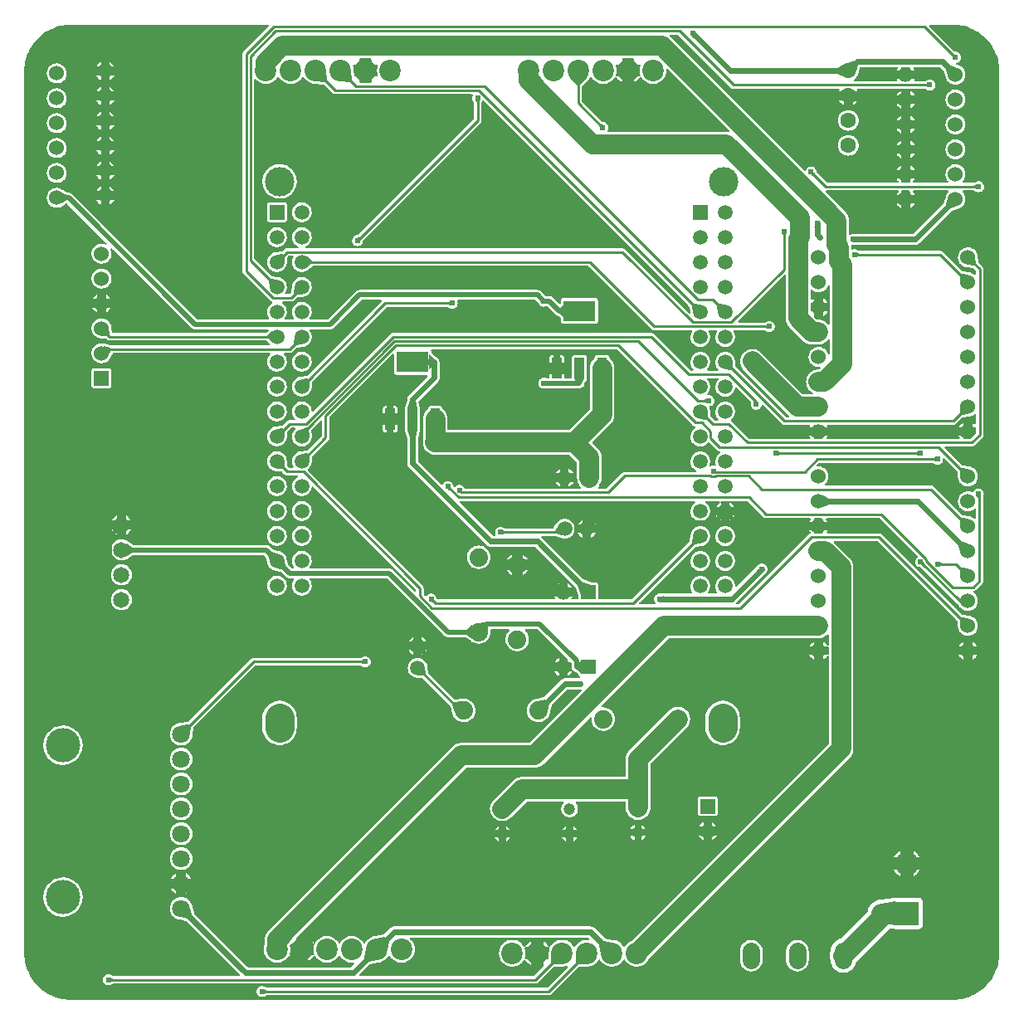
<source format=gtl>
G04 Layer: TopLayer*
G04 EasyEDA v6.5.8, 2022-07-15 11:59:49*
G04 d1191fb9e1b14548bd0f93557d019ec9,639d141a17be428fa5966410475b8b1a,10*
G04 Gerber Generator version 0.2*
G04 Scale: 100 percent, Rotated: No, Reflected: No *
G04 Dimensions in millimeters *
G04 leading zeros omitted , absolute positions ,4 integer and 5 decimal *
%FSLAX45Y45*%
%MOMM*%

%ADD10C,2.0000*%
%ADD11C,0.2540*%
%ADD12C,0.5000*%
%ADD13C,0.6000*%
%ADD14R,3.2500X2.1500*%
%ADD15C,1.5001*%
%ADD16R,1.5001X1.5001*%
%ADD17C,1.1938*%
%ADD18R,2.4000X2.4000*%
%ADD19C,2.4000*%
%ADD20C,1.5000*%
%ADD21R,1.5240X1.5240*%
%ADD22C,1.5240*%
%ADD23C,3.0000*%
%ADD24R,1.5000X1.5000*%
%ADD25C,2.2000*%
%ADD26C,1.6000*%
%ADD27C,1.6500*%
%ADD28C,1.8796*%
%ADD29C,1.8000*%
%ADD30C,3.5000*%
%ADD31C,0.6100*%
%ADD32C,0.0155*%

%LPD*%
G36*
X3453993Y-617626D02*
G01*
X3450132Y-616864D01*
X3446830Y-614629D01*
X3444646Y-611378D01*
X3443833Y-607466D01*
X3443833Y-556666D01*
X3399942Y-556666D01*
X3396183Y-555904D01*
X3392932Y-553872D01*
X3390696Y-550722D01*
X3389782Y-546963D01*
X3386886Y-487476D01*
X3385007Y-471728D01*
X3381400Y-456336D01*
X3378200Y-447598D01*
X3377590Y-443738D01*
X3378454Y-439978D01*
X3380689Y-436778D01*
X3383940Y-434695D01*
X3387750Y-433933D01*
X3443833Y-433933D01*
X3443833Y-380695D01*
X3444646Y-376783D01*
X3446830Y-373481D01*
X3450132Y-371297D01*
X3453993Y-370535D01*
X3556406Y-370535D01*
X3560267Y-371297D01*
X3563569Y-373481D01*
X3565753Y-376783D01*
X3566566Y-380695D01*
X3566566Y-433933D01*
X3622649Y-433933D01*
X3626459Y-434695D01*
X3629710Y-436778D01*
X3631946Y-439978D01*
X3632809Y-443738D01*
X3632200Y-447598D01*
X3628999Y-456336D01*
X3625392Y-471678D01*
X3623564Y-487375D01*
X3623564Y-503224D01*
X3625392Y-518922D01*
X3628999Y-534263D01*
X3632200Y-543001D01*
X3632809Y-546862D01*
X3631946Y-550621D01*
X3629710Y-553821D01*
X3626459Y-555904D01*
X3622649Y-556666D01*
X3566566Y-556666D01*
X3566566Y-607466D01*
X3565753Y-611378D01*
X3563569Y-614629D01*
X3560267Y-616864D01*
X3556406Y-617626D01*
G37*

%LPD*%
G36*
X7207808Y-1121562D02*
G01*
X7203694Y-1120952D01*
X7196124Y-1120241D01*
X7188352Y-1120038D01*
X5984240Y-1120038D01*
X5980277Y-1119225D01*
X5976924Y-1116888D01*
X5974740Y-1113485D01*
X5974080Y-1109522D01*
X5975045Y-1105560D01*
X5979566Y-1095857D01*
X5982106Y-1086358D01*
X5982970Y-1076604D01*
X5982106Y-1066800D01*
X5979566Y-1057300D01*
X5975400Y-1048410D01*
X5969762Y-1040333D01*
X5962802Y-1033373D01*
X5954776Y-1027785D01*
X5945886Y-1023619D01*
X5933744Y-1020521D01*
X5922518Y-1016558D01*
X5918758Y-1014171D01*
X5718505Y-813866D01*
X5716270Y-810564D01*
X5715508Y-806704D01*
X5715508Y-658977D01*
X5716168Y-655320D01*
X5718149Y-652170D01*
X5778296Y-585774D01*
X5785916Y-576427D01*
X5794908Y-562762D01*
X5797194Y-560324D01*
X5800090Y-558698D01*
X5804408Y-558190D01*
X5807710Y-558698D01*
X5810605Y-560324D01*
X5812891Y-562762D01*
X5821883Y-576427D01*
X5832043Y-588568D01*
X5843574Y-599389D01*
X5856224Y-608838D01*
X5869889Y-616712D01*
X5884418Y-623011D01*
X5899556Y-627532D01*
X5915101Y-630275D01*
X5930900Y-631190D01*
X5946698Y-630275D01*
X5962243Y-627532D01*
X5977382Y-623011D01*
X5991910Y-616712D01*
X6005576Y-608838D01*
X6018225Y-599389D01*
X6029756Y-588568D01*
X6039916Y-576427D01*
X6048908Y-562762D01*
X6051194Y-560324D01*
X6054090Y-558698D01*
X6058408Y-558190D01*
X6061710Y-558698D01*
X6064605Y-560324D01*
X6066891Y-562762D01*
X6075883Y-576427D01*
X6086043Y-588568D01*
X6097574Y-599389D01*
X6110224Y-608838D01*
X6123533Y-616508D01*
X6123533Y-556666D01*
X6067450Y-556666D01*
X6063640Y-555904D01*
X6060389Y-553821D01*
X6058154Y-550621D01*
X6057290Y-546862D01*
X6057900Y-543001D01*
X6061100Y-534263D01*
X6064707Y-518922D01*
X6066536Y-503224D01*
X6066536Y-487375D01*
X6064707Y-471678D01*
X6061100Y-456336D01*
X6057900Y-447598D01*
X6057290Y-443738D01*
X6058154Y-439978D01*
X6060389Y-436778D01*
X6063640Y-434695D01*
X6067450Y-433933D01*
X6123533Y-433933D01*
X6123533Y-380695D01*
X6124346Y-376783D01*
X6126530Y-373481D01*
X6129832Y-371297D01*
X6133693Y-370535D01*
X6236106Y-370535D01*
X6239967Y-371297D01*
X6243269Y-373481D01*
X6245453Y-376783D01*
X6246266Y-380695D01*
X6246266Y-433933D01*
X6302349Y-433933D01*
X6306159Y-434695D01*
X6309410Y-436778D01*
X6311646Y-439978D01*
X6312509Y-443738D01*
X6311900Y-447598D01*
X6308699Y-456336D01*
X6305092Y-471678D01*
X6303264Y-487375D01*
X6303264Y-503224D01*
X6305092Y-518922D01*
X6308699Y-534263D01*
X6311900Y-543001D01*
X6312509Y-546862D01*
X6311646Y-550621D01*
X6309410Y-553821D01*
X6306159Y-555904D01*
X6302349Y-556666D01*
X6246266Y-556666D01*
X6246266Y-616508D01*
X6259576Y-608838D01*
X6272225Y-599389D01*
X6283756Y-588568D01*
X6293916Y-576427D01*
X6302908Y-562762D01*
X6305194Y-560324D01*
X6308090Y-558698D01*
X6312408Y-558190D01*
X6315710Y-558698D01*
X6318605Y-560324D01*
X6320891Y-562762D01*
X6329883Y-576427D01*
X6340043Y-588568D01*
X6351574Y-599389D01*
X6364224Y-608838D01*
X6377889Y-616712D01*
X6392418Y-623011D01*
X6407556Y-627532D01*
X6423101Y-630275D01*
X6438900Y-631190D01*
X6454698Y-630275D01*
X6470243Y-627532D01*
X6485382Y-623011D01*
X6499910Y-616712D01*
X6513576Y-608838D01*
X6526225Y-599389D01*
X6537756Y-588568D01*
X6547916Y-576427D01*
X6556603Y-563270D01*
X6563664Y-549148D01*
X6569100Y-534263D01*
X6572707Y-518922D01*
X6574536Y-503224D01*
X6574536Y-486867D01*
X6575348Y-483006D01*
X6577533Y-479704D01*
X6580835Y-477520D01*
X6584696Y-476707D01*
X6588607Y-477520D01*
X6591909Y-479704D01*
X7216546Y-1104341D01*
X7218832Y-1107846D01*
X7219492Y-1112012D01*
X7218425Y-1116126D01*
X7215784Y-1119378D01*
X7212025Y-1121308D01*
G37*

%LPD*%
G36*
X8451037Y-2168855D02*
G01*
X8446617Y-2168652D01*
X8442706Y-2166620D01*
X8440064Y-2163114D01*
X8439099Y-2158847D01*
X8439099Y-2023110D01*
X8438845Y-2015337D01*
X8438184Y-2007768D01*
X8437016Y-2000250D01*
X8435441Y-1992782D01*
X8433409Y-1985467D01*
X8430920Y-1978304D01*
X8428024Y-1971243D01*
X8424672Y-1964436D01*
X8420912Y-1957781D01*
X8416798Y-1951431D01*
X8412276Y-1945284D01*
X8407450Y-1939442D01*
X8402116Y-1933803D01*
X8203590Y-1735226D01*
X8201355Y-1731975D01*
X8200593Y-1728063D01*
X8201355Y-1724152D01*
X8203590Y-1720900D01*
X8206841Y-1718665D01*
X8210753Y-1717903D01*
X8936786Y-1717903D01*
X8940698Y-1718665D01*
X8944000Y-1720900D01*
X8946184Y-1724253D01*
X8946946Y-1728165D01*
X8946083Y-1732076D01*
X8943848Y-1735378D01*
X8941308Y-1737817D01*
X8932824Y-1748536D01*
X8925864Y-1760270D01*
X8925204Y-1761845D01*
X8972550Y-1761845D01*
X8972550Y-1728063D01*
X8973312Y-1724152D01*
X8975547Y-1720900D01*
X8978798Y-1718665D01*
X8982710Y-1717903D01*
X9051290Y-1717903D01*
X9055201Y-1718665D01*
X9058452Y-1720900D01*
X9060688Y-1724152D01*
X9061450Y-1728063D01*
X9061450Y-1761845D01*
X9108643Y-1761845D01*
X9104833Y-1754276D01*
X9097111Y-1743049D01*
X9089745Y-1734870D01*
X9087713Y-1731568D01*
X9087104Y-1727707D01*
X9087967Y-1723948D01*
X9090202Y-1720748D01*
X9093454Y-1718665D01*
X9097264Y-1717903D01*
X9444786Y-1717903D01*
X9448698Y-1718665D01*
X9452000Y-1720900D01*
X9454184Y-1724253D01*
X9454946Y-1728165D01*
X9454083Y-1732076D01*
X9451848Y-1735378D01*
X9449308Y-1737817D01*
X9440824Y-1748536D01*
X9433864Y-1760270D01*
X9428581Y-1772818D01*
X9424974Y-1785975D01*
X9423806Y-1794510D01*
X9423400Y-1796288D01*
X9408464Y-1842211D01*
X9407448Y-1844344D01*
X9405975Y-1846224D01*
X9095181Y-2157069D01*
X9091879Y-2159254D01*
X9087967Y-2160016D01*
X8489035Y-2160016D01*
X8483346Y-2159558D01*
X8473541Y-2160422D01*
X8464042Y-2162962D01*
X8455101Y-2167178D01*
G37*

%LPC*%
G36*
X8972550Y-1898091D02*
G01*
X8972550Y-1850745D01*
X8925204Y-1850745D01*
X8925864Y-1852320D01*
X8932824Y-1864055D01*
X8941308Y-1874774D01*
X8951112Y-1884273D01*
X8962085Y-1892350D01*
G37*
G36*
X9061450Y-1897938D02*
G01*
X9066072Y-1895805D01*
X9077553Y-1888489D01*
X9087967Y-1879701D01*
X9097111Y-1869541D01*
X9104833Y-1858314D01*
X9108643Y-1850745D01*
X9061450Y-1850745D01*
G37*

%LPD*%
G36*
X8232190Y-3086252D02*
G01*
X8228228Y-3085084D01*
X8225028Y-3082391D01*
X8222234Y-3078835D01*
X8211464Y-3068066D01*
X8199526Y-3058718D01*
X8186521Y-3050844D01*
X8172653Y-3044596D01*
X8158124Y-3040075D01*
X8143189Y-3037332D01*
X8127695Y-3036417D01*
X8116874Y-3036417D01*
X8112963Y-3035604D01*
X8109712Y-3033420D01*
X8086547Y-3010255D01*
X8084312Y-3006953D01*
X8083550Y-3003092D01*
X8083550Y-2952750D01*
X8055914Y-2952750D01*
X8052003Y-2951988D01*
X8048701Y-2949752D01*
X8046516Y-2946501D01*
X8045754Y-2942590D01*
X8045754Y-2874010D01*
X8046516Y-2870098D01*
X8048701Y-2866847D01*
X8052003Y-2864612D01*
X8055914Y-2863850D01*
X8083550Y-2863850D01*
X8083550Y-2816504D01*
X8073085Y-2822244D01*
X8061909Y-2830474D01*
X8057845Y-2832252D01*
X8053425Y-2832150D01*
X8049412Y-2830118D01*
X8046720Y-2826613D01*
X8045754Y-2822295D01*
X8045754Y-2740304D01*
X8046720Y-2735986D01*
X8049412Y-2732481D01*
X8053425Y-2730449D01*
X8057845Y-2730347D01*
X8061909Y-2732125D01*
X8073085Y-2740355D01*
X8085023Y-2746908D01*
X8097774Y-2751785D01*
X8111032Y-2754985D01*
X8124596Y-2756306D01*
X8138210Y-2755849D01*
X8151672Y-2753614D01*
X8164677Y-2749550D01*
X8177072Y-2743809D01*
X8188553Y-2736494D01*
X8198967Y-2727706D01*
X8208111Y-2717546D01*
X8215833Y-2706319D01*
X8221980Y-2694178D01*
X8223453Y-2690012D01*
X8225485Y-2686507D01*
X8228736Y-2684119D01*
X8232698Y-2683154D01*
X8236661Y-2683814D01*
X8240115Y-2685999D01*
X8242401Y-2689352D01*
X8243214Y-2693314D01*
X8243214Y-2869285D01*
X8242706Y-2871622D01*
X8243214Y-2874010D01*
X8243214Y-2942590D01*
X8242706Y-2944977D01*
X8243214Y-2947314D01*
X8243214Y-3076143D01*
X8242350Y-3080207D01*
X8239912Y-3083610D01*
X8236356Y-3085744D01*
G37*

%LPC*%
G36*
X8172450Y-2999943D02*
G01*
X8177072Y-2997809D01*
X8188553Y-2990494D01*
X8198967Y-2981706D01*
X8208111Y-2971546D01*
X8215833Y-2960319D01*
X8219643Y-2952750D01*
X8172450Y-2952750D01*
G37*
G36*
X8172450Y-2863850D02*
G01*
X8219643Y-2863850D01*
X8215833Y-2856280D01*
X8208111Y-2845054D01*
X8198967Y-2834894D01*
X8188553Y-2826105D01*
X8177072Y-2818790D01*
X8172450Y-2816656D01*
G37*

%LPD*%
G36*
X7422337Y-4251096D02*
G01*
X7418476Y-4250334D01*
X7415174Y-4248099D01*
X7242200Y-4075176D01*
X7237171Y-4071061D01*
X7234783Y-4068165D01*
X7233564Y-4064609D01*
X7233716Y-4060901D01*
X7235240Y-4057446D01*
X7248652Y-4045254D01*
X7257338Y-4034942D01*
X7264603Y-4023563D01*
X7270292Y-4011371D01*
X7274255Y-3998468D01*
X7276490Y-3985209D01*
X7276947Y-3971747D01*
X7275626Y-3958336D01*
X7272477Y-3945229D01*
X7267651Y-3932631D01*
X7261148Y-3920794D01*
X7253173Y-3909974D01*
X7243825Y-3900271D01*
X7233208Y-3891940D01*
X7221626Y-3885082D01*
X7209231Y-3879799D01*
X7196226Y-3876243D01*
X7182866Y-3874465D01*
X7169403Y-3874465D01*
X7156043Y-3876243D01*
X7143038Y-3879799D01*
X7130643Y-3885082D01*
X7119061Y-3891940D01*
X7108444Y-3900271D01*
X7099096Y-3909974D01*
X7091121Y-3920794D01*
X7084618Y-3932631D01*
X7079792Y-3945229D01*
X7076643Y-3958336D01*
X7075322Y-3971747D01*
X7075779Y-3985209D01*
X7078014Y-3998468D01*
X7081977Y-4011371D01*
X7087666Y-4023563D01*
X7094931Y-4034942D01*
X7106615Y-4049064D01*
X7107580Y-4052976D01*
X7106920Y-4056989D01*
X7104735Y-4060393D01*
X7101382Y-4062679D01*
X7097420Y-4063492D01*
X7069328Y-4063492D01*
X7065467Y-4062729D01*
X7062165Y-4060494D01*
X7030821Y-4029201D01*
X7028840Y-4026357D01*
X7027925Y-4022953D01*
X7022846Y-3968546D01*
X7022439Y-3966260D01*
X7021626Y-3958336D01*
X7018477Y-3945229D01*
X7013448Y-3932123D01*
X7012787Y-3927957D01*
X7013905Y-3923893D01*
X7016546Y-3920591D01*
X7020306Y-3918661D01*
X7030364Y-3915968D01*
X7039254Y-3911803D01*
X7047280Y-3906215D01*
X7054240Y-3899255D01*
X7059879Y-3891178D01*
X7064044Y-3882288D01*
X7066584Y-3872788D01*
X7067448Y-3863035D01*
X7066584Y-3853230D01*
X7064044Y-3843731D01*
X7059879Y-3834841D01*
X7054240Y-3826764D01*
X7047280Y-3819804D01*
X7039254Y-3814216D01*
X7030364Y-3810050D01*
X7020864Y-3807510D01*
X7011060Y-3806647D01*
X7003846Y-3807256D01*
X6999884Y-3806850D01*
X6996430Y-3804920D01*
X6993940Y-3801821D01*
X6992823Y-3798011D01*
X6993280Y-3794048D01*
X6995210Y-3790594D01*
X7003338Y-3780942D01*
X7010603Y-3769563D01*
X7016292Y-3757371D01*
X7020255Y-3744468D01*
X7022490Y-3731209D01*
X7022947Y-3717747D01*
X7021626Y-3704336D01*
X7018477Y-3691229D01*
X7013651Y-3678631D01*
X7007148Y-3666794D01*
X6999173Y-3655974D01*
X6993331Y-3649929D01*
X6991197Y-3646627D01*
X6990486Y-3642766D01*
X6991299Y-3638905D01*
X6993483Y-3635654D01*
X6996785Y-3633470D01*
X7000646Y-3632708D01*
X7097623Y-3632708D01*
X7101484Y-3633470D01*
X7104786Y-3635654D01*
X7106970Y-3638905D01*
X7107783Y-3642766D01*
X7107072Y-3646627D01*
X7104938Y-3649929D01*
X7099096Y-3655974D01*
X7091121Y-3666794D01*
X7084618Y-3678631D01*
X7079792Y-3691229D01*
X7076643Y-3704336D01*
X7075322Y-3717747D01*
X7075779Y-3731209D01*
X7078014Y-3744468D01*
X7081977Y-3757371D01*
X7087666Y-3769563D01*
X7094931Y-3780942D01*
X7103618Y-3791254D01*
X7113625Y-3800297D01*
X7124700Y-3807917D01*
X7136739Y-3813962D01*
X7149490Y-3818382D01*
X7162698Y-3821074D01*
X7176160Y-3821988D01*
X7189571Y-3821074D01*
X7202779Y-3818382D01*
X7215530Y-3813962D01*
X7227570Y-3807917D01*
X7238644Y-3800297D01*
X7248652Y-3791254D01*
X7257338Y-3780942D01*
X7264603Y-3769563D01*
X7270292Y-3757371D01*
X7274255Y-3744468D01*
X7276134Y-3733546D01*
X7277760Y-3729431D01*
X7281011Y-3726434D01*
X7285228Y-3725113D01*
X7289596Y-3725672D01*
X7293305Y-3728059D01*
X7436815Y-3871518D01*
X7439152Y-3875176D01*
X7439761Y-3879392D01*
X7439253Y-3884117D01*
X7437678Y-3890060D01*
X7436815Y-3899865D01*
X7437678Y-3909669D01*
X7440218Y-3919169D01*
X7444384Y-3928059D01*
X7449972Y-3936085D01*
X7456931Y-3943045D01*
X7465009Y-3948684D01*
X7473899Y-3952849D01*
X7483398Y-3955389D01*
X7493203Y-3956253D01*
X7502956Y-3955389D01*
X7512456Y-3952849D01*
X7521346Y-3948684D01*
X7529423Y-3943045D01*
X7536383Y-3936085D01*
X7541971Y-3928059D01*
X7546136Y-3919169D01*
X7547406Y-3914495D01*
X7549286Y-3910736D01*
X7552588Y-3908094D01*
X7556652Y-3906977D01*
X7560868Y-3907637D01*
X7564374Y-3909974D01*
X7751165Y-4096715D01*
X7757363Y-4101846D01*
X7764068Y-4105401D01*
X7771282Y-4107586D01*
X7779308Y-4108399D01*
X8033207Y-4108399D01*
X8037372Y-4109262D01*
X8040776Y-4111751D01*
X8042909Y-4115460D01*
X8043316Y-4119676D01*
X8041944Y-4123690D01*
X8036864Y-4132275D01*
X8036204Y-4133850D01*
X8083550Y-4133850D01*
X8083550Y-4118559D01*
X8084312Y-4114647D01*
X8086547Y-4111345D01*
X8089798Y-4109161D01*
X8093709Y-4108399D01*
X8162290Y-4108399D01*
X8166201Y-4109161D01*
X8169452Y-4111345D01*
X8171688Y-4114647D01*
X8172450Y-4118559D01*
X8172450Y-4133850D01*
X8219643Y-4133850D01*
X8215833Y-4126280D01*
X8214461Y-4124299D01*
X8212836Y-4120235D01*
X8213039Y-4115866D01*
X8215071Y-4111955D01*
X8218576Y-4109313D01*
X8222843Y-4108399D01*
X9506051Y-4108399D01*
X9514078Y-4107586D01*
X9521291Y-4105401D01*
X9527946Y-4101846D01*
X9534194Y-4096715D01*
X9596729Y-4034180D01*
X9599574Y-4032148D01*
X9602978Y-4031234D01*
X9661956Y-4025900D01*
X9675672Y-4023614D01*
X9688677Y-4019550D01*
X9701072Y-4013809D01*
X9712553Y-4006494D01*
X9717532Y-4002278D01*
X9720884Y-4000398D01*
X9724644Y-3999890D01*
X9728352Y-4000804D01*
X9731451Y-4003040D01*
X9733534Y-4006291D01*
X9734245Y-4010050D01*
X9734245Y-4092549D01*
X9733534Y-4096308D01*
X9731451Y-4099560D01*
X9728352Y-4101795D01*
X9724644Y-4102709D01*
X9720884Y-4102201D01*
X9717532Y-4100322D01*
X9712553Y-4096105D01*
X9701072Y-4088790D01*
X9696450Y-4086656D01*
X9696450Y-4133850D01*
X9724085Y-4133850D01*
X9727996Y-4134612D01*
X9731248Y-4136847D01*
X9733483Y-4140098D01*
X9734245Y-4144010D01*
X9734245Y-4191914D01*
X9733483Y-4195775D01*
X9731248Y-4199077D01*
X9710572Y-4219752D01*
X9707270Y-4221988D01*
X9703409Y-4222750D01*
X9696450Y-4222750D01*
X9696450Y-4229709D01*
X9695688Y-4233570D01*
X9693452Y-4236872D01*
X9682226Y-4248099D01*
X9678924Y-4250334D01*
X9675063Y-4251096D01*
X9617710Y-4251096D01*
X9613798Y-4250334D01*
X9610547Y-4248099D01*
X9608312Y-4244848D01*
X9607550Y-4240936D01*
X9607550Y-4222750D01*
X9560204Y-4222750D01*
X9560864Y-4224324D01*
X9567672Y-4235754D01*
X9568992Y-4239768D01*
X9568586Y-4244035D01*
X9566503Y-4247692D01*
X9563049Y-4250232D01*
X9558883Y-4251096D01*
X8220862Y-4251096D01*
X8216595Y-4250131D01*
X8213090Y-4247489D01*
X8211058Y-4243628D01*
X8210854Y-4239260D01*
X8212480Y-4235196D01*
X8215833Y-4230319D01*
X8219643Y-4222750D01*
X8172450Y-4222750D01*
X8172450Y-4240936D01*
X8171688Y-4244848D01*
X8169452Y-4248099D01*
X8166201Y-4250334D01*
X8162290Y-4251096D01*
X8093709Y-4251096D01*
X8089798Y-4250334D01*
X8086547Y-4248099D01*
X8084312Y-4244848D01*
X8083550Y-4240936D01*
X8083550Y-4222750D01*
X8036204Y-4222750D01*
X8036864Y-4224324D01*
X8043672Y-4235754D01*
X8044992Y-4239768D01*
X8044586Y-4244035D01*
X8042503Y-4247692D01*
X8039049Y-4250232D01*
X8034883Y-4251096D01*
G37*

%LPC*%
G36*
X9560204Y-4133850D02*
G01*
X9607550Y-4133850D01*
X9607550Y-4086504D01*
X9597085Y-4092244D01*
X9586112Y-4100322D01*
X9576308Y-4109821D01*
X9567824Y-4120540D01*
X9560864Y-4132275D01*
G37*

%LPD*%
G36*
X4525924Y-4760772D02*
G01*
X4522165Y-4760010D01*
X4518964Y-4757978D01*
X4516729Y-4754880D01*
X4514138Y-4749342D01*
X4508500Y-4741265D01*
X4501540Y-4734306D01*
X4493514Y-4728718D01*
X4484624Y-4724552D01*
X4475124Y-4722012D01*
X4465320Y-4721148D01*
X4455515Y-4722012D01*
X4446016Y-4724552D01*
X4437126Y-4728718D01*
X4429099Y-4734306D01*
X4422140Y-4741265D01*
X4418838Y-4744212D01*
X4414570Y-4745482D01*
X4410151Y-4744821D01*
X4406493Y-4742281D01*
X4404207Y-4738471D01*
X4402328Y-4731766D01*
X4402175Y-4730242D01*
X4399635Y-4720742D01*
X4395470Y-4711852D01*
X4389882Y-4703826D01*
X4382922Y-4696866D01*
X4374845Y-4691227D01*
X4365955Y-4687062D01*
X4356455Y-4684522D01*
X4346702Y-4683658D01*
X4336897Y-4684522D01*
X4327398Y-4687062D01*
X4318508Y-4691227D01*
X4310430Y-4696866D01*
X4303471Y-4703826D01*
X4297883Y-4711852D01*
X4296918Y-4713935D01*
X4294632Y-4717034D01*
X4291330Y-4719116D01*
X4287520Y-4719777D01*
X4283710Y-4718964D01*
X4280509Y-4716830D01*
X4046677Y-4482998D01*
X4044492Y-4479696D01*
X4043730Y-4475784D01*
X4043730Y-4253179D01*
X4043934Y-4250944D01*
X4062984Y-4165346D01*
X4063695Y-4158640D01*
X4063695Y-3944772D01*
X4062933Y-3937812D01*
X4048302Y-3872026D01*
X4048150Y-3868623D01*
X4049064Y-3865372D01*
X4051046Y-3862628D01*
X4244644Y-3668826D01*
X4248048Y-3665067D01*
X4251045Y-3661206D01*
X4253636Y-3657092D01*
X4255922Y-3652723D01*
X4257751Y-3648252D01*
X4259224Y-3643579D01*
X4260291Y-3638854D01*
X4260900Y-3633978D01*
X4261154Y-3628948D01*
X4261154Y-3467049D01*
X4260240Y-3456889D01*
X4257700Y-3447491D01*
X4253585Y-3438651D01*
X4247997Y-3430676D01*
X4241139Y-3423818D01*
X4233164Y-3418230D01*
X4224324Y-3414115D01*
X4217924Y-3412388D01*
X4214114Y-3410407D01*
X4179925Y-3382467D01*
X4177182Y-3378962D01*
X4176217Y-3374593D01*
X4176217Y-3359759D01*
X4175506Y-3353460D01*
X4174540Y-3348532D01*
X4175455Y-3344773D01*
X4177690Y-3341624D01*
X4180890Y-3339541D01*
X4184700Y-3338829D01*
X6066282Y-3338829D01*
X6070142Y-3339592D01*
X6073444Y-3341776D01*
X6846366Y-4114698D01*
X6852615Y-4119829D01*
X6859270Y-4123385D01*
X6866178Y-4125468D01*
X6869633Y-4127296D01*
X6872122Y-4130294D01*
X6873290Y-4133951D01*
X6873036Y-4137863D01*
X6871309Y-4141368D01*
X6868414Y-4143908D01*
X6865061Y-4145940D01*
X6854444Y-4154271D01*
X6845096Y-4163974D01*
X6837121Y-4174794D01*
X6830618Y-4186631D01*
X6825792Y-4199229D01*
X6822643Y-4212336D01*
X6821322Y-4225747D01*
X6821779Y-4239209D01*
X6824014Y-4252468D01*
X6827977Y-4265371D01*
X6833666Y-4277563D01*
X6840931Y-4288942D01*
X6849618Y-4299254D01*
X6859625Y-4308297D01*
X6870700Y-4315917D01*
X6882739Y-4321962D01*
X6895490Y-4326382D01*
X6908698Y-4329074D01*
X6922160Y-4329988D01*
X6935571Y-4329074D01*
X6948779Y-4326382D01*
X6961530Y-4321962D01*
X6973570Y-4315917D01*
X6984644Y-4308297D01*
X6994652Y-4299254D01*
X7002018Y-4290517D01*
X7005269Y-4287977D01*
X7009333Y-4286961D01*
X7013448Y-4287621D01*
X7016953Y-4289907D01*
X7094321Y-4367276D01*
X7100519Y-4372406D01*
X7107224Y-4375962D01*
X7114438Y-4378147D01*
X7119061Y-4378604D01*
X7123074Y-4379874D01*
X7126224Y-4382668D01*
X7127951Y-4386529D01*
X7128002Y-4390745D01*
X7126325Y-4394606D01*
X7123226Y-4397451D01*
X7119061Y-4399940D01*
X7108444Y-4408271D01*
X7099096Y-4417974D01*
X7091121Y-4428794D01*
X7084618Y-4440631D01*
X7079792Y-4453229D01*
X7076643Y-4466336D01*
X7075322Y-4479747D01*
X7075779Y-4493209D01*
X7078014Y-4506468D01*
X7079945Y-4512818D01*
X7080351Y-4517085D01*
X7078878Y-4521149D01*
X7075931Y-4524248D01*
X7071918Y-4525822D01*
X7067600Y-4525619D01*
X7064705Y-4524857D01*
X7054900Y-4523994D01*
X7045096Y-4524857D01*
X7035596Y-4527397D01*
X7030872Y-4529582D01*
X7027113Y-4530547D01*
X7023303Y-4529988D01*
X7019899Y-4528058D01*
X7017512Y-4524959D01*
X7016496Y-4521250D01*
X7016902Y-4517390D01*
X7020255Y-4506468D01*
X7022490Y-4493209D01*
X7022947Y-4479747D01*
X7021626Y-4466336D01*
X7018477Y-4453229D01*
X7013651Y-4440631D01*
X7007148Y-4428794D01*
X6999173Y-4417974D01*
X6989825Y-4408271D01*
X6979208Y-4399940D01*
X6967626Y-4393082D01*
X6955231Y-4387799D01*
X6942226Y-4384243D01*
X6928866Y-4382465D01*
X6915403Y-4382465D01*
X6902043Y-4384243D01*
X6889038Y-4387799D01*
X6876643Y-4393082D01*
X6865061Y-4399940D01*
X6854444Y-4408271D01*
X6845096Y-4417974D01*
X6837121Y-4428794D01*
X6830618Y-4440631D01*
X6825792Y-4453229D01*
X6822643Y-4466336D01*
X6821322Y-4479747D01*
X6821779Y-4493209D01*
X6824014Y-4506468D01*
X6827977Y-4519371D01*
X6833666Y-4531563D01*
X6840931Y-4542942D01*
X6849618Y-4553254D01*
X6859625Y-4562297D01*
X6870700Y-4569917D01*
X6875881Y-4572508D01*
X6879336Y-4575352D01*
X6881215Y-4579416D01*
X6881164Y-4583938D01*
X6879183Y-4587951D01*
X6875678Y-4590745D01*
X6871309Y-4591761D01*
X6148882Y-4591761D01*
X6140856Y-4592523D01*
X6133642Y-4594707D01*
X6126937Y-4598263D01*
X6120739Y-4603394D01*
X5966358Y-4757775D01*
X5963056Y-4759960D01*
X5959144Y-4760772D01*
X5889498Y-4760772D01*
X5885637Y-4759960D01*
X5882335Y-4757775D01*
X5880150Y-4754473D01*
X5879338Y-4750612D01*
X5880150Y-4746701D01*
X5882335Y-4743399D01*
X5886399Y-4739335D01*
X5889498Y-4734407D01*
X5891377Y-4728972D01*
X5892393Y-4723384D01*
X5902655Y-4706721D01*
X5908903Y-4692853D01*
X5913424Y-4678324D01*
X5916168Y-4663389D01*
X5917133Y-4647895D01*
X5917133Y-4443374D01*
X5916879Y-4435551D01*
X5916168Y-4428032D01*
X5915050Y-4420463D01*
X5913424Y-4413097D01*
X5911392Y-4405680D01*
X5908903Y-4398568D01*
X5906008Y-4391456D01*
X5902706Y-4384700D01*
X5898946Y-4377994D01*
X5894832Y-4371695D01*
X5890310Y-4365498D01*
X5885434Y-4359706D01*
X5880100Y-4353966D01*
X5822543Y-4296460D01*
X5820359Y-4293158D01*
X5819597Y-4289247D01*
X5820359Y-4285386D01*
X5822543Y-4282084D01*
X6008624Y-4096004D01*
X6013958Y-4090314D01*
X6018834Y-4084472D01*
X6023356Y-4078376D01*
X6027470Y-4071975D01*
X6031230Y-4065371D01*
X6034532Y-4058513D01*
X6037427Y-4051503D01*
X6039916Y-4044289D01*
X6041948Y-4036974D01*
X6043574Y-4029557D01*
X6044692Y-4022039D01*
X6045403Y-4014470D01*
X6045657Y-4006697D01*
X6045657Y-3531412D01*
X6044692Y-3515918D01*
X6041948Y-3500983D01*
X6037427Y-3486454D01*
X6031179Y-3472586D01*
X6023305Y-3459581D01*
X6013958Y-3447643D01*
X6003188Y-3436874D01*
X5999378Y-3433876D01*
X5997295Y-3431692D01*
X5995974Y-3428949D01*
X5994806Y-3417773D01*
X5992876Y-3412286D01*
X5989828Y-3407410D01*
X5985713Y-3403295D01*
X5980836Y-3400196D01*
X5975350Y-3398316D01*
X5969050Y-3397605D01*
X5870194Y-3397605D01*
X5863844Y-3398316D01*
X5858408Y-3400196D01*
X5853480Y-3403295D01*
X5849416Y-3407410D01*
X5846318Y-3412286D01*
X5844387Y-3417773D01*
X5843219Y-3429101D01*
X5841898Y-3431844D01*
X5839815Y-3434079D01*
X5836259Y-3436874D01*
X5825490Y-3447643D01*
X5816142Y-3459581D01*
X5808268Y-3472586D01*
X5802020Y-3486454D01*
X5797499Y-3500983D01*
X5794756Y-3515918D01*
X5793841Y-3531412D01*
X5793841Y-3950512D01*
X5793028Y-3954373D01*
X5790844Y-3957675D01*
X5588152Y-4160367D01*
X5584850Y-4162551D01*
X5580989Y-4163364D01*
X4354017Y-4163364D01*
X4350105Y-4162551D01*
X4346803Y-4160367D01*
X4344619Y-4157065D01*
X4343857Y-4153204D01*
X4343857Y-4052112D01*
X4342892Y-4036618D01*
X4340148Y-4021683D01*
X4335627Y-4007154D01*
X4329379Y-3993286D01*
X4321505Y-3980281D01*
X4312158Y-3968343D01*
X4301388Y-3957574D01*
X4297578Y-3954576D01*
X4295495Y-3952392D01*
X4294174Y-3949649D01*
X4293006Y-3938473D01*
X4291076Y-3932986D01*
X4288028Y-3928110D01*
X4283913Y-3923995D01*
X4279036Y-3920896D01*
X4273550Y-3919016D01*
X4267250Y-3918305D01*
X4168394Y-3918305D01*
X4162044Y-3919016D01*
X4156608Y-3920896D01*
X4151680Y-3923995D01*
X4147616Y-3928110D01*
X4144518Y-3932986D01*
X4142587Y-3938473D01*
X4141419Y-3949801D01*
X4140098Y-3952544D01*
X4138015Y-3954779D01*
X4134459Y-3957574D01*
X4123690Y-3968343D01*
X4114342Y-3980281D01*
X4106468Y-3993286D01*
X4100220Y-4007154D01*
X4095699Y-4021683D01*
X4092956Y-4036618D01*
X4092041Y-4052112D01*
X4092041Y-4287164D01*
X4091889Y-4289247D01*
X4092803Y-4304436D01*
X4095546Y-4319371D01*
X4100068Y-4333900D01*
X4106316Y-4347768D01*
X4114190Y-4360773D01*
X4123588Y-4372711D01*
X4134307Y-4383481D01*
X4146296Y-4392828D01*
X4159300Y-4400702D01*
X4173169Y-4406950D01*
X4187799Y-4411522D01*
X4202734Y-4414266D01*
X4218787Y-4415180D01*
X5580938Y-4415180D01*
X5584850Y-4415942D01*
X5588101Y-4418126D01*
X5662320Y-4492345D01*
X5664504Y-4495596D01*
X5665317Y-4499508D01*
X5665317Y-4647895D01*
X5666232Y-4663389D01*
X5668975Y-4678324D01*
X5673496Y-4692853D01*
X5679744Y-4706721D01*
X5690006Y-4723384D01*
X5691022Y-4728972D01*
X5692902Y-4734407D01*
X5696000Y-4739335D01*
X5700064Y-4743399D01*
X5702300Y-4746701D01*
X5703062Y-4750612D01*
X5702300Y-4754473D01*
X5700064Y-4757775D01*
X5696762Y-4759960D01*
X5692902Y-4760772D01*
X5579872Y-4760772D01*
X5575350Y-4759553D01*
X5570880Y-4760772D01*
X5503519Y-4760772D01*
X5499100Y-4759604D01*
X5494680Y-4760772D01*
G37*

%LPC*%
G36*
X5493359Y-4738979D02*
G01*
X5493359Y-4692040D01*
X5446471Y-4692040D01*
X5447131Y-4693716D01*
X5454040Y-4705299D01*
X5462371Y-4715865D01*
X5472074Y-4725263D01*
X5482894Y-4733239D01*
G37*
G36*
X5581040Y-4738827D02*
G01*
X5585663Y-4736693D01*
X5597042Y-4729429D01*
X5607354Y-4720742D01*
X5616397Y-4710734D01*
X5624017Y-4699609D01*
X5627827Y-4692040D01*
X5581040Y-4692040D01*
G37*
G36*
X5581040Y-4604359D02*
G01*
X5627827Y-4604359D01*
X5624017Y-4596790D01*
X5616397Y-4585665D01*
X5607354Y-4575657D01*
X5597042Y-4566970D01*
X5585663Y-4559706D01*
X5581040Y-4557572D01*
G37*
G36*
X5446471Y-4604359D02*
G01*
X5493359Y-4604359D01*
X5493359Y-4557420D01*
X5482894Y-4563160D01*
X5472074Y-4571136D01*
X5462371Y-4580534D01*
X5454040Y-4591100D01*
X5447131Y-4602683D01*
G37*
G36*
X5325110Y-3739896D02*
G01*
X5334914Y-3739032D01*
X5344414Y-3736492D01*
X5346750Y-3735374D01*
X5351068Y-3734460D01*
X5689142Y-3734460D01*
X5698439Y-3733647D01*
X5706973Y-3731310D01*
X5715050Y-3727602D01*
X5722315Y-3722522D01*
X5728563Y-3716223D01*
X5733643Y-3708958D01*
X5737402Y-3700932D01*
X5739739Y-3692296D01*
X5740654Y-3690010D01*
X5762193Y-3651199D01*
X5764784Y-3644239D01*
X5765495Y-3637940D01*
X5765495Y-3424072D01*
X5764784Y-3417773D01*
X5762904Y-3412286D01*
X5759805Y-3407410D01*
X5755690Y-3403295D01*
X5750814Y-3400196D01*
X5745327Y-3398316D01*
X5739028Y-3397605D01*
X5640171Y-3397605D01*
X5633872Y-3398316D01*
X5628386Y-3400196D01*
X5623509Y-3403295D01*
X5619394Y-3407410D01*
X5616295Y-3412286D01*
X5614416Y-3417773D01*
X5613704Y-3424072D01*
X5613704Y-3622446D01*
X5612942Y-3626358D01*
X5610707Y-3629660D01*
X5607405Y-3631844D01*
X5603544Y-3632606D01*
X5545683Y-3632606D01*
X5541772Y-3631844D01*
X5538470Y-3629660D01*
X5536285Y-3626358D01*
X5535523Y-3622446D01*
X5535523Y-3591102D01*
X5490972Y-3591102D01*
X5490972Y-3622446D01*
X5490159Y-3626358D01*
X5487974Y-3629660D01*
X5484672Y-3631844D01*
X5480812Y-3632606D01*
X5438394Y-3632606D01*
X5434533Y-3631844D01*
X5431231Y-3629660D01*
X5429046Y-3626358D01*
X5428234Y-3622446D01*
X5428234Y-3591102D01*
X5383682Y-3591102D01*
X5383682Y-3622446D01*
X5382920Y-3626358D01*
X5380736Y-3629660D01*
X5377434Y-3631844D01*
X5373522Y-3632606D01*
X5351068Y-3632606D01*
X5346750Y-3631692D01*
X5344414Y-3630574D01*
X5334914Y-3628034D01*
X5325110Y-3627170D01*
X5315305Y-3628034D01*
X5305806Y-3630574D01*
X5296916Y-3634740D01*
X5288889Y-3640328D01*
X5281930Y-3647287D01*
X5276291Y-3655364D01*
X5272125Y-3664254D01*
X5269585Y-3673754D01*
X5268722Y-3683558D01*
X5269585Y-3693312D01*
X5272125Y-3702812D01*
X5276291Y-3711701D01*
X5281930Y-3719779D01*
X5288889Y-3726738D01*
X5296916Y-3732326D01*
X5305806Y-3736492D01*
X5315305Y-3739032D01*
G37*
G36*
X5490972Y-3470910D02*
G01*
X5535523Y-3470910D01*
X5535523Y-3424072D01*
X5534812Y-3417773D01*
X5532882Y-3412286D01*
X5529783Y-3407410D01*
X5525719Y-3403295D01*
X5520791Y-3400196D01*
X5515356Y-3398316D01*
X5509006Y-3397605D01*
X5490972Y-3397605D01*
G37*
G36*
X5383682Y-3470910D02*
G01*
X5428234Y-3470910D01*
X5428234Y-3397605D01*
X5410149Y-3397605D01*
X5403850Y-3398316D01*
X5398363Y-3400196D01*
X5393486Y-3403295D01*
X5389372Y-3407410D01*
X5386324Y-3412286D01*
X5384393Y-3417773D01*
X5383682Y-3424072D01*
G37*

%LPD*%
G36*
X4243679Y-5890768D02*
G01*
X4239463Y-5889853D01*
X4236059Y-5887262D01*
X4233976Y-5883503D01*
X4232300Y-5878068D01*
X4229557Y-5867704D01*
X4225391Y-5858814D01*
X4219752Y-5850788D01*
X4212793Y-5843828D01*
X4204766Y-5838190D01*
X4195876Y-5834024D01*
X4186377Y-5831484D01*
X4176572Y-5830620D01*
X4166768Y-5831484D01*
X4157268Y-5834024D01*
X4148378Y-5838190D01*
X4140352Y-5843828D01*
X4133392Y-5850788D01*
X4131564Y-5853379D01*
X4128312Y-5856376D01*
X4124147Y-5857697D01*
X4119778Y-5857087D01*
X4116070Y-5854750D01*
X4102760Y-5841441D01*
X4100576Y-5838139D01*
X4099763Y-5834278D01*
X4099763Y-5774842D01*
X4099001Y-5766816D01*
X4096816Y-5759602D01*
X4093260Y-5752947D01*
X4088129Y-5746699D01*
X2917037Y-4575606D01*
X2914650Y-4571847D01*
X2914091Y-4567478D01*
X2915462Y-4563262D01*
X2919374Y-4559401D01*
X2929382Y-4550359D01*
X2938068Y-4540097D01*
X2945333Y-4528718D01*
X2951022Y-4516475D01*
X2954985Y-4503623D01*
X2957271Y-4490059D01*
X2962656Y-4432350D01*
X2963570Y-4428998D01*
X2965551Y-4426102D01*
X3127248Y-4264456D01*
X3132378Y-4258208D01*
X3135934Y-4251553D01*
X3138119Y-4244340D01*
X3138881Y-4236313D01*
X3138881Y-4035399D01*
X3139694Y-4031538D01*
X3141878Y-4028236D01*
X3782060Y-3388055D01*
X3785362Y-3385870D01*
X3789222Y-3385058D01*
X3793134Y-3385870D01*
X3796436Y-3388055D01*
X3798620Y-3391357D01*
X3799382Y-3395218D01*
X3799382Y-3573627D01*
X3800094Y-3579926D01*
X3802024Y-3585413D01*
X3805072Y-3590290D01*
X3809187Y-3594404D01*
X3814064Y-3597503D01*
X3819550Y-3599383D01*
X3825849Y-3600094D01*
X4130700Y-3600094D01*
X4134612Y-3600856D01*
X4137914Y-3603091D01*
X4140098Y-3606393D01*
X4140860Y-3610254D01*
X4140098Y-3614165D01*
X4137914Y-3617417D01*
X3948379Y-3807155D01*
X3944975Y-3810914D01*
X3941978Y-3814775D01*
X3939387Y-3818890D01*
X3937101Y-3823258D01*
X3935272Y-3827729D01*
X3933799Y-3832402D01*
X3932732Y-3837127D01*
X3932123Y-3841902D01*
X3931665Y-3852468D01*
X3912615Y-3938066D01*
X3911904Y-3944772D01*
X3911904Y-4158640D01*
X3912666Y-4165600D01*
X3931665Y-4250944D01*
X3931869Y-4253179D01*
X3931869Y-4502962D01*
X3932123Y-4508042D01*
X3932732Y-4512868D01*
X3933799Y-4517644D01*
X3935272Y-4522266D01*
X3937152Y-4526788D01*
X3939387Y-4531106D01*
X3942029Y-4535220D01*
X3944975Y-4539081D01*
X3948429Y-4542840D01*
X4743907Y-5338318D01*
X4747666Y-5341772D01*
X4751527Y-5344718D01*
X4755642Y-5347360D01*
X4759960Y-5349595D01*
X4764481Y-5351475D01*
X4769104Y-5352948D01*
X4773879Y-5354015D01*
X4778705Y-5354624D01*
X4783785Y-5354878D01*
X5233466Y-5354878D01*
X5237378Y-5355640D01*
X5240680Y-5357825D01*
X5647334Y-5764479D01*
X5649772Y-5768492D01*
X5677052Y-5850280D01*
X5677611Y-5853531D01*
X5677611Y-5880608D01*
X5676798Y-5884468D01*
X5674614Y-5887770D01*
X5671312Y-5889955D01*
X5667451Y-5890768D01*
X5615025Y-5890768D01*
X5610707Y-5889802D01*
X5607253Y-5887161D01*
X5605221Y-5883249D01*
X5604967Y-5878880D01*
X5606643Y-5874816D01*
X5611317Y-5868009D01*
X5615127Y-5860440D01*
X5568340Y-5860440D01*
X5568340Y-5880608D01*
X5567578Y-5884468D01*
X5565394Y-5887770D01*
X5562092Y-5889955D01*
X5558180Y-5890768D01*
X5490819Y-5890768D01*
X5486908Y-5889955D01*
X5483606Y-5887770D01*
X5481421Y-5884468D01*
X5480659Y-5880608D01*
X5480659Y-5860440D01*
X5433771Y-5860440D01*
X5434431Y-5862116D01*
X5441340Y-5873699D01*
X5443728Y-5878372D01*
X5443728Y-5882894D01*
X5441746Y-5886907D01*
X5438190Y-5889752D01*
X5433822Y-5890768D01*
G37*

%LPC*%
G36*
X5568340Y-5772759D02*
G01*
X5615127Y-5772759D01*
X5611317Y-5765190D01*
X5603697Y-5754065D01*
X5594654Y-5744057D01*
X5584342Y-5735370D01*
X5572963Y-5728106D01*
X5568340Y-5725972D01*
G37*
G36*
X5433771Y-5772759D02*
G01*
X5480659Y-5772759D01*
X5480659Y-5725820D01*
X5470194Y-5731560D01*
X5459374Y-5739536D01*
X5449671Y-5748934D01*
X5441340Y-5759500D01*
X5434431Y-5771083D01*
G37*
G36*
X5107940Y-5644337D02*
G01*
X5111292Y-5642813D01*
X5123840Y-5635040D01*
X5135372Y-5625795D01*
X5145633Y-5615178D01*
X5154523Y-5603392D01*
X5161940Y-5590540D01*
X5107940Y-5590540D01*
G37*
G36*
X5001260Y-5644337D02*
G01*
X5001260Y-5590540D01*
X4947259Y-5590540D01*
X4954676Y-5603392D01*
X4963566Y-5615178D01*
X4973828Y-5625795D01*
X4985359Y-5635040D01*
X4997907Y-5642813D01*
G37*
G36*
X4653534Y-5580634D02*
G01*
X4668266Y-5580634D01*
X4682947Y-5578805D01*
X4697222Y-5575249D01*
X4710988Y-5569915D01*
X4723993Y-5562904D01*
X4736033Y-5554370D01*
X4746955Y-5544464D01*
X4756556Y-5533237D01*
X4764684Y-5520944D01*
X4771288Y-5507736D01*
X4776216Y-5493816D01*
X4779365Y-5479389D01*
X4780737Y-5464708D01*
X4780280Y-5449925D01*
X4777994Y-5435346D01*
X4773930Y-5421172D01*
X4768189Y-5407558D01*
X4760823Y-5394807D01*
X4751933Y-5383022D01*
X4741672Y-5372404D01*
X4730140Y-5363159D01*
X4717592Y-5355386D01*
X4704181Y-5349240D01*
X4690160Y-5344769D01*
X4675632Y-5342026D01*
X4660900Y-5341112D01*
X4646168Y-5342026D01*
X4631639Y-5344769D01*
X4617618Y-5349240D01*
X4604207Y-5355386D01*
X4591659Y-5363159D01*
X4580128Y-5372404D01*
X4569866Y-5383022D01*
X4560976Y-5394807D01*
X4553610Y-5407558D01*
X4547870Y-5421172D01*
X4543806Y-5435346D01*
X4541520Y-5449925D01*
X4541113Y-5464708D01*
X4542434Y-5479389D01*
X4545584Y-5493816D01*
X4550511Y-5507736D01*
X4557115Y-5520944D01*
X4565243Y-5533237D01*
X4574844Y-5544464D01*
X4585766Y-5554370D01*
X4597806Y-5562904D01*
X4610811Y-5569915D01*
X4624578Y-5575249D01*
X4638852Y-5578805D01*
G37*
G36*
X5107940Y-5483860D02*
G01*
X5161686Y-5483860D01*
X5158384Y-5477256D01*
X5150256Y-5464962D01*
X5140655Y-5453735D01*
X5129733Y-5443829D01*
X5117693Y-5435295D01*
X5107940Y-5430062D01*
G37*
G36*
X4947513Y-5483860D02*
G01*
X5001260Y-5483860D01*
X5001260Y-5430062D01*
X4991506Y-5435295D01*
X4979466Y-5443829D01*
X4968544Y-5453735D01*
X4958943Y-5464962D01*
X4950815Y-5477256D01*
G37*
G36*
X3789172Y-4185107D02*
G01*
X3807206Y-4185107D01*
X3813556Y-4184396D01*
X3818991Y-4182465D01*
X3823919Y-4179417D01*
X3827983Y-4175302D01*
X3831082Y-4170426D01*
X3833012Y-4164939D01*
X3833723Y-4158640D01*
X3833723Y-4111802D01*
X3789172Y-4111802D01*
G37*
G36*
X3708349Y-4185107D02*
G01*
X3726434Y-4185107D01*
X3726434Y-4111802D01*
X3681882Y-4111802D01*
X3681882Y-4158640D01*
X3682593Y-4164939D01*
X3684524Y-4170426D01*
X3687572Y-4175302D01*
X3691686Y-4179417D01*
X3696563Y-4182465D01*
X3702050Y-4184396D01*
G37*
G36*
X3789172Y-3991610D02*
G01*
X3833723Y-3991610D01*
X3833723Y-3944772D01*
X3833012Y-3938473D01*
X3831082Y-3932986D01*
X3827983Y-3928110D01*
X3823919Y-3923995D01*
X3818991Y-3920896D01*
X3813556Y-3919016D01*
X3807206Y-3918305D01*
X3789172Y-3918305D01*
G37*
G36*
X3681882Y-3991610D02*
G01*
X3726434Y-3991610D01*
X3726434Y-3918305D01*
X3708349Y-3918305D01*
X3702050Y-3919016D01*
X3696563Y-3920896D01*
X3691686Y-3923995D01*
X3687572Y-3928110D01*
X3684524Y-3932986D01*
X3682593Y-3938473D01*
X3681882Y-3944772D01*
G37*

%LPD*%
G36*
X3451860Y-9732721D02*
G01*
X3447999Y-9731959D01*
X3444697Y-9729724D01*
X3442462Y-9726472D01*
X3441700Y-9722561D01*
X3442462Y-9718649D01*
X3444697Y-9715398D01*
X3545281Y-9614814D01*
X3547719Y-9612985D01*
X3550564Y-9612020D01*
X3630828Y-9596831D01*
X3635298Y-9596475D01*
X3650843Y-9593732D01*
X3665982Y-9589211D01*
X3680510Y-9582912D01*
X3694176Y-9575038D01*
X3706825Y-9565589D01*
X3718356Y-9554768D01*
X3728516Y-9542627D01*
X3737508Y-9528962D01*
X3739794Y-9526524D01*
X3742690Y-9524898D01*
X3747008Y-9524390D01*
X3750310Y-9524898D01*
X3753205Y-9526524D01*
X3755491Y-9528962D01*
X3764483Y-9542627D01*
X3774643Y-9554768D01*
X3786174Y-9565589D01*
X3798824Y-9575038D01*
X3812489Y-9582912D01*
X3827018Y-9589211D01*
X3842156Y-9593732D01*
X3857701Y-9596475D01*
X3873500Y-9597390D01*
X3889298Y-9596475D01*
X3904843Y-9593732D01*
X3919982Y-9589211D01*
X3934510Y-9582912D01*
X3948176Y-9575038D01*
X3960825Y-9565589D01*
X3972356Y-9554768D01*
X3982516Y-9542627D01*
X3991203Y-9529470D01*
X3998264Y-9515348D01*
X4003700Y-9500463D01*
X4007307Y-9485122D01*
X4009136Y-9469424D01*
X4009136Y-9453575D01*
X4007307Y-9437878D01*
X4003700Y-9422536D01*
X3998264Y-9407652D01*
X3991203Y-9393529D01*
X3982516Y-9380372D01*
X3972356Y-9368231D01*
X3960418Y-9357004D01*
X3958132Y-9353753D01*
X3957218Y-9349790D01*
X3957980Y-9345879D01*
X3960164Y-9342526D01*
X3963466Y-9340240D01*
X3967378Y-9339478D01*
X5776366Y-9339478D01*
X5780278Y-9340240D01*
X5783580Y-9342424D01*
X5788355Y-9347250D01*
X5790641Y-9350654D01*
X5791352Y-9354616D01*
X5790488Y-9358579D01*
X5788101Y-9361881D01*
X5784646Y-9364014D01*
X5780582Y-9364573D01*
X5765800Y-9363710D01*
X5750001Y-9364624D01*
X5734456Y-9367367D01*
X5719318Y-9371888D01*
X5704789Y-9378188D01*
X5691124Y-9386062D01*
X5678474Y-9395510D01*
X5666943Y-9406331D01*
X5656783Y-9418472D01*
X5647791Y-9432137D01*
X5645505Y-9434576D01*
X5642610Y-9436201D01*
X5638292Y-9436709D01*
X5634990Y-9436201D01*
X5632094Y-9434576D01*
X5629808Y-9432137D01*
X5620816Y-9418472D01*
X5610656Y-9406331D01*
X5599125Y-9395510D01*
X5586476Y-9386062D01*
X5572810Y-9378188D01*
X5558282Y-9371888D01*
X5543143Y-9367367D01*
X5527598Y-9364624D01*
X5511800Y-9363710D01*
X5496001Y-9364624D01*
X5480456Y-9367367D01*
X5465318Y-9371888D01*
X5450789Y-9378188D01*
X5437124Y-9386062D01*
X5424474Y-9395510D01*
X5412943Y-9406331D01*
X5402783Y-9418472D01*
X5393791Y-9432137D01*
X5391505Y-9434576D01*
X5388610Y-9436201D01*
X5384292Y-9436709D01*
X5380990Y-9436201D01*
X5378094Y-9434576D01*
X5375808Y-9432137D01*
X5366816Y-9418472D01*
X5356656Y-9406331D01*
X5345125Y-9395510D01*
X5332476Y-9386062D01*
X5319166Y-9378391D01*
X5319166Y-9438233D01*
X5375249Y-9438233D01*
X5379059Y-9438995D01*
X5382310Y-9441078D01*
X5384546Y-9444278D01*
X5385409Y-9448038D01*
X5384800Y-9451898D01*
X5381599Y-9460636D01*
X5377992Y-9475978D01*
X5376113Y-9492030D01*
X5373217Y-9551263D01*
X5372303Y-9555022D01*
X5370068Y-9558172D01*
X5366816Y-9560204D01*
X5363057Y-9560966D01*
X5319166Y-9560966D01*
X5319166Y-9633458D01*
X5318353Y-9637318D01*
X5316169Y-9640620D01*
X5227066Y-9729724D01*
X5223764Y-9731959D01*
X5219852Y-9732721D01*
G37*

%LPC*%
G36*
X5003800Y-9635490D02*
G01*
X5019598Y-9634575D01*
X5035143Y-9631832D01*
X5050282Y-9627311D01*
X5064810Y-9621012D01*
X5078476Y-9613138D01*
X5091125Y-9603689D01*
X5102656Y-9592868D01*
X5112816Y-9580727D01*
X5121808Y-9567062D01*
X5124094Y-9564624D01*
X5126990Y-9562998D01*
X5131308Y-9562490D01*
X5134610Y-9562998D01*
X5137505Y-9564624D01*
X5139791Y-9567062D01*
X5148783Y-9580727D01*
X5158943Y-9592868D01*
X5170474Y-9603689D01*
X5183124Y-9613138D01*
X5196433Y-9620808D01*
X5196433Y-9560966D01*
X5140350Y-9560966D01*
X5136540Y-9560204D01*
X5133289Y-9558121D01*
X5131054Y-9554921D01*
X5130190Y-9551162D01*
X5130800Y-9547301D01*
X5134000Y-9538563D01*
X5137607Y-9523222D01*
X5139436Y-9507524D01*
X5139436Y-9491675D01*
X5137607Y-9475978D01*
X5134000Y-9460636D01*
X5130800Y-9451898D01*
X5130190Y-9448038D01*
X5131054Y-9444278D01*
X5133289Y-9441078D01*
X5136540Y-9438995D01*
X5140350Y-9438233D01*
X5196433Y-9438233D01*
X5196433Y-9378391D01*
X5183124Y-9386062D01*
X5170474Y-9395510D01*
X5158943Y-9406331D01*
X5148783Y-9418472D01*
X5139791Y-9432137D01*
X5137505Y-9434576D01*
X5134610Y-9436201D01*
X5130292Y-9436709D01*
X5126990Y-9436201D01*
X5124094Y-9434576D01*
X5121808Y-9432137D01*
X5112816Y-9418472D01*
X5102656Y-9406331D01*
X5091125Y-9395510D01*
X5078476Y-9386062D01*
X5064810Y-9378188D01*
X5050282Y-9371888D01*
X5035143Y-9367367D01*
X5019598Y-9364624D01*
X5003800Y-9363710D01*
X4988001Y-9364624D01*
X4972456Y-9367367D01*
X4957318Y-9371888D01*
X4942789Y-9378188D01*
X4929124Y-9386062D01*
X4916474Y-9395510D01*
X4904943Y-9406331D01*
X4894783Y-9418472D01*
X4886096Y-9431629D01*
X4879035Y-9445752D01*
X4873599Y-9460636D01*
X4869992Y-9475978D01*
X4868164Y-9491675D01*
X4868164Y-9507524D01*
X4869992Y-9523222D01*
X4873599Y-9538563D01*
X4879035Y-9553448D01*
X4886096Y-9567570D01*
X4894783Y-9580727D01*
X4904943Y-9592868D01*
X4916474Y-9603689D01*
X4929124Y-9613138D01*
X4942789Y-9621012D01*
X4957318Y-9627311D01*
X4972456Y-9631832D01*
X4988001Y-9634575D01*
G37*

%LPD*%
G36*
X500227Y-9974072D02*
G01*
X469900Y-9973106D01*
X440283Y-9970262D01*
X410870Y-9965588D01*
X381812Y-9959086D01*
X353212Y-9950754D01*
X325170Y-9940645D01*
X297840Y-9928809D01*
X271322Y-9915245D01*
X245719Y-9900056D01*
X221081Y-9883343D01*
X197561Y-9865055D01*
X175260Y-9845344D01*
X154178Y-9824262D01*
X134518Y-9801910D01*
X116281Y-9778390D01*
X99568Y-9753752D01*
X84429Y-9728098D01*
X70916Y-9701530D01*
X59080Y-9674199D01*
X49022Y-9646158D01*
X40741Y-9617557D01*
X34290Y-9588500D01*
X29616Y-9559086D01*
X26822Y-9529419D01*
X25908Y-9499447D01*
X25908Y-500532D01*
X26873Y-469900D01*
X29718Y-440283D01*
X34391Y-410870D01*
X40894Y-381812D01*
X49225Y-353212D01*
X59334Y-325170D01*
X71170Y-297840D01*
X84734Y-271322D01*
X99923Y-245719D01*
X116636Y-221081D01*
X134924Y-197561D01*
X154635Y-175260D01*
X175717Y-154178D01*
X198069Y-134518D01*
X221589Y-116281D01*
X246227Y-99568D01*
X271881Y-84429D01*
X298450Y-70916D01*
X325780Y-59080D01*
X353822Y-49022D01*
X382422Y-40741D01*
X411480Y-34290D01*
X440893Y-29616D01*
X470560Y-26822D01*
X500532Y-25908D01*
X2507437Y-25908D01*
X2511348Y-26670D01*
X2514650Y-28905D01*
X2516835Y-32156D01*
X2517597Y-36068D01*
X2516835Y-39979D01*
X2514650Y-43230D01*
X2264308Y-293624D01*
X2259177Y-299821D01*
X2255621Y-306527D01*
X2253437Y-313740D01*
X2252624Y-321767D01*
X2252624Y-2542997D01*
X2253437Y-2551023D01*
X2255621Y-2558237D01*
X2259177Y-2564942D01*
X2264308Y-2571140D01*
X2533446Y-2840278D01*
X2539644Y-2845409D01*
X2546350Y-2848965D01*
X2550769Y-2850337D01*
X2554173Y-2852166D01*
X2556713Y-2855112D01*
X2557881Y-2858820D01*
X2557627Y-2862732D01*
X2555900Y-2866186D01*
X2553004Y-2868777D01*
X2545791Y-2873044D01*
X2535174Y-2881426D01*
X2525826Y-2891078D01*
X2517851Y-2901950D01*
X2511348Y-2913786D01*
X2506522Y-2926334D01*
X2503373Y-2939440D01*
X2502052Y-2952851D01*
X2502509Y-2966313D01*
X2504744Y-2979623D01*
X2508707Y-2992475D01*
X2514396Y-3004718D01*
X2522067Y-3016707D01*
X2523540Y-3020720D01*
X2523236Y-3025038D01*
X2521153Y-3028797D01*
X2517698Y-3031388D01*
X2513482Y-3032302D01*
X1792020Y-3032302D01*
X1788109Y-3031540D01*
X1784857Y-3029356D01*
X513232Y-1757730D01*
X509828Y-1754581D01*
X506272Y-1751888D01*
X502513Y-1749501D01*
X498601Y-1747469D01*
X494487Y-1745742D01*
X490270Y-1744421D01*
X485901Y-1743456D01*
X481533Y-1742897D01*
X469392Y-1742693D01*
X466648Y-1742338D01*
X464108Y-1741220D01*
X420573Y-1714957D01*
X416153Y-1711401D01*
X404672Y-1704086D01*
X392277Y-1698345D01*
X379272Y-1694281D01*
X365810Y-1692046D01*
X352196Y-1691589D01*
X338632Y-1692910D01*
X325374Y-1696110D01*
X312623Y-1700987D01*
X300685Y-1707540D01*
X289712Y-1715617D01*
X279908Y-1725117D01*
X271424Y-1735836D01*
X264464Y-1747570D01*
X259181Y-1760118D01*
X255574Y-1773275D01*
X253746Y-1786788D01*
X253746Y-1800402D01*
X255574Y-1813915D01*
X259181Y-1827072D01*
X264464Y-1839620D01*
X271424Y-1851355D01*
X279908Y-1862074D01*
X289712Y-1871573D01*
X300685Y-1879650D01*
X312623Y-1886204D01*
X325374Y-1891080D01*
X338632Y-1894281D01*
X352196Y-1895602D01*
X365810Y-1895195D01*
X379272Y-1892909D01*
X392277Y-1888845D01*
X404672Y-1883105D01*
X416153Y-1875789D01*
X420573Y-1872183D01*
X453135Y-1852574D01*
X457403Y-1851152D01*
X461822Y-1851710D01*
X465582Y-1854098D01*
X863092Y-2251557D01*
X865276Y-2254859D01*
X866038Y-2258669D01*
X865327Y-2262530D01*
X863193Y-2265832D01*
X859942Y-2268067D01*
X856081Y-2268931D01*
X852220Y-2268220D01*
X843026Y-2264714D01*
X829767Y-2261514D01*
X816203Y-2260193D01*
X802589Y-2260650D01*
X789127Y-2262886D01*
X776122Y-2266950D01*
X763727Y-2272690D01*
X752246Y-2280005D01*
X741832Y-2288794D01*
X732688Y-2298954D01*
X724966Y-2310180D01*
X718820Y-2322322D01*
X714349Y-2335225D01*
X711606Y-2348585D01*
X710692Y-2362200D01*
X711606Y-2375814D01*
X714349Y-2389174D01*
X718820Y-2402078D01*
X724966Y-2414219D01*
X732688Y-2425446D01*
X741832Y-2435606D01*
X752246Y-2444394D01*
X763727Y-2451709D01*
X776122Y-2457450D01*
X789127Y-2461514D01*
X802589Y-2463749D01*
X816203Y-2464206D01*
X829767Y-2462885D01*
X843026Y-2459685D01*
X855776Y-2454808D01*
X867714Y-2448255D01*
X878687Y-2440178D01*
X888492Y-2430678D01*
X896975Y-2419959D01*
X903935Y-2408224D01*
X909218Y-2395677D01*
X912825Y-2382520D01*
X914653Y-2369007D01*
X914653Y-2355392D01*
X912825Y-2341880D01*
X909218Y-2328722D01*
X906830Y-2323033D01*
X906018Y-2319121D01*
X906780Y-2315210D01*
X908964Y-2311908D01*
X912266Y-2309672D01*
X916127Y-2308860D01*
X920038Y-2309672D01*
X923340Y-2311857D01*
X1730552Y-3119069D01*
X1734007Y-3122218D01*
X1737512Y-3124911D01*
X1741271Y-3127298D01*
X1745234Y-3129381D01*
X1749298Y-3131058D01*
X1753565Y-3132378D01*
X1757883Y-3133344D01*
X1762302Y-3133953D01*
X1766925Y-3134156D01*
X2508453Y-3134156D01*
X2512466Y-3134969D01*
X2515819Y-3137357D01*
X2518003Y-3140862D01*
X2518562Y-3144926D01*
X2517495Y-3148888D01*
X2514904Y-3152140D01*
X2494229Y-3169259D01*
X2491181Y-3171037D01*
X2487726Y-3171647D01*
X928878Y-3171647D01*
X925220Y-3170936D01*
X922019Y-3168954D01*
X919784Y-3165957D01*
X918768Y-3162401D01*
X914653Y-3117291D01*
X912825Y-3103880D01*
X909218Y-3090722D01*
X903935Y-3078175D01*
X896975Y-3066440D01*
X888492Y-3055721D01*
X878687Y-3046222D01*
X867714Y-3038144D01*
X855776Y-3031591D01*
X843026Y-3026714D01*
X829767Y-3023514D01*
X816203Y-3022193D01*
X802589Y-3022650D01*
X789127Y-3024886D01*
X776122Y-3028950D01*
X763727Y-3034690D01*
X752246Y-3042005D01*
X741832Y-3050794D01*
X732688Y-3060954D01*
X724966Y-3072180D01*
X718820Y-3084322D01*
X714349Y-3097225D01*
X711606Y-3110585D01*
X710692Y-3124200D01*
X711606Y-3137814D01*
X714349Y-3151174D01*
X718820Y-3164078D01*
X724966Y-3176219D01*
X732688Y-3187446D01*
X741832Y-3197606D01*
X752246Y-3206394D01*
X763727Y-3213709D01*
X776122Y-3219450D01*
X789127Y-3223514D01*
X802843Y-3225800D01*
X861821Y-3231134D01*
X865225Y-3232048D01*
X868070Y-3234080D01*
X871169Y-3237179D01*
X877417Y-3242310D01*
X884072Y-3245866D01*
X891286Y-3248050D01*
X899312Y-3248863D01*
X2487726Y-3248863D01*
X2491181Y-3249422D01*
X2494229Y-3251200D01*
X2529738Y-3280664D01*
X2532329Y-3283864D01*
X2533396Y-3287826D01*
X2532837Y-3291890D01*
X2530652Y-3295396D01*
X2527300Y-3297783D01*
X2523286Y-3298647D01*
X907643Y-3298647D01*
X904900Y-3298240D01*
X843787Y-3280918D01*
X829767Y-3277514D01*
X816203Y-3276193D01*
X802589Y-3276650D01*
X789127Y-3278886D01*
X776122Y-3282950D01*
X763727Y-3288690D01*
X752246Y-3296005D01*
X741832Y-3304794D01*
X732688Y-3314954D01*
X724966Y-3326180D01*
X718820Y-3338322D01*
X714349Y-3351225D01*
X711606Y-3364585D01*
X710692Y-3378200D01*
X711606Y-3391814D01*
X714349Y-3405174D01*
X718820Y-3418078D01*
X724966Y-3430219D01*
X732688Y-3441446D01*
X741832Y-3451606D01*
X752246Y-3460394D01*
X763727Y-3467709D01*
X776122Y-3473450D01*
X789127Y-3477514D01*
X802589Y-3479749D01*
X816203Y-3480206D01*
X829767Y-3478885D01*
X843026Y-3475685D01*
X855776Y-3470808D01*
X867714Y-3464255D01*
X878687Y-3456178D01*
X888492Y-3446678D01*
X896975Y-3435959D01*
X904494Y-3423107D01*
X926388Y-3381298D01*
X928624Y-3378403D01*
X931773Y-3376523D01*
X935380Y-3375863D01*
X2524353Y-3375863D01*
X2528214Y-3376625D01*
X2531516Y-3378758D01*
X2533700Y-3382010D01*
X2534513Y-3385870D01*
X2533802Y-3389731D01*
X2531668Y-3393084D01*
X2525826Y-3399078D01*
X2517851Y-3409950D01*
X2511348Y-3421786D01*
X2506522Y-3434334D01*
X2503373Y-3447440D01*
X2502052Y-3460851D01*
X2502509Y-3474313D01*
X2504744Y-3487623D01*
X2508707Y-3500475D01*
X2514396Y-3512718D01*
X2521661Y-3524097D01*
X2530348Y-3534359D01*
X2540355Y-3543401D01*
X2551430Y-3551021D01*
X2563469Y-3557117D01*
X2576220Y-3561537D01*
X2589428Y-3564229D01*
X2602890Y-3565093D01*
X2616301Y-3564229D01*
X2629509Y-3561537D01*
X2642260Y-3557117D01*
X2654300Y-3551021D01*
X2665374Y-3543401D01*
X2675382Y-3534359D01*
X2684068Y-3524097D01*
X2691333Y-3512718D01*
X2697022Y-3500475D01*
X2700985Y-3487623D01*
X2703220Y-3474313D01*
X2703677Y-3460851D01*
X2702356Y-3447440D01*
X2699207Y-3434334D01*
X2694381Y-3421786D01*
X2687878Y-3409950D01*
X2679903Y-3399078D01*
X2674061Y-3393084D01*
X2671927Y-3389731D01*
X2671216Y-3385870D01*
X2672029Y-3382010D01*
X2674213Y-3378758D01*
X2677515Y-3376625D01*
X2681376Y-3375863D01*
X2732887Y-3375863D01*
X2740914Y-3375050D01*
X2748127Y-3372865D01*
X2754782Y-3369310D01*
X2761030Y-3364179D01*
X2803398Y-3321812D01*
X2806242Y-3319779D01*
X2809646Y-3318865D01*
X2870758Y-3313125D01*
X2884170Y-3310382D01*
X2896870Y-3305962D01*
X2908909Y-3299917D01*
X2920034Y-3292297D01*
X2930042Y-3283254D01*
X2938729Y-3272942D01*
X2945993Y-3261563D01*
X2951632Y-3249371D01*
X2955645Y-3236468D01*
X2957880Y-3223209D01*
X2958338Y-3209747D01*
X2956966Y-3196336D01*
X2953867Y-3183229D01*
X2948990Y-3170631D01*
X2942539Y-3158794D01*
X2936290Y-3150311D01*
X2934512Y-3146247D01*
X2934614Y-3141827D01*
X2936595Y-3137865D01*
X2940100Y-3135122D01*
X2944469Y-3134156D01*
X3146044Y-3134156D01*
X3150666Y-3133953D01*
X3155086Y-3133344D01*
X3159404Y-3132378D01*
X3163671Y-3131058D01*
X3167735Y-3129381D01*
X3171698Y-3127298D01*
X3175457Y-3124911D01*
X3178962Y-3122218D01*
X3182416Y-3119069D01*
X3463391Y-2838094D01*
X3466642Y-2835910D01*
X3470554Y-2835148D01*
X3660851Y-2835148D01*
X3664712Y-2835910D01*
X3668014Y-2838094D01*
X3670249Y-2841396D01*
X3671011Y-2845308D01*
X3670249Y-2849168D01*
X3668014Y-2852470D01*
X2910992Y-3609543D01*
X2908096Y-3611524D01*
X2904744Y-3612438D01*
X2849981Y-3617569D01*
X2836773Y-3619347D01*
X2823768Y-3622903D01*
X2811373Y-3628186D01*
X2799791Y-3635044D01*
X2789174Y-3643426D01*
X2779826Y-3653078D01*
X2771851Y-3663950D01*
X2765348Y-3675786D01*
X2760522Y-3688334D01*
X2757373Y-3701440D01*
X2756052Y-3714851D01*
X2756509Y-3728313D01*
X2758744Y-3741623D01*
X2762707Y-3754475D01*
X2768396Y-3766718D01*
X2775661Y-3778097D01*
X2784348Y-3788359D01*
X2794355Y-3797401D01*
X2805430Y-3805021D01*
X2817469Y-3811117D01*
X2830220Y-3815537D01*
X2843428Y-3818229D01*
X2856890Y-3819093D01*
X2870301Y-3818229D01*
X2883509Y-3815537D01*
X2896260Y-3811117D01*
X2908300Y-3805021D01*
X2919374Y-3797401D01*
X2929382Y-3788359D01*
X2938068Y-3778097D01*
X2945333Y-3766718D01*
X2951022Y-3754475D01*
X2954985Y-3741623D01*
X2957271Y-3728059D01*
X2962656Y-3670350D01*
X2963570Y-3666998D01*
X2965551Y-3664102D01*
X3720185Y-2909519D01*
X3723487Y-2907334D01*
X3727348Y-2906572D01*
X4341215Y-2906572D01*
X4345584Y-2907538D01*
X4357166Y-2913075D01*
X4362704Y-2916732D01*
X4371594Y-2920898D01*
X4381093Y-2923438D01*
X4390898Y-2924302D01*
X4400702Y-2923438D01*
X4410202Y-2920898D01*
X4419092Y-2916732D01*
X4427118Y-2911144D01*
X4434078Y-2904185D01*
X4439716Y-2896108D01*
X4443882Y-2887218D01*
X4446422Y-2877718D01*
X4447286Y-2867964D01*
X4446422Y-2858160D01*
X4443679Y-2847898D01*
X4443374Y-2844241D01*
X4444441Y-2840685D01*
X4446676Y-2837738D01*
X4449826Y-2835808D01*
X4453483Y-2835148D01*
X5236616Y-2835148D01*
X5240477Y-2835910D01*
X5243779Y-2838094D01*
X5270652Y-2864967D01*
X5272684Y-2867863D01*
X5276291Y-2875635D01*
X5281930Y-2883662D01*
X5288889Y-2890621D01*
X5296916Y-2896260D01*
X5305806Y-2900426D01*
X5315305Y-2902966D01*
X5325110Y-2903829D01*
X5334914Y-2902966D01*
X5344414Y-2900426D01*
X5346750Y-2899308D01*
X5351068Y-2898343D01*
X5358231Y-2898343D01*
X5362092Y-2899105D01*
X5365394Y-2901340D01*
X5445760Y-2981655D01*
X5452872Y-2987649D01*
X5460542Y-2992069D01*
X5469991Y-2995472D01*
X5473090Y-2997250D01*
X5497525Y-3017570D01*
X5500217Y-3021076D01*
X5501182Y-3025394D01*
X5501182Y-3052927D01*
X5501894Y-3059226D01*
X5503824Y-3064713D01*
X5506872Y-3069590D01*
X5510987Y-3073704D01*
X5515864Y-3076803D01*
X5521350Y-3078683D01*
X5527649Y-3079394D01*
X5851550Y-3079394D01*
X5857849Y-3078683D01*
X5863336Y-3076803D01*
X5868212Y-3073704D01*
X5872327Y-3069590D01*
X5875375Y-3064713D01*
X5877306Y-3059226D01*
X5878017Y-3052927D01*
X5878017Y-2839059D01*
X5877306Y-2832760D01*
X5875375Y-2827274D01*
X5872327Y-2822397D01*
X5868212Y-2818282D01*
X5863336Y-2815183D01*
X5857849Y-2813304D01*
X5851550Y-2812592D01*
X5527649Y-2812592D01*
X5521350Y-2813304D01*
X5515864Y-2815183D01*
X5510987Y-2818282D01*
X5506872Y-2822397D01*
X5503824Y-2827274D01*
X5501894Y-2832760D01*
X5501182Y-2839059D01*
X5501182Y-2866593D01*
X5500217Y-2870911D01*
X5497525Y-2874416D01*
X5493156Y-2877159D01*
X5489448Y-2877667D01*
X5485841Y-2876804D01*
X5482742Y-2874670D01*
X5419648Y-2811576D01*
X5416245Y-2808427D01*
X5412689Y-2805734D01*
X5408930Y-2803347D01*
X5405018Y-2801315D01*
X5400903Y-2799588D01*
X5396687Y-2798267D01*
X5392318Y-2797302D01*
X5387949Y-2796743D01*
X5383276Y-2796540D01*
X5351068Y-2796540D01*
X5346750Y-2795574D01*
X5342636Y-2792984D01*
X5298033Y-2748381D01*
X5294630Y-2745232D01*
X5291074Y-2742539D01*
X5287314Y-2740152D01*
X5283403Y-2738069D01*
X5279288Y-2736392D01*
X5275072Y-2735072D01*
X5270703Y-2734106D01*
X5266334Y-2733497D01*
X5261660Y-2733294D01*
X3445459Y-2733294D01*
X3440836Y-2733497D01*
X3436416Y-2734106D01*
X3432098Y-2735072D01*
X3427831Y-2736392D01*
X3423767Y-2738069D01*
X3419805Y-2740152D01*
X3416046Y-2742539D01*
X3412540Y-2745232D01*
X3409086Y-2748381D01*
X3128111Y-3029356D01*
X3124860Y-3031540D01*
X3120948Y-3032302D01*
X2946247Y-3032302D01*
X2942031Y-3031388D01*
X2938576Y-3028797D01*
X2936494Y-3025038D01*
X2936189Y-3020720D01*
X2937662Y-3016707D01*
X2945333Y-3004718D01*
X2951022Y-2992475D01*
X2954985Y-2979623D01*
X2957220Y-2966313D01*
X2957677Y-2952851D01*
X2956356Y-2939440D01*
X2953207Y-2926334D01*
X2948381Y-2913786D01*
X2941878Y-2901950D01*
X2933903Y-2891078D01*
X2924556Y-2881426D01*
X2913938Y-2873044D01*
X2902356Y-2866186D01*
X2889961Y-2860903D01*
X2876956Y-2857347D01*
X2863596Y-2855569D01*
X2850134Y-2855569D01*
X2836773Y-2857347D01*
X2823768Y-2860903D01*
X2811373Y-2866186D01*
X2799791Y-2873044D01*
X2789174Y-2881426D01*
X2779826Y-2891078D01*
X2771851Y-2901950D01*
X2765348Y-2913786D01*
X2760522Y-2926334D01*
X2757373Y-2939440D01*
X2756052Y-2952851D01*
X2756509Y-2966313D01*
X2758744Y-2979623D01*
X2762707Y-2992475D01*
X2768396Y-3004718D01*
X2776067Y-3016707D01*
X2777540Y-3020720D01*
X2777236Y-3025038D01*
X2775153Y-3028797D01*
X2771698Y-3031388D01*
X2767482Y-3032302D01*
X2692247Y-3032302D01*
X2688031Y-3031388D01*
X2684576Y-3028797D01*
X2682494Y-3025038D01*
X2682189Y-3020720D01*
X2683662Y-3016707D01*
X2691333Y-3004718D01*
X2697022Y-2992475D01*
X2700985Y-2979623D01*
X2703220Y-2966313D01*
X2703677Y-2952851D01*
X2702356Y-2939440D01*
X2699207Y-2926334D01*
X2694381Y-2913786D01*
X2687878Y-2901950D01*
X2679903Y-2891078D01*
X2670556Y-2881426D01*
X2659938Y-2873044D01*
X2656281Y-2870860D01*
X2653080Y-2867863D01*
X2651404Y-2863799D01*
X2651658Y-2859430D01*
X2653690Y-2855569D01*
X2657144Y-2852928D01*
X2661462Y-2851962D01*
X2745232Y-2851962D01*
X2753258Y-2851150D01*
X2760472Y-2848965D01*
X2767177Y-2845409D01*
X2773375Y-2840278D01*
X2802788Y-2810916D01*
X2805633Y-2808935D01*
X2808986Y-2808020D01*
X2870149Y-2802229D01*
X2883509Y-2799537D01*
X2896260Y-2795117D01*
X2908300Y-2789021D01*
X2919374Y-2781401D01*
X2929382Y-2772359D01*
X2938068Y-2762097D01*
X2945333Y-2750718D01*
X2951022Y-2738475D01*
X2954985Y-2725623D01*
X2957220Y-2712313D01*
X2957677Y-2698851D01*
X2956356Y-2685440D01*
X2953207Y-2672334D01*
X2948381Y-2659786D01*
X2941878Y-2647950D01*
X2933903Y-2637078D01*
X2924556Y-2627426D01*
X2913938Y-2619044D01*
X2902356Y-2612186D01*
X2889961Y-2606903D01*
X2876956Y-2603347D01*
X2863596Y-2601569D01*
X2850134Y-2601569D01*
X2836773Y-2603347D01*
X2823768Y-2606903D01*
X2811373Y-2612186D01*
X2799791Y-2619044D01*
X2789174Y-2627426D01*
X2779826Y-2637078D01*
X2771851Y-2647950D01*
X2765348Y-2659786D01*
X2760522Y-2672334D01*
X2757373Y-2685440D01*
X2756154Y-2695752D01*
X2751074Y-2750108D01*
X2750159Y-2753461D01*
X2748178Y-2756306D01*
X2732735Y-2771749D01*
X2729433Y-2773984D01*
X2725521Y-2774746D01*
X2694533Y-2774746D01*
X2690317Y-2773832D01*
X2686862Y-2771241D01*
X2684780Y-2767482D01*
X2684475Y-2763164D01*
X2685948Y-2759100D01*
X2691333Y-2750718D01*
X2697022Y-2738475D01*
X2700985Y-2725623D01*
X2703220Y-2712313D01*
X2703677Y-2698851D01*
X2702356Y-2685440D01*
X2699207Y-2672334D01*
X2694381Y-2659786D01*
X2687878Y-2647950D01*
X2679903Y-2637078D01*
X2670556Y-2627426D01*
X2659938Y-2619044D01*
X2648356Y-2612186D01*
X2635961Y-2606903D01*
X2622956Y-2603347D01*
X2609748Y-2601569D01*
X2554986Y-2596438D01*
X2551633Y-2595524D01*
X2548737Y-2593543D01*
X2373630Y-2418384D01*
X2371394Y-2415082D01*
X2370632Y-2411171D01*
X2370632Y-592937D01*
X2371445Y-588924D01*
X2373833Y-585571D01*
X2377338Y-583438D01*
X2381402Y-582828D01*
X2385364Y-583895D01*
X2388565Y-586435D01*
X2390343Y-588568D01*
X2401874Y-599389D01*
X2414524Y-608838D01*
X2428189Y-616712D01*
X2442718Y-623011D01*
X2457856Y-627532D01*
X2473401Y-630275D01*
X2489200Y-631190D01*
X2504998Y-630275D01*
X2520543Y-627532D01*
X2535682Y-623011D01*
X2550210Y-616712D01*
X2563876Y-608838D01*
X2576525Y-599389D01*
X2588056Y-588568D01*
X2598216Y-576427D01*
X2607208Y-562762D01*
X2609494Y-560324D01*
X2612390Y-558698D01*
X2616708Y-558190D01*
X2620010Y-558698D01*
X2622905Y-560324D01*
X2625191Y-562762D01*
X2634183Y-576427D01*
X2644343Y-588568D01*
X2655874Y-599389D01*
X2668524Y-608838D01*
X2682189Y-616712D01*
X2696718Y-623011D01*
X2711856Y-627532D01*
X2727401Y-630275D01*
X2743200Y-631190D01*
X2758998Y-630275D01*
X2774543Y-627532D01*
X2789682Y-623011D01*
X2804210Y-616712D01*
X2817876Y-608838D01*
X2830525Y-599389D01*
X2842056Y-588568D01*
X2852216Y-576427D01*
X2861208Y-562762D01*
X2863494Y-560324D01*
X2866390Y-558698D01*
X2870708Y-558190D01*
X2874010Y-558698D01*
X2876905Y-560324D01*
X2879191Y-562762D01*
X2888183Y-576427D01*
X2898343Y-588568D01*
X2909874Y-599389D01*
X2922524Y-608838D01*
X2936189Y-616712D01*
X2950718Y-623011D01*
X2965856Y-627532D01*
X2981401Y-630275D01*
X2989630Y-630986D01*
X3078937Y-635355D01*
X3082544Y-636219D01*
X3085642Y-638352D01*
X3171291Y-723950D01*
X3177489Y-729081D01*
X3184194Y-732637D01*
X3191408Y-734822D01*
X3199434Y-735634D01*
X4589932Y-735634D01*
X4593894Y-736447D01*
X4597247Y-738733D01*
X4599432Y-742137D01*
X4600092Y-746150D01*
X4599127Y-750112D01*
X4597755Y-753059D01*
X4595215Y-762558D01*
X4594352Y-772363D01*
X4595215Y-782167D01*
X4597755Y-791667D01*
X4601921Y-800557D01*
X4605578Y-806043D01*
X4611116Y-817676D01*
X4612132Y-822045D01*
X4612132Y-982624D01*
X4611319Y-986485D01*
X4609134Y-989787D01*
X3432200Y-2166772D01*
X3428390Y-2169160D01*
X3417214Y-2173122D01*
X3405073Y-2176221D01*
X3396183Y-2180386D01*
X3388106Y-2185974D01*
X3381146Y-2192934D01*
X3375558Y-2201011D01*
X3371392Y-2209901D01*
X3368852Y-2219401D01*
X3367989Y-2229205D01*
X3368852Y-2238959D01*
X3371392Y-2248458D01*
X3375558Y-2257348D01*
X3381146Y-2265426D01*
X3388106Y-2272385D01*
X3396183Y-2277973D01*
X3405073Y-2282139D01*
X3414572Y-2284679D01*
X3424377Y-2285542D01*
X3434130Y-2284679D01*
X3443630Y-2282139D01*
X3452520Y-2277973D01*
X3460597Y-2272385D01*
X3467557Y-2265426D01*
X3473145Y-2257348D01*
X3477310Y-2248458D01*
X3480409Y-2236317D01*
X3484372Y-2225141D01*
X3486759Y-2221331D01*
X4677664Y-1030478D01*
X4682794Y-1024229D01*
X4686350Y-1017574D01*
X4688535Y-1010361D01*
X4689348Y-1002334D01*
X4689348Y-822045D01*
X4690313Y-817676D01*
X4695698Y-806399D01*
X4697984Y-803300D01*
X4701235Y-801268D01*
X4705045Y-800608D01*
X4708855Y-801420D01*
X4712055Y-803605D01*
X6813448Y-2904998D01*
X6815429Y-2907842D01*
X6816344Y-2911246D01*
X6821068Y-2961487D01*
X6820611Y-2965551D01*
X6818528Y-2969158D01*
X6815226Y-2971596D01*
X6811264Y-2972562D01*
X6807200Y-2971850D01*
X6803745Y-2969615D01*
X6152083Y-2317953D01*
X6145885Y-2312822D01*
X6139180Y-2309266D01*
X6131966Y-2307082D01*
X6123940Y-2306320D01*
X2900934Y-2306320D01*
X2896514Y-2305304D01*
X2893009Y-2302510D01*
X2891028Y-2298496D01*
X2890977Y-2293975D01*
X2892856Y-2289911D01*
X2896311Y-2287066D01*
X2908300Y-2281021D01*
X2919374Y-2273401D01*
X2929382Y-2264359D01*
X2938068Y-2254097D01*
X2945333Y-2242718D01*
X2951022Y-2230475D01*
X2954985Y-2217623D01*
X2957220Y-2204313D01*
X2957677Y-2190851D01*
X2956356Y-2177440D01*
X2953207Y-2164334D01*
X2948381Y-2151786D01*
X2941878Y-2139950D01*
X2933903Y-2129078D01*
X2924556Y-2119426D01*
X2913938Y-2111044D01*
X2902356Y-2104186D01*
X2889961Y-2098903D01*
X2876956Y-2095347D01*
X2863596Y-2093569D01*
X2850134Y-2093569D01*
X2836773Y-2095347D01*
X2823768Y-2098903D01*
X2811373Y-2104186D01*
X2799791Y-2111044D01*
X2789174Y-2119426D01*
X2779826Y-2129078D01*
X2771851Y-2139950D01*
X2765348Y-2151786D01*
X2760522Y-2164334D01*
X2757373Y-2177440D01*
X2756052Y-2190851D01*
X2756509Y-2204313D01*
X2758744Y-2217623D01*
X2762707Y-2230475D01*
X2768396Y-2242718D01*
X2775661Y-2254097D01*
X2784348Y-2264359D01*
X2794355Y-2273401D01*
X2805430Y-2281021D01*
X2817418Y-2287066D01*
X2820873Y-2289911D01*
X2822752Y-2293975D01*
X2822702Y-2298496D01*
X2820720Y-2302510D01*
X2817215Y-2305304D01*
X2812796Y-2306320D01*
X2706674Y-2306320D01*
X2698648Y-2307082D01*
X2691434Y-2309266D01*
X2684780Y-2312822D01*
X2678531Y-2317953D01*
X2656992Y-2339543D01*
X2654096Y-2341524D01*
X2650744Y-2342438D01*
X2595981Y-2347569D01*
X2582773Y-2349347D01*
X2569768Y-2352903D01*
X2557373Y-2358186D01*
X2545791Y-2365044D01*
X2535174Y-2373426D01*
X2525826Y-2383078D01*
X2517851Y-2393950D01*
X2511348Y-2405786D01*
X2506522Y-2418334D01*
X2503373Y-2431440D01*
X2502052Y-2444851D01*
X2502509Y-2458313D01*
X2504744Y-2471623D01*
X2508707Y-2484475D01*
X2514396Y-2496718D01*
X2521661Y-2508097D01*
X2530348Y-2518359D01*
X2540355Y-2527401D01*
X2551430Y-2535021D01*
X2563469Y-2541117D01*
X2576220Y-2545537D01*
X2589428Y-2548229D01*
X2602890Y-2549093D01*
X2616301Y-2548229D01*
X2629509Y-2545537D01*
X2642260Y-2541117D01*
X2654300Y-2535021D01*
X2665374Y-2527401D01*
X2675382Y-2518359D01*
X2684068Y-2508097D01*
X2691333Y-2496718D01*
X2697022Y-2484475D01*
X2700985Y-2471623D01*
X2703271Y-2458059D01*
X2708656Y-2400350D01*
X2709570Y-2396998D01*
X2711551Y-2394102D01*
X2719222Y-2386482D01*
X2722524Y-2384298D01*
X2726385Y-2383536D01*
X2760370Y-2383536D01*
X2764485Y-2384348D01*
X2767888Y-2386787D01*
X2770022Y-2390394D01*
X2770530Y-2394559D01*
X2769311Y-2398572D01*
X2765348Y-2405786D01*
X2760522Y-2418334D01*
X2757373Y-2431440D01*
X2756052Y-2444851D01*
X2756509Y-2458313D01*
X2758744Y-2471623D01*
X2762707Y-2484475D01*
X2768396Y-2496718D01*
X2775661Y-2508097D01*
X2784348Y-2518359D01*
X2794355Y-2527401D01*
X2805430Y-2535021D01*
X2817469Y-2541117D01*
X2830220Y-2545537D01*
X2843428Y-2548229D01*
X2856890Y-2549093D01*
X2870301Y-2548229D01*
X2883509Y-2545537D01*
X2896260Y-2541117D01*
X2908300Y-2535021D01*
X2919577Y-2527300D01*
X2965500Y-2489200D01*
X2968548Y-2487422D01*
X2972003Y-2486863D01*
X5774537Y-2486863D01*
X5778398Y-2487625D01*
X5781700Y-2489809D01*
X6423812Y-3131870D01*
X6430010Y-3137001D01*
X6436715Y-3140557D01*
X6443929Y-3142742D01*
X6451955Y-3143554D01*
X6828332Y-3143554D01*
X6832396Y-3144418D01*
X6835800Y-3146856D01*
X6837934Y-3150463D01*
X6838442Y-3154578D01*
X6837222Y-3158591D01*
X6830618Y-3170631D01*
X6825792Y-3183229D01*
X6822643Y-3196336D01*
X6821322Y-3209747D01*
X6821779Y-3223209D01*
X6824014Y-3236468D01*
X6827977Y-3249371D01*
X6833666Y-3261563D01*
X6840931Y-3272942D01*
X6849618Y-3283254D01*
X6859625Y-3292297D01*
X6870700Y-3299917D01*
X6882739Y-3305962D01*
X6895490Y-3310382D01*
X6908698Y-3313074D01*
X6922160Y-3313988D01*
X6935571Y-3313074D01*
X6948779Y-3310382D01*
X6961530Y-3305962D01*
X6973570Y-3299917D01*
X6984644Y-3292297D01*
X6994652Y-3283254D01*
X7003338Y-3272942D01*
X7010603Y-3261563D01*
X7016292Y-3249371D01*
X7020255Y-3236468D01*
X7022490Y-3223209D01*
X7022947Y-3209747D01*
X7021626Y-3196336D01*
X7018477Y-3183229D01*
X7013651Y-3170631D01*
X7007047Y-3158591D01*
X7005828Y-3154578D01*
X7006336Y-3150463D01*
X7008469Y-3146856D01*
X7011873Y-3144418D01*
X7015937Y-3143554D01*
X7082332Y-3143554D01*
X7086396Y-3144418D01*
X7089800Y-3146856D01*
X7091934Y-3150463D01*
X7092442Y-3154578D01*
X7091222Y-3158591D01*
X7084618Y-3170631D01*
X7079792Y-3183229D01*
X7076643Y-3196336D01*
X7075322Y-3209747D01*
X7075779Y-3223209D01*
X7078014Y-3236468D01*
X7081977Y-3249371D01*
X7087666Y-3261563D01*
X7094931Y-3272942D01*
X7103618Y-3283254D01*
X7113625Y-3292297D01*
X7124700Y-3299917D01*
X7136739Y-3305962D01*
X7149490Y-3310382D01*
X7162698Y-3313074D01*
X7176160Y-3313988D01*
X7189571Y-3313074D01*
X7202779Y-3310382D01*
X7215530Y-3305962D01*
X7227570Y-3299917D01*
X7238644Y-3292297D01*
X7248652Y-3283254D01*
X7257338Y-3272942D01*
X7264603Y-3261563D01*
X7270292Y-3249371D01*
X7274255Y-3236468D01*
X7276490Y-3223209D01*
X7276947Y-3209747D01*
X7275626Y-3196336D01*
X7272477Y-3183229D01*
X7267651Y-3170631D01*
X7261047Y-3158591D01*
X7259828Y-3154578D01*
X7260336Y-3150463D01*
X7262469Y-3146856D01*
X7265873Y-3144418D01*
X7269937Y-3143554D01*
X7576159Y-3143554D01*
X7580528Y-3144520D01*
X7592161Y-3150057D01*
X7597648Y-3153765D01*
X7606538Y-3157931D01*
X7616037Y-3160471D01*
X7625842Y-3161334D01*
X7635646Y-3160471D01*
X7645146Y-3157931D01*
X7654036Y-3153765D01*
X7662062Y-3148126D01*
X7669022Y-3141167D01*
X7674660Y-3133140D01*
X7678826Y-3124250D01*
X7681366Y-3114751D01*
X7682230Y-3104946D01*
X7681366Y-3095142D01*
X7678826Y-3085642D01*
X7674660Y-3076752D01*
X7669022Y-3068726D01*
X7662062Y-3061766D01*
X7654036Y-3056128D01*
X7645146Y-3051962D01*
X7635646Y-3049422D01*
X7625842Y-3048558D01*
X7616037Y-3049422D01*
X7606538Y-3051962D01*
X7597648Y-3056128D01*
X7592161Y-3059785D01*
X7580528Y-3065373D01*
X7576159Y-3066338D01*
X7316012Y-3066338D01*
X7312152Y-3065576D01*
X7308850Y-3063341D01*
X7306614Y-3060090D01*
X7305852Y-3056178D01*
X7306614Y-3052267D01*
X7308850Y-3049016D01*
X7776565Y-2581249D01*
X7779867Y-2579065D01*
X7783779Y-2578303D01*
X7787640Y-2579065D01*
X7790942Y-2581249D01*
X7793126Y-2584551D01*
X7793939Y-2588463D01*
X7793939Y-3021431D01*
X7794142Y-3029204D01*
X7794853Y-3036773D01*
X7795971Y-3044291D01*
X7797596Y-3051759D01*
X7799628Y-3059074D01*
X7802118Y-3066237D01*
X7805013Y-3073298D01*
X7808315Y-3080105D01*
X7812074Y-3086760D01*
X7816189Y-3093110D01*
X7820710Y-3099257D01*
X7825587Y-3105099D01*
X7830921Y-3110738D01*
X7971383Y-3251200D01*
X7977022Y-3256534D01*
X7982864Y-3261410D01*
X7989011Y-3265932D01*
X7995361Y-3270046D01*
X8002016Y-3273806D01*
X8008823Y-3277108D01*
X8015884Y-3280003D01*
X8023047Y-3282492D01*
X8030362Y-3284524D01*
X8037830Y-3286150D01*
X8045348Y-3287268D01*
X8052917Y-3287979D01*
X8060690Y-3288233D01*
X8127695Y-3288233D01*
X8143189Y-3287268D01*
X8158124Y-3284524D01*
X8172653Y-3280003D01*
X8186521Y-3273755D01*
X8199526Y-3265881D01*
X8211464Y-3256534D01*
X8222234Y-3245764D01*
X8225028Y-3242208D01*
X8228228Y-3239516D01*
X8232190Y-3238347D01*
X8236356Y-3238855D01*
X8239912Y-3240989D01*
X8242350Y-3244392D01*
X8243214Y-3248456D01*
X8243214Y-3377285D01*
X8242401Y-3381248D01*
X8240115Y-3384600D01*
X8236661Y-3386785D01*
X8232698Y-3387445D01*
X8228736Y-3386480D01*
X8225485Y-3384092D01*
X8223453Y-3380587D01*
X8221980Y-3376422D01*
X8215833Y-3364280D01*
X8208111Y-3353054D01*
X8198967Y-3342894D01*
X8188553Y-3334105D01*
X8177072Y-3326790D01*
X8164677Y-3321050D01*
X8151672Y-3316986D01*
X8138210Y-3314750D01*
X8124596Y-3314293D01*
X8111032Y-3315614D01*
X8097774Y-3318814D01*
X8085023Y-3323691D01*
X8073085Y-3330244D01*
X8062112Y-3338322D01*
X8052308Y-3347821D01*
X8043824Y-3358540D01*
X8036864Y-3370275D01*
X8031581Y-3382822D01*
X8027974Y-3395979D01*
X8026146Y-3409492D01*
X8026146Y-3423107D01*
X8027974Y-3436620D01*
X8031581Y-3449777D01*
X8036864Y-3462324D01*
X8043824Y-3474059D01*
X8052308Y-3484778D01*
X8062112Y-3494278D01*
X8073085Y-3502355D01*
X8085023Y-3508908D01*
X8097774Y-3513785D01*
X8111032Y-3516985D01*
X8124596Y-3518306D01*
X8137855Y-3517900D01*
X8141817Y-3518560D01*
X8145221Y-3520694D01*
X8147507Y-3523996D01*
X8148320Y-3527907D01*
X8147608Y-3531870D01*
X8145373Y-3535222D01*
X8139175Y-3541420D01*
X8135874Y-3543604D01*
X8132013Y-3544417D01*
X8128304Y-3544417D01*
X8112810Y-3545332D01*
X8097875Y-3548075D01*
X8083346Y-3552596D01*
X8069478Y-3558844D01*
X8056473Y-3566718D01*
X8044535Y-3576065D01*
X8033766Y-3586835D01*
X8024418Y-3598773D01*
X8016544Y-3611778D01*
X8010296Y-3625646D01*
X8005775Y-3640175D01*
X8003031Y-3655110D01*
X8002117Y-3670300D01*
X8003031Y-3685489D01*
X8005775Y-3700424D01*
X8010296Y-3714953D01*
X8016544Y-3728821D01*
X8024418Y-3741826D01*
X8033766Y-3753764D01*
X8044535Y-3764534D01*
X8056473Y-3773881D01*
X8065820Y-3779520D01*
X8068970Y-3782568D01*
X8070596Y-3786581D01*
X8070342Y-3790950D01*
X8068309Y-3794810D01*
X8064804Y-3797452D01*
X8060537Y-3798417D01*
X7973923Y-3798417D01*
X7970012Y-3797604D01*
X7966760Y-3795420D01*
X7543596Y-3372256D01*
X7531963Y-3361994D01*
X7519466Y-3353358D01*
X7506004Y-3346297D01*
X7491780Y-3340912D01*
X7477048Y-3337255D01*
X7461961Y-3335426D01*
X7446721Y-3335426D01*
X7431633Y-3337255D01*
X7416901Y-3340912D01*
X7402677Y-3346297D01*
X7389215Y-3353358D01*
X7376718Y-3361994D01*
X7365339Y-3372053D01*
X7355230Y-3383432D01*
X7346594Y-3395929D01*
X7339533Y-3409391D01*
X7334148Y-3423615D01*
X7330490Y-3438398D01*
X7328662Y-3453485D01*
X7328662Y-3468674D01*
X7330490Y-3483762D01*
X7334148Y-3498545D01*
X7339533Y-3512769D01*
X7346594Y-3526231D01*
X7355230Y-3538728D01*
X7365542Y-3550310D01*
X7828432Y-4013200D01*
X7831124Y-4016857D01*
X7832039Y-4020769D01*
X7831328Y-4024731D01*
X7829092Y-4028084D01*
X7825790Y-4030370D01*
X7821879Y-4031183D01*
X7799019Y-4031183D01*
X7795107Y-4030370D01*
X7791805Y-4028186D01*
X7284821Y-3521201D01*
X7282840Y-3518357D01*
X7281925Y-3514953D01*
X7276846Y-3460546D01*
X7276439Y-3458260D01*
X7275626Y-3450336D01*
X7272477Y-3437229D01*
X7267651Y-3424631D01*
X7261148Y-3412794D01*
X7253173Y-3401974D01*
X7243825Y-3392271D01*
X7233208Y-3383940D01*
X7221626Y-3377082D01*
X7209231Y-3371799D01*
X7196226Y-3368243D01*
X7182866Y-3366465D01*
X7169403Y-3366465D01*
X7156043Y-3368243D01*
X7143038Y-3371799D01*
X7130643Y-3377082D01*
X7119061Y-3383940D01*
X7108444Y-3392271D01*
X7099096Y-3401974D01*
X7091121Y-3412794D01*
X7084618Y-3424631D01*
X7079792Y-3437229D01*
X7076643Y-3450336D01*
X7075322Y-3463747D01*
X7075779Y-3477209D01*
X7078014Y-3490468D01*
X7081977Y-3503371D01*
X7087666Y-3515563D01*
X7094931Y-3526942D01*
X7106615Y-3541064D01*
X7107580Y-3544976D01*
X7106920Y-3548989D01*
X7104735Y-3552393D01*
X7101382Y-3554679D01*
X7097420Y-3555492D01*
X7000849Y-3555492D01*
X6996887Y-3554679D01*
X6993534Y-3552393D01*
X6991350Y-3548989D01*
X6990689Y-3544976D01*
X6991654Y-3541064D01*
X7003338Y-3526942D01*
X7010603Y-3515563D01*
X7016292Y-3503371D01*
X7020255Y-3490468D01*
X7022490Y-3477209D01*
X7022947Y-3463747D01*
X7021626Y-3450336D01*
X7018477Y-3437229D01*
X7013651Y-3424631D01*
X7007148Y-3412794D01*
X6999173Y-3401974D01*
X6989825Y-3392271D01*
X6979208Y-3383940D01*
X6967626Y-3377082D01*
X6955231Y-3371799D01*
X6942226Y-3368243D01*
X6928866Y-3366465D01*
X6915403Y-3366465D01*
X6902043Y-3368243D01*
X6889038Y-3371799D01*
X6876643Y-3377082D01*
X6865061Y-3383940D01*
X6854444Y-3392271D01*
X6845096Y-3401974D01*
X6837121Y-3412794D01*
X6830618Y-3424631D01*
X6825792Y-3437229D01*
X6822643Y-3450336D01*
X6821322Y-3463747D01*
X6821779Y-3477209D01*
X6824014Y-3490468D01*
X6827977Y-3503371D01*
X6833666Y-3515563D01*
X6840931Y-3526942D01*
X6852615Y-3541064D01*
X6853580Y-3544976D01*
X6852920Y-3548989D01*
X6850735Y-3552393D01*
X6847382Y-3554679D01*
X6843420Y-3555492D01*
X6825691Y-3555492D01*
X6821779Y-3554729D01*
X6818477Y-3552494D01*
X6447637Y-3181654D01*
X6441389Y-3176524D01*
X6434734Y-3172968D01*
X6427520Y-3170783D01*
X6419494Y-3170021D01*
X3792016Y-3170021D01*
X3783990Y-3170783D01*
X3776776Y-3172968D01*
X3770122Y-3176524D01*
X3763873Y-3181654D01*
X2974594Y-3970985D01*
X2971444Y-3973118D01*
X2967736Y-3973931D01*
X2963976Y-3973322D01*
X2960725Y-3971442D01*
X2958388Y-3968445D01*
X2957271Y-3964787D01*
X2956356Y-3955440D01*
X2953207Y-3942334D01*
X2948381Y-3929786D01*
X2941878Y-3917950D01*
X2933903Y-3907078D01*
X2924556Y-3897426D01*
X2913938Y-3889044D01*
X2902356Y-3882186D01*
X2889961Y-3876903D01*
X2876956Y-3873347D01*
X2863596Y-3871569D01*
X2850134Y-3871569D01*
X2836773Y-3873347D01*
X2823768Y-3876903D01*
X2811373Y-3882186D01*
X2799791Y-3889044D01*
X2789174Y-3897426D01*
X2779826Y-3907078D01*
X2771851Y-3917950D01*
X2765348Y-3929786D01*
X2760522Y-3942334D01*
X2757373Y-3955440D01*
X2756052Y-3968851D01*
X2756509Y-3982313D01*
X2758744Y-3995623D01*
X2762707Y-4008475D01*
X2768396Y-4020718D01*
X2775661Y-4032097D01*
X2784348Y-4042359D01*
X2786532Y-4044340D01*
X2788920Y-4047591D01*
X2789885Y-4051554D01*
X2789224Y-4055516D01*
X2787040Y-4058970D01*
X2783687Y-4061256D01*
X2779725Y-4062069D01*
X2728925Y-4062069D01*
X2720898Y-4062831D01*
X2713685Y-4065015D01*
X2707030Y-4068572D01*
X2700782Y-4073702D01*
X2656992Y-4117543D01*
X2654096Y-4119524D01*
X2650744Y-4120438D01*
X2595981Y-4125569D01*
X2582773Y-4127347D01*
X2569768Y-4130903D01*
X2557373Y-4136186D01*
X2545791Y-4143044D01*
X2535174Y-4151426D01*
X2525826Y-4161078D01*
X2517851Y-4171950D01*
X2511348Y-4183786D01*
X2506522Y-4196334D01*
X2503373Y-4209440D01*
X2502052Y-4222851D01*
X2502509Y-4236313D01*
X2504744Y-4249623D01*
X2508707Y-4262475D01*
X2514396Y-4274718D01*
X2521661Y-4286097D01*
X2530348Y-4296359D01*
X2540355Y-4305401D01*
X2551430Y-4313021D01*
X2563469Y-4319117D01*
X2576220Y-4323537D01*
X2589428Y-4326229D01*
X2602890Y-4327093D01*
X2616301Y-4326229D01*
X2629509Y-4323537D01*
X2642260Y-4319117D01*
X2654300Y-4313021D01*
X2665374Y-4305401D01*
X2675382Y-4296359D01*
X2684068Y-4286097D01*
X2691333Y-4274718D01*
X2697022Y-4262475D01*
X2700985Y-4249623D01*
X2703271Y-4236059D01*
X2708656Y-4178350D01*
X2709570Y-4174998D01*
X2711551Y-4172102D01*
X2741472Y-4142232D01*
X2744774Y-4140047D01*
X2748635Y-4139285D01*
X2780385Y-4139285D01*
X2784246Y-4140047D01*
X2787548Y-4142181D01*
X2789732Y-4145432D01*
X2790545Y-4149293D01*
X2789834Y-4153154D01*
X2787700Y-4156506D01*
X2780436Y-4163974D01*
X2772460Y-4174794D01*
X2766009Y-4186631D01*
X2761132Y-4199229D01*
X2758033Y-4212336D01*
X2756662Y-4225747D01*
X2757119Y-4239209D01*
X2759354Y-4252468D01*
X2763367Y-4265371D01*
X2769006Y-4277563D01*
X2776270Y-4288942D01*
X2784957Y-4299254D01*
X2794965Y-4308297D01*
X2806090Y-4315917D01*
X2818130Y-4321962D01*
X2830830Y-4326382D01*
X2844038Y-4329074D01*
X2857500Y-4329988D01*
X2870962Y-4329074D01*
X2884170Y-4326382D01*
X2896870Y-4321962D01*
X2908909Y-4315917D01*
X2920034Y-4308297D01*
X2930042Y-4299254D01*
X2938729Y-4288942D01*
X2945993Y-4277563D01*
X2951632Y-4265371D01*
X2955645Y-4252468D01*
X2957880Y-4239209D01*
X2958338Y-4225747D01*
X2957474Y-4215485D01*
X2952242Y-4165498D01*
X2952750Y-4161078D01*
X2955137Y-4157268D01*
X3044342Y-4068064D01*
X3047644Y-4065879D01*
X3051556Y-4065117D01*
X3055416Y-4065879D01*
X3058718Y-4068064D01*
X3060903Y-4071365D01*
X3061665Y-4075277D01*
X3061665Y-4216603D01*
X3060903Y-4220464D01*
X3058718Y-4223766D01*
X2910992Y-4371543D01*
X2908096Y-4373524D01*
X2904744Y-4374438D01*
X2849981Y-4379569D01*
X2836773Y-4381347D01*
X2823768Y-4384903D01*
X2811373Y-4390186D01*
X2799791Y-4397044D01*
X2789174Y-4405426D01*
X2779826Y-4415078D01*
X2771851Y-4425950D01*
X2765348Y-4437786D01*
X2760522Y-4450334D01*
X2757373Y-4463440D01*
X2756052Y-4476851D01*
X2756509Y-4490313D01*
X2758744Y-4503623D01*
X2762707Y-4516475D01*
X2768396Y-4528718D01*
X2770886Y-4532630D01*
X2772410Y-4536694D01*
X2772105Y-4541012D01*
X2770022Y-4544771D01*
X2766568Y-4547362D01*
X2762351Y-4548276D01*
X2729738Y-4548276D01*
X2725826Y-4547514D01*
X2722524Y-4545279D01*
X2711551Y-4534357D01*
X2709570Y-4531461D01*
X2708656Y-4528108D01*
X2703576Y-4473702D01*
X2703118Y-4471365D01*
X2702356Y-4463440D01*
X2699207Y-4450334D01*
X2694381Y-4437786D01*
X2687878Y-4425950D01*
X2679903Y-4415078D01*
X2670556Y-4405426D01*
X2659938Y-4397044D01*
X2648356Y-4390186D01*
X2635961Y-4384903D01*
X2622956Y-4381347D01*
X2609596Y-4379569D01*
X2596134Y-4379569D01*
X2582773Y-4381347D01*
X2569768Y-4384903D01*
X2557373Y-4390186D01*
X2545791Y-4397044D01*
X2535174Y-4405426D01*
X2525826Y-4415078D01*
X2517851Y-4425950D01*
X2511348Y-4437786D01*
X2506522Y-4450334D01*
X2503373Y-4463440D01*
X2502052Y-4476851D01*
X2502509Y-4490313D01*
X2504744Y-4503623D01*
X2508707Y-4516475D01*
X2514396Y-4528718D01*
X2521661Y-4540097D01*
X2530348Y-4550359D01*
X2540355Y-4559401D01*
X2551430Y-4567021D01*
X2563469Y-4573117D01*
X2576220Y-4577537D01*
X2589580Y-4580229D01*
X2650744Y-4586020D01*
X2654096Y-4586935D01*
X2656992Y-4588916D01*
X2681884Y-4613808D01*
X2688082Y-4618939D01*
X2694787Y-4622495D01*
X2702001Y-4624679D01*
X2710027Y-4625492D01*
X2805836Y-4625492D01*
X2810103Y-4626457D01*
X2813608Y-4629099D01*
X2815640Y-4632960D01*
X2815844Y-4637328D01*
X2814218Y-4641392D01*
X2811018Y-4644390D01*
X2799791Y-4651044D01*
X2789174Y-4659426D01*
X2779826Y-4669078D01*
X2771851Y-4679950D01*
X2765348Y-4691786D01*
X2760522Y-4704334D01*
X2757373Y-4717440D01*
X2756052Y-4730851D01*
X2756509Y-4744313D01*
X2758744Y-4757623D01*
X2762707Y-4770475D01*
X2768396Y-4782718D01*
X2775661Y-4794097D01*
X2784348Y-4804359D01*
X2794355Y-4813401D01*
X2805430Y-4821021D01*
X2817469Y-4827117D01*
X2830220Y-4831537D01*
X2843428Y-4834229D01*
X2856890Y-4835093D01*
X2870301Y-4834229D01*
X2883509Y-4831537D01*
X2896260Y-4827117D01*
X2908300Y-4821021D01*
X2919374Y-4813401D01*
X2929382Y-4804359D01*
X2938068Y-4794097D01*
X2945333Y-4782718D01*
X2951022Y-4770475D01*
X2954985Y-4757623D01*
X2956763Y-4747209D01*
X2958439Y-4743145D01*
X2961640Y-4740148D01*
X2965856Y-4738776D01*
X2970225Y-4739386D01*
X2973933Y-4741722D01*
X4019600Y-5787390D01*
X4021785Y-5790692D01*
X4022547Y-5794552D01*
X4022547Y-5803798D01*
X4021785Y-5807710D01*
X4019600Y-5811012D01*
X4016298Y-5813196D01*
X4012437Y-5813958D01*
X4008526Y-5813196D01*
X4005224Y-5811012D01*
X3781602Y-5587339D01*
X3778148Y-5584190D01*
X3774643Y-5581497D01*
X3770884Y-5579110D01*
X3766921Y-5577078D01*
X3762857Y-5575350D01*
X3758590Y-5574030D01*
X3754272Y-5573064D01*
X3749852Y-5572506D01*
X3745229Y-5572302D01*
X2946247Y-5572302D01*
X2942031Y-5571388D01*
X2938576Y-5568797D01*
X2936494Y-5565038D01*
X2936189Y-5560720D01*
X2937713Y-5556656D01*
X2945333Y-5544718D01*
X2951022Y-5532475D01*
X2954985Y-5519623D01*
X2957220Y-5506313D01*
X2957677Y-5492851D01*
X2956356Y-5479440D01*
X2953207Y-5466334D01*
X2948381Y-5453786D01*
X2941878Y-5441950D01*
X2933903Y-5431078D01*
X2924556Y-5421426D01*
X2913938Y-5413044D01*
X2902356Y-5406186D01*
X2889961Y-5400903D01*
X2876956Y-5397347D01*
X2863596Y-5395569D01*
X2850134Y-5395569D01*
X2836773Y-5397347D01*
X2823768Y-5400903D01*
X2811373Y-5406186D01*
X2799791Y-5413044D01*
X2789174Y-5421426D01*
X2779826Y-5431078D01*
X2771851Y-5441950D01*
X2765348Y-5453786D01*
X2760522Y-5466334D01*
X2757373Y-5479440D01*
X2756052Y-5492851D01*
X2756509Y-5506313D01*
X2758744Y-5519623D01*
X2762707Y-5532475D01*
X2768396Y-5544718D01*
X2776016Y-5556656D01*
X2777540Y-5560720D01*
X2777236Y-5565038D01*
X2775153Y-5568797D01*
X2771698Y-5571388D01*
X2767482Y-5572302D01*
X2755138Y-5572302D01*
X2751226Y-5571540D01*
X2747975Y-5569305D01*
X2718104Y-5539435D01*
X2716428Y-5537301D01*
X2715412Y-5534761D01*
X2703169Y-5486450D01*
X2702356Y-5479440D01*
X2699207Y-5466334D01*
X2694381Y-5453786D01*
X2687878Y-5441950D01*
X2679903Y-5431078D01*
X2670556Y-5421426D01*
X2659938Y-5413044D01*
X2648356Y-5406186D01*
X2635961Y-5400903D01*
X2622956Y-5397347D01*
X2612440Y-5395874D01*
X2564333Y-5383682D01*
X2561793Y-5382666D01*
X2559659Y-5381040D01*
X2527604Y-5348935D01*
X2524150Y-5345785D01*
X2520645Y-5343093D01*
X2516886Y-5340705D01*
X2512923Y-5338673D01*
X2508859Y-5336946D01*
X2504592Y-5335625D01*
X2500274Y-5334660D01*
X2495854Y-5334101D01*
X2491232Y-5333898D01*
X1138986Y-5333898D01*
X1136142Y-5333492D01*
X1133500Y-5332272D01*
X1085697Y-5301792D01*
X1082141Y-5298795D01*
X1070356Y-5290921D01*
X1057656Y-5284673D01*
X1044194Y-5280101D01*
X1030325Y-5277307D01*
X1016152Y-5276392D01*
X1002030Y-5277307D01*
X988110Y-5280101D01*
X974699Y-5284673D01*
X961948Y-5290921D01*
X950163Y-5298795D01*
X939495Y-5308142D01*
X930148Y-5318810D01*
X922274Y-5330596D01*
X916025Y-5343296D01*
X911453Y-5356707D01*
X908710Y-5370626D01*
X907796Y-5384800D01*
X908710Y-5398922D01*
X911453Y-5412841D01*
X916025Y-5426252D01*
X922274Y-5439003D01*
X930148Y-5450789D01*
X939495Y-5461406D01*
X950163Y-5470753D01*
X961948Y-5478627D01*
X974699Y-5484926D01*
X988110Y-5489498D01*
X1002030Y-5492242D01*
X1016152Y-5493156D01*
X1030325Y-5492242D01*
X1044194Y-5489498D01*
X1057656Y-5484926D01*
X1070356Y-5478627D01*
X1082141Y-5470753D01*
X1085596Y-5467908D01*
X1133500Y-5437327D01*
X1136142Y-5436108D01*
X1138986Y-5435701D01*
X2466136Y-5435701D01*
X2470048Y-5436463D01*
X2473299Y-5438698D01*
X2487676Y-5453024D01*
X2489301Y-5455158D01*
X2490317Y-5457698D01*
X2502204Y-5504484D01*
X2504744Y-5519623D01*
X2508707Y-5532475D01*
X2514396Y-5544718D01*
X2521661Y-5556097D01*
X2530348Y-5566359D01*
X2540355Y-5575401D01*
X2551430Y-5583021D01*
X2563469Y-5589117D01*
X2576220Y-5593537D01*
X2589428Y-5596229D01*
X2593644Y-5596686D01*
X2641396Y-5608777D01*
X2643936Y-5609793D01*
X2646070Y-5611418D01*
X2693670Y-5659069D01*
X2697124Y-5662218D01*
X2700629Y-5664911D01*
X2704388Y-5667298D01*
X2708351Y-5669330D01*
X2712415Y-5671058D01*
X2716682Y-5672378D01*
X2721000Y-5673344D01*
X2725420Y-5673902D01*
X2730042Y-5674106D01*
X2767787Y-5674106D01*
X2772156Y-5675071D01*
X2775661Y-5677814D01*
X2777642Y-5681776D01*
X2777794Y-5686247D01*
X2775966Y-5690311D01*
X2771851Y-5695950D01*
X2765348Y-5707786D01*
X2760522Y-5720334D01*
X2757373Y-5733440D01*
X2756052Y-5746851D01*
X2756509Y-5760313D01*
X2758744Y-5773623D01*
X2762707Y-5786475D01*
X2768396Y-5798718D01*
X2775661Y-5810097D01*
X2784348Y-5820359D01*
X2794355Y-5829401D01*
X2805430Y-5837021D01*
X2817469Y-5843117D01*
X2830220Y-5847537D01*
X2843428Y-5850229D01*
X2856890Y-5851093D01*
X2870301Y-5850229D01*
X2883509Y-5847537D01*
X2896260Y-5843117D01*
X2908300Y-5837021D01*
X2919374Y-5829401D01*
X2929382Y-5820359D01*
X2938068Y-5810097D01*
X2945333Y-5798718D01*
X2951022Y-5786475D01*
X2954985Y-5773623D01*
X2957220Y-5760313D01*
X2957677Y-5746851D01*
X2956356Y-5733440D01*
X2953207Y-5720334D01*
X2948381Y-5707786D01*
X2941878Y-5695950D01*
X2937764Y-5690311D01*
X2935935Y-5686247D01*
X2936087Y-5681776D01*
X2938068Y-5677814D01*
X2941574Y-5675071D01*
X2945942Y-5674106D01*
X3720134Y-5674106D01*
X3724046Y-5674868D01*
X3727297Y-5677103D01*
X4309059Y-6258864D01*
X4312513Y-6262014D01*
X4316018Y-6264706D01*
X4319778Y-6267094D01*
X4323740Y-6269126D01*
X4327804Y-6270853D01*
X4332071Y-6272174D01*
X4336389Y-6273139D01*
X4340809Y-6273698D01*
X4345432Y-6273901D01*
X4521708Y-6273901D01*
X4524705Y-6274358D01*
X4527499Y-6275730D01*
X4583430Y-6314389D01*
X4585766Y-6316370D01*
X4597806Y-6324904D01*
X4610811Y-6331915D01*
X4624578Y-6337249D01*
X4638852Y-6340805D01*
X4653534Y-6342634D01*
X4668266Y-6342634D01*
X4682947Y-6340805D01*
X4697222Y-6337249D01*
X4710988Y-6331915D01*
X4723993Y-6324904D01*
X4736033Y-6316370D01*
X4746955Y-6306464D01*
X4756556Y-6295237D01*
X4764684Y-6282944D01*
X4771288Y-6269736D01*
X4776216Y-6255816D01*
X4779365Y-6241389D01*
X4780737Y-6226149D01*
X4781600Y-6204762D01*
X4782515Y-6201003D01*
X4784750Y-6197854D01*
X4788001Y-6195771D01*
X4791760Y-6195009D01*
X4965090Y-6195009D01*
X4969052Y-6195822D01*
X4972354Y-6198108D01*
X4974539Y-6201511D01*
X4975199Y-6205474D01*
X4974285Y-6209436D01*
X4971897Y-6212687D01*
X4968544Y-6215735D01*
X4958943Y-6226962D01*
X4950815Y-6239256D01*
X4944211Y-6252464D01*
X4939284Y-6266383D01*
X4936134Y-6280810D01*
X4934813Y-6295491D01*
X4935220Y-6310274D01*
X4937506Y-6324854D01*
X4941570Y-6339027D01*
X4947310Y-6352641D01*
X4954676Y-6365392D01*
X4963566Y-6377178D01*
X4973828Y-6387795D01*
X4985359Y-6397040D01*
X4997907Y-6404813D01*
X5011318Y-6410960D01*
X5025339Y-6415430D01*
X5039868Y-6418173D01*
X5054600Y-6419088D01*
X5069332Y-6418173D01*
X5083860Y-6415430D01*
X5097881Y-6410960D01*
X5111292Y-6404813D01*
X5123840Y-6397040D01*
X5135372Y-6387795D01*
X5145633Y-6377178D01*
X5154523Y-6365392D01*
X5161889Y-6352641D01*
X5167630Y-6339027D01*
X5171694Y-6324854D01*
X5173980Y-6310274D01*
X5174437Y-6295491D01*
X5173065Y-6280810D01*
X5169916Y-6266383D01*
X5164988Y-6252464D01*
X5158384Y-6239256D01*
X5150256Y-6226962D01*
X5140655Y-6215735D01*
X5137302Y-6212687D01*
X5134914Y-6209436D01*
X5134000Y-6205474D01*
X5134660Y-6201511D01*
X5136845Y-6198108D01*
X5140147Y-6195822D01*
X5144109Y-6195009D01*
X5258714Y-6195009D01*
X5262575Y-6195771D01*
X5265877Y-6198006D01*
X5565394Y-6497472D01*
X5567578Y-6500774D01*
X5568340Y-6504685D01*
X5568340Y-6534759D01*
X5597398Y-6534759D01*
X5601258Y-6535521D01*
X5604560Y-6537706D01*
X5606796Y-6541007D01*
X5607558Y-6544919D01*
X5607507Y-6578600D01*
X5608269Y-6587439D01*
X5610555Y-6595973D01*
X5614314Y-6604050D01*
X5615990Y-6606489D01*
X5617667Y-6610553D01*
X5617514Y-6614922D01*
X5615482Y-6618833D01*
X5611977Y-6621525D01*
X5607659Y-6622440D01*
X5568340Y-6622440D01*
X5568340Y-6669227D01*
X5572963Y-6667093D01*
X5584342Y-6659829D01*
X5594654Y-6651142D01*
X5603697Y-6641134D01*
X5611317Y-6630009D01*
X5614416Y-6623862D01*
X5617159Y-6620509D01*
X5621020Y-6618579D01*
X5625338Y-6618478D01*
X5629300Y-6620103D01*
X5632907Y-6622643D01*
X5640984Y-6626402D01*
X5645302Y-6627571D01*
X5649163Y-6629552D01*
X5674461Y-6650634D01*
X5676900Y-6653631D01*
X5678068Y-6657340D01*
X5678322Y-6659372D01*
X5680202Y-6664807D01*
X5683300Y-6669735D01*
X5687364Y-6673799D01*
X5692902Y-6677304D01*
X5696000Y-6680301D01*
X5697524Y-6684365D01*
X5697270Y-6688683D01*
X5695188Y-6692493D01*
X5691733Y-6695135D01*
X5687517Y-6696049D01*
X5541873Y-6696049D01*
X5536793Y-6696252D01*
X5531916Y-6696913D01*
X5527192Y-6697980D01*
X5522518Y-6699453D01*
X5517997Y-6701281D01*
X5513679Y-6703568D01*
X5509564Y-6706158D01*
X5505704Y-6709156D01*
X5501944Y-6712559D01*
X5328666Y-6885889D01*
X5326430Y-6887565D01*
X5323840Y-6888581D01*
X5261203Y-6903466D01*
X5244846Y-6906006D01*
X5230672Y-6910070D01*
X5217058Y-6915810D01*
X5204307Y-6923176D01*
X5192522Y-6932066D01*
X5181904Y-6942328D01*
X5172659Y-6953859D01*
X5164886Y-6966407D01*
X5158740Y-6979818D01*
X5154269Y-6993839D01*
X5151526Y-7008368D01*
X5150612Y-7023100D01*
X5151526Y-7037831D01*
X5154269Y-7052360D01*
X5158740Y-7066381D01*
X5164886Y-7079792D01*
X5172659Y-7092340D01*
X5181904Y-7103872D01*
X5192522Y-7114133D01*
X5204307Y-7123023D01*
X5217058Y-7130389D01*
X5230672Y-7136130D01*
X5244846Y-7140194D01*
X5259425Y-7142480D01*
X5274208Y-7142937D01*
X5288889Y-7141565D01*
X5303316Y-7138416D01*
X5317236Y-7133488D01*
X5330444Y-7126884D01*
X5342737Y-7118756D01*
X5353964Y-7109155D01*
X5363870Y-7098233D01*
X5372404Y-7086193D01*
X5379415Y-7073188D01*
X5384749Y-7059422D01*
X5388305Y-7045147D01*
X5389829Y-7033717D01*
X5405018Y-6969759D01*
X5406034Y-6967169D01*
X5407710Y-6964934D01*
X5561838Y-6810857D01*
X5565140Y-6808622D01*
X5569000Y-6807860D01*
X5692343Y-6807860D01*
X5698083Y-6808317D01*
X5699912Y-6808165D01*
X5703976Y-6808622D01*
X5707532Y-6810705D01*
X5710021Y-6814007D01*
X5710936Y-6817969D01*
X5710224Y-6822033D01*
X5707989Y-6825488D01*
X5182209Y-7351217D01*
X5178907Y-7353452D01*
X5175046Y-7354214D01*
X4486351Y-7354214D01*
X4478578Y-7354468D01*
X4471009Y-7355128D01*
X4463491Y-7356297D01*
X4456023Y-7357872D01*
X4448708Y-7359903D01*
X4441545Y-7362393D01*
X4434484Y-7365288D01*
X4427677Y-7368641D01*
X4421022Y-7372400D01*
X4414672Y-7376515D01*
X4408525Y-7381036D01*
X4402683Y-7385862D01*
X4397044Y-7391196D01*
X2514600Y-9273641D01*
X2509266Y-9279331D01*
X2504389Y-9285173D01*
X2499868Y-9291269D01*
X2495753Y-9297670D01*
X2491994Y-9304274D01*
X2488692Y-9311132D01*
X2485796Y-9318142D01*
X2483307Y-9325356D01*
X2481275Y-9332671D01*
X2479649Y-9340088D01*
X2478532Y-9347606D01*
X2477820Y-9355175D01*
X2477566Y-9362948D01*
X2477566Y-9408972D01*
X2476957Y-9412478D01*
X2473299Y-9422536D01*
X2469692Y-9437878D01*
X2467864Y-9453575D01*
X2467864Y-9469424D01*
X2469692Y-9485122D01*
X2473299Y-9500463D01*
X2478735Y-9515348D01*
X2485796Y-9529470D01*
X2494483Y-9542627D01*
X2504643Y-9554768D01*
X2516174Y-9565589D01*
X2528824Y-9575038D01*
X2542489Y-9582912D01*
X2557018Y-9589211D01*
X2572156Y-9593732D01*
X2587701Y-9596475D01*
X2603500Y-9597390D01*
X2619298Y-9596475D01*
X2634843Y-9593732D01*
X2649982Y-9589211D01*
X2664510Y-9582912D01*
X2678176Y-9575038D01*
X2690825Y-9565589D01*
X2702356Y-9554768D01*
X2712516Y-9542627D01*
X2721508Y-9528962D01*
X2723794Y-9526524D01*
X2726690Y-9524898D01*
X2731008Y-9524390D01*
X2734310Y-9524898D01*
X2737205Y-9526524D01*
X2739491Y-9528962D01*
X2748483Y-9542627D01*
X2758643Y-9554768D01*
X2770174Y-9565589D01*
X2782824Y-9575038D01*
X2796133Y-9582708D01*
X2796133Y-9522866D01*
X2740050Y-9522866D01*
X2736240Y-9522104D01*
X2732989Y-9520021D01*
X2730754Y-9516821D01*
X2729890Y-9513062D01*
X2730500Y-9509201D01*
X2733700Y-9500463D01*
X2737307Y-9485122D01*
X2739136Y-9469424D01*
X2739136Y-9453575D01*
X2737307Y-9437878D01*
X2734513Y-9425940D01*
X2734259Y-9422892D01*
X2734919Y-9419894D01*
X2736443Y-9417253D01*
X2747162Y-9403943D01*
X2750718Y-9401149D01*
X2755087Y-9400133D01*
X2796133Y-9400133D01*
X2796133Y-9352432D01*
X2796946Y-9348520D01*
X2799130Y-9345218D01*
X4535373Y-7609027D01*
X4538624Y-7606792D01*
X4542536Y-7606030D01*
X5231231Y-7606030D01*
X5239004Y-7605775D01*
X5246573Y-7605115D01*
X5254091Y-7603947D01*
X5261508Y-7602372D01*
X5268823Y-7600340D01*
X5276037Y-7597851D01*
X5283047Y-7594955D01*
X5289905Y-7591602D01*
X5296509Y-7587843D01*
X5302910Y-7583728D01*
X5309006Y-7579207D01*
X5314848Y-7574381D01*
X5320538Y-7569047D01*
X5794248Y-7095337D01*
X5797651Y-7093051D01*
X5801664Y-7092340D01*
X5805627Y-7093254D01*
X5808929Y-7095591D01*
X5811012Y-7099096D01*
X5811570Y-7103109D01*
X5811012Y-7112000D01*
X5811926Y-7126731D01*
X5814669Y-7141260D01*
X5819140Y-7155281D01*
X5825286Y-7168692D01*
X5833059Y-7181240D01*
X5842304Y-7192772D01*
X5852922Y-7203033D01*
X5864707Y-7211923D01*
X5877458Y-7219289D01*
X5891072Y-7225030D01*
X5905246Y-7229094D01*
X5919825Y-7231380D01*
X5934608Y-7231837D01*
X5949289Y-7230465D01*
X5963716Y-7227316D01*
X5977636Y-7222388D01*
X5990844Y-7215784D01*
X6003137Y-7207656D01*
X6014364Y-7198055D01*
X6024270Y-7187133D01*
X6032804Y-7175093D01*
X6039815Y-7162088D01*
X6045149Y-7148322D01*
X6048705Y-7134047D01*
X6050534Y-7119366D01*
X6050534Y-7104634D01*
X6048705Y-7089952D01*
X6045149Y-7075678D01*
X6039815Y-7061911D01*
X6032804Y-7048906D01*
X6024270Y-7036866D01*
X6014364Y-7025944D01*
X6003137Y-7016343D01*
X5990844Y-7008215D01*
X5977636Y-7001611D01*
X5963716Y-6996684D01*
X5949289Y-6993534D01*
X5934608Y-6992213D01*
X5921806Y-6992569D01*
X5917844Y-6991908D01*
X5914491Y-6989775D01*
X5912205Y-6986473D01*
X5911342Y-6982510D01*
X5912104Y-6978599D01*
X5914339Y-6975246D01*
X6601206Y-6288379D01*
X6604457Y-6286195D01*
X6608368Y-6285433D01*
X8127695Y-6285433D01*
X8143189Y-6284468D01*
X8158124Y-6281724D01*
X8172653Y-6277203D01*
X8186521Y-6270955D01*
X8199526Y-6263081D01*
X8211464Y-6253734D01*
X8214969Y-6250279D01*
X8218220Y-6248044D01*
X8222132Y-6247282D01*
X8226044Y-6248044D01*
X8229295Y-6250279D01*
X8231530Y-6253581D01*
X8232292Y-6257442D01*
X8232292Y-6352692D01*
X8231378Y-6356858D01*
X8228838Y-6360312D01*
X8225129Y-6362395D01*
X8220913Y-6362801D01*
X8216849Y-6361379D01*
X8213750Y-6358432D01*
X8208111Y-6350254D01*
X8198967Y-6340094D01*
X8188553Y-6331305D01*
X8177072Y-6323990D01*
X8172450Y-6321856D01*
X8172450Y-6369050D01*
X8222132Y-6369050D01*
X8226044Y-6369812D01*
X8229295Y-6372047D01*
X8231530Y-6375298D01*
X8232292Y-6379210D01*
X8232292Y-6447790D01*
X8231530Y-6451701D01*
X8229295Y-6454952D01*
X8226044Y-6457188D01*
X8222132Y-6457950D01*
X8172450Y-6457950D01*
X8172450Y-6505143D01*
X8177072Y-6503009D01*
X8188553Y-6495694D01*
X8198967Y-6486906D01*
X8208111Y-6476746D01*
X8213750Y-6468567D01*
X8216849Y-6465620D01*
X8220913Y-6464198D01*
X8225129Y-6464604D01*
X8228838Y-6466687D01*
X8231378Y-6470142D01*
X8232292Y-6474307D01*
X8232292Y-7358837D01*
X8231530Y-7362748D01*
X8229295Y-7366000D01*
X6221882Y-9373463D01*
X6218682Y-9375648D01*
X6212789Y-9378188D01*
X6199124Y-9386062D01*
X6186474Y-9395510D01*
X6174943Y-9406331D01*
X6164783Y-9418472D01*
X6155791Y-9432137D01*
X6153505Y-9434576D01*
X6150610Y-9436201D01*
X6146292Y-9436709D01*
X6142990Y-9436201D01*
X6140094Y-9434576D01*
X6137808Y-9432137D01*
X6128816Y-9418472D01*
X6118656Y-9406331D01*
X6107125Y-9395510D01*
X6094476Y-9386062D01*
X6080810Y-9378188D01*
X6066282Y-9371888D01*
X6051143Y-9367367D01*
X6035598Y-9364624D01*
X6031128Y-9364268D01*
X5950864Y-9349079D01*
X5948019Y-9348114D01*
X5945581Y-9346285D01*
X5843422Y-9244177D01*
X5839663Y-9240723D01*
X5835802Y-9237776D01*
X5831687Y-9235135D01*
X5827369Y-9232900D01*
X5822848Y-9231020D01*
X5818225Y-9229547D01*
X5813450Y-9228480D01*
X5808624Y-9227870D01*
X5803544Y-9227616D01*
X3797655Y-9227616D01*
X3792575Y-9227870D01*
X3787749Y-9228480D01*
X3782974Y-9229547D01*
X3778351Y-9231020D01*
X3773830Y-9232900D01*
X3769512Y-9235135D01*
X3765397Y-9237776D01*
X3761536Y-9240723D01*
X3757777Y-9244177D01*
X3693718Y-9308185D01*
X3691280Y-9310014D01*
X3688435Y-9310979D01*
X3608171Y-9326168D01*
X3603701Y-9326524D01*
X3588156Y-9329267D01*
X3573018Y-9333788D01*
X3558489Y-9340088D01*
X3544824Y-9347962D01*
X3532174Y-9357410D01*
X3520643Y-9368231D01*
X3510483Y-9380372D01*
X3501491Y-9394037D01*
X3499205Y-9396476D01*
X3496310Y-9398101D01*
X3491992Y-9398609D01*
X3488690Y-9398101D01*
X3485794Y-9396476D01*
X3483508Y-9394037D01*
X3474516Y-9380372D01*
X3464356Y-9368231D01*
X3452825Y-9357410D01*
X3440176Y-9347962D01*
X3426510Y-9340088D01*
X3411982Y-9333788D01*
X3396843Y-9329267D01*
X3381298Y-9326524D01*
X3365500Y-9325610D01*
X3349701Y-9326524D01*
X3334156Y-9329267D01*
X3319018Y-9333788D01*
X3304489Y-9340088D01*
X3290824Y-9347962D01*
X3278174Y-9357410D01*
X3266643Y-9368231D01*
X3256483Y-9380372D01*
X3247491Y-9394037D01*
X3245205Y-9396476D01*
X3242310Y-9398101D01*
X3237992Y-9398609D01*
X3234690Y-9398101D01*
X3231794Y-9396476D01*
X3229508Y-9394037D01*
X3220516Y-9380372D01*
X3210356Y-9368231D01*
X3198825Y-9357410D01*
X3186176Y-9347962D01*
X3172510Y-9340088D01*
X3157982Y-9333788D01*
X3142843Y-9329267D01*
X3127298Y-9326524D01*
X3111500Y-9325610D01*
X3095701Y-9326524D01*
X3080156Y-9329267D01*
X3065018Y-9333788D01*
X3050489Y-9340088D01*
X3036824Y-9347962D01*
X3024174Y-9357410D01*
X3012643Y-9368231D01*
X3002483Y-9380372D01*
X2993491Y-9394037D01*
X2991205Y-9396476D01*
X2988310Y-9398101D01*
X2983992Y-9398609D01*
X2980690Y-9398101D01*
X2977794Y-9396476D01*
X2975508Y-9394037D01*
X2966516Y-9380372D01*
X2956356Y-9368231D01*
X2944825Y-9357410D01*
X2932176Y-9347962D01*
X2918866Y-9340291D01*
X2918866Y-9400133D01*
X2974949Y-9400133D01*
X2978759Y-9400895D01*
X2982010Y-9402978D01*
X2984246Y-9406178D01*
X2985109Y-9409938D01*
X2984500Y-9413798D01*
X2981299Y-9422536D01*
X2977692Y-9437878D01*
X2975864Y-9453575D01*
X2975864Y-9469424D01*
X2977692Y-9485122D01*
X2981299Y-9500463D01*
X2984500Y-9509201D01*
X2985109Y-9513062D01*
X2984246Y-9516821D01*
X2982010Y-9520021D01*
X2978759Y-9522104D01*
X2974949Y-9522866D01*
X2918866Y-9522866D01*
X2918866Y-9582708D01*
X2932176Y-9575038D01*
X2944825Y-9565589D01*
X2956356Y-9554768D01*
X2966516Y-9542627D01*
X2975508Y-9528962D01*
X2977794Y-9526524D01*
X2980690Y-9524898D01*
X2985008Y-9524390D01*
X2988310Y-9524898D01*
X2991205Y-9526524D01*
X2993491Y-9528962D01*
X3002483Y-9542627D01*
X3012643Y-9554768D01*
X3024174Y-9565589D01*
X3036824Y-9575038D01*
X3050489Y-9582912D01*
X3065018Y-9589211D01*
X3080156Y-9593732D01*
X3095701Y-9596475D01*
X3111500Y-9597390D01*
X3127298Y-9596475D01*
X3142843Y-9593732D01*
X3157982Y-9589211D01*
X3172510Y-9582912D01*
X3186176Y-9575038D01*
X3198825Y-9565589D01*
X3210356Y-9554768D01*
X3220516Y-9542627D01*
X3229508Y-9528962D01*
X3231794Y-9526524D01*
X3234690Y-9524898D01*
X3239008Y-9524390D01*
X3242310Y-9524898D01*
X3245205Y-9526524D01*
X3247491Y-9528962D01*
X3256483Y-9542627D01*
X3266643Y-9554768D01*
X3278174Y-9565589D01*
X3290824Y-9575038D01*
X3304489Y-9582912D01*
X3319018Y-9589211D01*
X3334156Y-9593732D01*
X3349701Y-9596475D01*
X3365500Y-9597390D01*
X3380282Y-9596526D01*
X3384346Y-9597085D01*
X3387801Y-9599218D01*
X3390188Y-9602520D01*
X3391052Y-9606483D01*
X3390341Y-9610445D01*
X3388055Y-9613849D01*
X3361537Y-9640366D01*
X3358235Y-9642602D01*
X3354374Y-9643364D01*
X2309825Y-9643364D01*
X2305964Y-9642602D01*
X2302662Y-9640366D01*
X1758797Y-9096502D01*
X1757121Y-9094368D01*
X1756105Y-9091828D01*
X1741017Y-9032341D01*
X1740560Y-9027871D01*
X1737868Y-9013596D01*
X1733346Y-8999728D01*
X1727149Y-8986570D01*
X1719376Y-8974277D01*
X1710080Y-8963050D01*
X1699463Y-8953093D01*
X1687677Y-8944559D01*
X1674926Y-8937548D01*
X1661414Y-8932164D01*
X1647291Y-8928557D01*
X1632864Y-8926728D01*
X1618335Y-8926728D01*
X1603908Y-8928557D01*
X1589786Y-8932164D01*
X1576273Y-8937548D01*
X1563522Y-8944559D01*
X1551736Y-8953093D01*
X1541119Y-8963050D01*
X1531823Y-8974277D01*
X1524050Y-8986570D01*
X1517853Y-8999728D01*
X1513332Y-9013596D01*
X1510639Y-9027871D01*
X1509725Y-9042400D01*
X1510639Y-9056928D01*
X1513332Y-9071203D01*
X1517853Y-9085072D01*
X1524050Y-9098229D01*
X1531823Y-9110522D01*
X1541119Y-9121749D01*
X1551736Y-9131706D01*
X1563522Y-9140240D01*
X1576273Y-9147251D01*
X1589786Y-9152636D01*
X1603908Y-9156242D01*
X1615186Y-9157716D01*
X1675028Y-9172905D01*
X1677568Y-9173921D01*
X1679702Y-9175597D01*
X2219502Y-9715398D01*
X2221738Y-9718649D01*
X2222500Y-9722561D01*
X2221738Y-9726472D01*
X2219502Y-9729724D01*
X2216200Y-9731959D01*
X2212340Y-9732721D01*
X933805Y-9732721D01*
X929436Y-9731756D01*
X917854Y-9726168D01*
X912317Y-9722510D01*
X903427Y-9718344D01*
X893927Y-9715804D01*
X884174Y-9714941D01*
X874369Y-9715804D01*
X864869Y-9718344D01*
X855980Y-9722510D01*
X847902Y-9728149D01*
X840943Y-9735108D01*
X835355Y-9743135D01*
X831189Y-9752025D01*
X828649Y-9761524D01*
X827786Y-9771329D01*
X828649Y-9781133D01*
X831189Y-9790633D01*
X835355Y-9799523D01*
X840943Y-9807549D01*
X847902Y-9814509D01*
X855980Y-9820148D01*
X864869Y-9824313D01*
X874369Y-9826853D01*
X884174Y-9827717D01*
X893927Y-9826853D01*
X903427Y-9824313D01*
X912317Y-9820148D01*
X917854Y-9816490D01*
X929436Y-9810902D01*
X933805Y-9809937D01*
X5239562Y-9809937D01*
X5247589Y-9809124D01*
X5254802Y-9806940D01*
X5261508Y-9803384D01*
X5267706Y-9798253D01*
X5423357Y-9642652D01*
X5426456Y-9640519D01*
X5430062Y-9639655D01*
X5519775Y-9635286D01*
X5527446Y-9634575D01*
X5543143Y-9631832D01*
X5555742Y-9628073D01*
X5560161Y-9627768D01*
X5564327Y-9629343D01*
X5567375Y-9632594D01*
X5568746Y-9636810D01*
X5568188Y-9641230D01*
X5565800Y-9644989D01*
X5361635Y-9849154D01*
X5358333Y-9851339D01*
X5354472Y-9852152D01*
X2500426Y-9852152D01*
X2496058Y-9851136D01*
X2484424Y-9845598D01*
X2478938Y-9841941D01*
X2470048Y-9837775D01*
X2460548Y-9835235D01*
X2450744Y-9834372D01*
X2440940Y-9835235D01*
X2431440Y-9837775D01*
X2422550Y-9841941D01*
X2414524Y-9847529D01*
X2407564Y-9854488D01*
X2401925Y-9862566D01*
X2397760Y-9871456D01*
X2395220Y-9880955D01*
X2394356Y-9890760D01*
X2395220Y-9900513D01*
X2397760Y-9910013D01*
X2401925Y-9918903D01*
X2407564Y-9926980D01*
X2414524Y-9933940D01*
X2422550Y-9939528D01*
X2431440Y-9943693D01*
X2440940Y-9946233D01*
X2450744Y-9947097D01*
X2460548Y-9946233D01*
X2470048Y-9943693D01*
X2478938Y-9939528D01*
X2484475Y-9935870D01*
X2496058Y-9930333D01*
X2500426Y-9929368D01*
X5374182Y-9929368D01*
X5382209Y-9928555D01*
X5389422Y-9926370D01*
X5396077Y-9922814D01*
X5402326Y-9917684D01*
X5677357Y-9642652D01*
X5680456Y-9640519D01*
X5684062Y-9639655D01*
X5773775Y-9635286D01*
X5781446Y-9634575D01*
X5797143Y-9631832D01*
X5812282Y-9627311D01*
X5826810Y-9621012D01*
X5840476Y-9613138D01*
X5853125Y-9603689D01*
X5864656Y-9592868D01*
X5874816Y-9580727D01*
X5883808Y-9567062D01*
X5886094Y-9564624D01*
X5888990Y-9562998D01*
X5893308Y-9562490D01*
X5896610Y-9562998D01*
X5899505Y-9564624D01*
X5901791Y-9567062D01*
X5910783Y-9580727D01*
X5920943Y-9592868D01*
X5932474Y-9603689D01*
X5945124Y-9613138D01*
X5958789Y-9621012D01*
X5973318Y-9627311D01*
X5988456Y-9631832D01*
X6004001Y-9634575D01*
X6019800Y-9635490D01*
X6035598Y-9634575D01*
X6051143Y-9631832D01*
X6066282Y-9627311D01*
X6080810Y-9621012D01*
X6094476Y-9613138D01*
X6107125Y-9603689D01*
X6118656Y-9592868D01*
X6128816Y-9580727D01*
X6137808Y-9567062D01*
X6140094Y-9564624D01*
X6142990Y-9562998D01*
X6147308Y-9562490D01*
X6150610Y-9562998D01*
X6153505Y-9564624D01*
X6155791Y-9567062D01*
X6164783Y-9580727D01*
X6174943Y-9592868D01*
X6186474Y-9603689D01*
X6199124Y-9613138D01*
X6212789Y-9621012D01*
X6227318Y-9627311D01*
X6242456Y-9631832D01*
X6258001Y-9634575D01*
X6273800Y-9635490D01*
X6289598Y-9634575D01*
X6305143Y-9631832D01*
X6320282Y-9627311D01*
X6334810Y-9621012D01*
X6348476Y-9613138D01*
X6361125Y-9603689D01*
X6372656Y-9592868D01*
X6382816Y-9580727D01*
X6391503Y-9567570D01*
X6398361Y-9553803D01*
X6400292Y-9551162D01*
X8447125Y-7504328D01*
X8452459Y-7498689D01*
X8457285Y-7492847D01*
X8461806Y-7486700D01*
X8465921Y-7480350D01*
X8469680Y-7473696D01*
X8473033Y-7466888D01*
X8475929Y-7459827D01*
X8478418Y-7452664D01*
X8480450Y-7445349D01*
X8482025Y-7437881D01*
X8483193Y-7430363D01*
X8483854Y-7422794D01*
X8484108Y-7415022D01*
X8484108Y-5559958D01*
X8483854Y-5552186D01*
X8483193Y-5544616D01*
X8482025Y-5537098D01*
X8480450Y-5529630D01*
X8478418Y-5522315D01*
X8475929Y-5515152D01*
X8473033Y-5508091D01*
X8469680Y-5501284D01*
X8465921Y-5494629D01*
X8461806Y-5488279D01*
X8457285Y-5482132D01*
X8452459Y-5476290D01*
X8447125Y-5470652D01*
X8286648Y-5310124D01*
X8284413Y-5306872D01*
X8283651Y-5302961D01*
X8284413Y-5299049D01*
X8286648Y-5295798D01*
X8289899Y-5293563D01*
X8293811Y-5292801D01*
X8726474Y-5292801D01*
X8730386Y-5293563D01*
X8733688Y-5295798D01*
X9542119Y-6104229D01*
X9544151Y-6107074D01*
X9545066Y-6110478D01*
X9550146Y-6166408D01*
X9551974Y-6179820D01*
X9555581Y-6192977D01*
X9560864Y-6205524D01*
X9567824Y-6217259D01*
X9576308Y-6227978D01*
X9586112Y-6237478D01*
X9597085Y-6245555D01*
X9609023Y-6252108D01*
X9621774Y-6256985D01*
X9635032Y-6260185D01*
X9648596Y-6261506D01*
X9662210Y-6261049D01*
X9675672Y-6258814D01*
X9688677Y-6254750D01*
X9701072Y-6249009D01*
X9712553Y-6241694D01*
X9722967Y-6232906D01*
X9732111Y-6222746D01*
X9739833Y-6211519D01*
X9745980Y-6199378D01*
X9750450Y-6186474D01*
X9753193Y-6173114D01*
X9754108Y-6159500D01*
X9753193Y-6145885D01*
X9750450Y-6132525D01*
X9745980Y-6119622D01*
X9739833Y-6107480D01*
X9732111Y-6096254D01*
X9722967Y-6086094D01*
X9712553Y-6077305D01*
X9701072Y-6069990D01*
X9688677Y-6064250D01*
X9675672Y-6060186D01*
X9661956Y-6057900D01*
X9602978Y-6052566D01*
X9599574Y-6051651D01*
X9596729Y-6049619D01*
X8774328Y-5227269D01*
X8768130Y-5222138D01*
X8761425Y-5218582D01*
X8754211Y-5216398D01*
X8746185Y-5215585D01*
X8221370Y-5215585D01*
X8217103Y-5214620D01*
X8213598Y-5211978D01*
X8211566Y-5208117D01*
X8211362Y-5203748D01*
X8212988Y-5199684D01*
X8215833Y-5195519D01*
X8219643Y-5187950D01*
X8172450Y-5187950D01*
X8172450Y-5205425D01*
X8171688Y-5209336D01*
X8169452Y-5212588D01*
X8166201Y-5214823D01*
X8162290Y-5215585D01*
X8093709Y-5215585D01*
X8089798Y-5214823D01*
X8086547Y-5212588D01*
X8084312Y-5209336D01*
X8083550Y-5205425D01*
X8083550Y-5187950D01*
X8036204Y-5187950D01*
X8036864Y-5189524D01*
X8046618Y-5206034D01*
X8046974Y-5209946D01*
X8045805Y-5213705D01*
X8043265Y-5216702D01*
X8033105Y-5222138D01*
X8026857Y-5227269D01*
X7318705Y-5935421D01*
X7315403Y-5937605D01*
X7311491Y-5938418D01*
X7293762Y-5938418D01*
X7289850Y-5937605D01*
X7286548Y-5935421D01*
X7284364Y-5932119D01*
X7283602Y-5928258D01*
X7284364Y-5924346D01*
X7286548Y-5921044D01*
X7583627Y-5623966D01*
X7585456Y-5622544D01*
X7592415Y-5615584D01*
X7598003Y-5607507D01*
X7602169Y-5598617D01*
X7604709Y-5589117D01*
X7605572Y-5579364D01*
X7604709Y-5569559D01*
X7602169Y-5560060D01*
X7598003Y-5551170D01*
X7592415Y-5543092D01*
X7585456Y-5536133D01*
X7577378Y-5530545D01*
X7568488Y-5526379D01*
X7558989Y-5523839D01*
X7549235Y-5522976D01*
X7539431Y-5523839D01*
X7529931Y-5526379D01*
X7521041Y-5530545D01*
X7512964Y-5536133D01*
X7505700Y-5543550D01*
X7504582Y-5544921D01*
X7294219Y-5755284D01*
X7291070Y-5757418D01*
X7287361Y-5758281D01*
X7283602Y-5757672D01*
X7280300Y-5755741D01*
X7277963Y-5752744D01*
X7276896Y-5749137D01*
X7275626Y-5736336D01*
X7272477Y-5723229D01*
X7267651Y-5710631D01*
X7261148Y-5698794D01*
X7253173Y-5687974D01*
X7243825Y-5678271D01*
X7233208Y-5669940D01*
X7221626Y-5663082D01*
X7209231Y-5657799D01*
X7196226Y-5654243D01*
X7182866Y-5652465D01*
X7169403Y-5652465D01*
X7156043Y-5654243D01*
X7143038Y-5657799D01*
X7130643Y-5663082D01*
X7119061Y-5669940D01*
X7108444Y-5678271D01*
X7099096Y-5687974D01*
X7091121Y-5698794D01*
X7084618Y-5710631D01*
X7079792Y-5723229D01*
X7076643Y-5736336D01*
X7075322Y-5749747D01*
X7075779Y-5763209D01*
X7078014Y-5776468D01*
X7081977Y-5789371D01*
X7087666Y-5801563D01*
X7095083Y-5813196D01*
X7096607Y-5817260D01*
X7096252Y-5821578D01*
X7094220Y-5825337D01*
X7090714Y-5827928D01*
X7086549Y-5828842D01*
X7011720Y-5828842D01*
X7007555Y-5827928D01*
X7004100Y-5825337D01*
X7002018Y-5821578D01*
X7001662Y-5817260D01*
X7003186Y-5813196D01*
X7010603Y-5801563D01*
X7016292Y-5789371D01*
X7020255Y-5776468D01*
X7022490Y-5763209D01*
X7022947Y-5749747D01*
X7021626Y-5736336D01*
X7018477Y-5723229D01*
X7013651Y-5710631D01*
X7007148Y-5698794D01*
X6999173Y-5687974D01*
X6989825Y-5678271D01*
X6979208Y-5669940D01*
X6967626Y-5663082D01*
X6955231Y-5657799D01*
X6942226Y-5654243D01*
X6928866Y-5652465D01*
X6915403Y-5652465D01*
X6902043Y-5654243D01*
X6889038Y-5657799D01*
X6876643Y-5663082D01*
X6865061Y-5669940D01*
X6854444Y-5678271D01*
X6845096Y-5687974D01*
X6837121Y-5698794D01*
X6830618Y-5710631D01*
X6825792Y-5723229D01*
X6822643Y-5736336D01*
X6821322Y-5749747D01*
X6821779Y-5763209D01*
X6824014Y-5776468D01*
X6827977Y-5789371D01*
X6833666Y-5801563D01*
X6841083Y-5813196D01*
X6842607Y-5817260D01*
X6842252Y-5821578D01*
X6840220Y-5825337D01*
X6836714Y-5827928D01*
X6832549Y-5828842D01*
X6514084Y-5828842D01*
X6508394Y-5828385D01*
X6498590Y-5829249D01*
X6489090Y-5831789D01*
X6480200Y-5835954D01*
X6472123Y-5841542D01*
X6465163Y-5848502D01*
X6459575Y-5856579D01*
X6455410Y-5865469D01*
X6452870Y-5874969D01*
X6452006Y-5884773D01*
X6452870Y-5894527D01*
X6455410Y-5904026D01*
X6459575Y-5912916D01*
X6467449Y-5924346D01*
X6468211Y-5928258D01*
X6467449Y-5932119D01*
X6465265Y-5935421D01*
X6461963Y-5937605D01*
X6458051Y-5938418D01*
X6307988Y-5938418D01*
X6304076Y-5937605D01*
X6300774Y-5935421D01*
X6298590Y-5932119D01*
X6297828Y-5928258D01*
X6298590Y-5924346D01*
X6300774Y-5921044D01*
X6868058Y-5353812D01*
X6870903Y-5351780D01*
X6874256Y-5350865D01*
X6935419Y-5345125D01*
X6948779Y-5342382D01*
X6961530Y-5337962D01*
X6973570Y-5331917D01*
X6984644Y-5324297D01*
X6994652Y-5315254D01*
X7003338Y-5304942D01*
X7010603Y-5293563D01*
X7016292Y-5281371D01*
X7020255Y-5268468D01*
X7022490Y-5255209D01*
X7022947Y-5241747D01*
X7021626Y-5228336D01*
X7018477Y-5215229D01*
X7013651Y-5202631D01*
X7007148Y-5190794D01*
X6999173Y-5179974D01*
X6989825Y-5170271D01*
X6979208Y-5161940D01*
X6967626Y-5155082D01*
X6955231Y-5149799D01*
X6942226Y-5146243D01*
X6928866Y-5144465D01*
X6915403Y-5144465D01*
X6902043Y-5146243D01*
X6889038Y-5149799D01*
X6876643Y-5155082D01*
X6865061Y-5161940D01*
X6854444Y-5170271D01*
X6845096Y-5179974D01*
X6837121Y-5190794D01*
X6830618Y-5202631D01*
X6825792Y-5215229D01*
X6822643Y-5228336D01*
X6821424Y-5238597D01*
X6816344Y-5292953D01*
X6815429Y-5296357D01*
X6813448Y-5299202D01*
X6224879Y-5887770D01*
X6221577Y-5889955D01*
X6217666Y-5890768D01*
X5889599Y-5890768D01*
X5885688Y-5889955D01*
X5882386Y-5887770D01*
X5880201Y-5884468D01*
X5879439Y-5880608D01*
X5879439Y-5742178D01*
X5878677Y-5735828D01*
X5876798Y-5730392D01*
X5873699Y-5725464D01*
X5869635Y-5721400D01*
X5864707Y-5718302D01*
X5859272Y-5716422D01*
X5852922Y-5715711D01*
X5815431Y-5715711D01*
X5812180Y-5715152D01*
X5730392Y-5687872D01*
X5726379Y-5685434D01*
X5301996Y-5261051D01*
X5299811Y-5257749D01*
X5299049Y-5253888D01*
X5299811Y-5249976D01*
X5301996Y-5246674D01*
X5305298Y-5244490D01*
X5309209Y-5243728D01*
X5442508Y-5243728D01*
X5445709Y-5244236D01*
X5504738Y-5263794D01*
X5518912Y-5267756D01*
X5532272Y-5269534D01*
X5545734Y-5269534D01*
X5559094Y-5267756D01*
X5572099Y-5264200D01*
X5584494Y-5258917D01*
X5596077Y-5252059D01*
X5606694Y-5243728D01*
X5616041Y-5234025D01*
X5624017Y-5223205D01*
X5630519Y-5211368D01*
X5635345Y-5198770D01*
X5638495Y-5185664D01*
X5639816Y-5172252D01*
X5639358Y-5158790D01*
X5637123Y-5145532D01*
X5633161Y-5132628D01*
X5627471Y-5120436D01*
X5620207Y-5109057D01*
X5611520Y-5098745D01*
X5601512Y-5089702D01*
X5590438Y-5082082D01*
X5578398Y-5076037D01*
X5565648Y-5071618D01*
X5552440Y-5068925D01*
X5538978Y-5068011D01*
X5525566Y-5068925D01*
X5512358Y-5071618D01*
X5499608Y-5076037D01*
X5487568Y-5082082D01*
X5476494Y-5089702D01*
X5466486Y-5098745D01*
X5457799Y-5109057D01*
X5450179Y-5121046D01*
X5426710Y-5161432D01*
X5424474Y-5164124D01*
X5421426Y-5165852D01*
X5417921Y-5166512D01*
X4933645Y-5166512D01*
X4929276Y-5165496D01*
X4917694Y-5159959D01*
X4912156Y-5156301D01*
X4903266Y-5152136D01*
X4893767Y-5149596D01*
X4884013Y-5148732D01*
X4874209Y-5149596D01*
X4864709Y-5152136D01*
X4855819Y-5156301D01*
X4847742Y-5161889D01*
X4840782Y-5168849D01*
X4835194Y-5176926D01*
X4831029Y-5185816D01*
X4828489Y-5195316D01*
X4827625Y-5205120D01*
X4828489Y-5214874D01*
X4831029Y-5224373D01*
X4832959Y-5228590D01*
X4833924Y-5232501D01*
X4833264Y-5236514D01*
X4831080Y-5239918D01*
X4827727Y-5242255D01*
X4823764Y-5243017D01*
X4810963Y-5243017D01*
X4807051Y-5242255D01*
X4803749Y-5240070D01*
X4470247Y-4906518D01*
X4468012Y-4903266D01*
X4467250Y-4899355D01*
X4468012Y-4895443D01*
X4470247Y-4892192D01*
X4473549Y-4889957D01*
X4477410Y-4889195D01*
X6859574Y-4889195D01*
X6863638Y-4890058D01*
X6867042Y-4892446D01*
X6869175Y-4896053D01*
X6869684Y-4900168D01*
X6868515Y-4904181D01*
X6865823Y-4907330D01*
X6854444Y-4916271D01*
X6845096Y-4925974D01*
X6837121Y-4936794D01*
X6830618Y-4948631D01*
X6825792Y-4961229D01*
X6822643Y-4974336D01*
X6821322Y-4987747D01*
X6821779Y-5001209D01*
X6824014Y-5014468D01*
X6827977Y-5027371D01*
X6833666Y-5039563D01*
X6840931Y-5050942D01*
X6849618Y-5061254D01*
X6859625Y-5070297D01*
X6870700Y-5077917D01*
X6882739Y-5083962D01*
X6895490Y-5088382D01*
X6908698Y-5091074D01*
X6922160Y-5091988D01*
X6935571Y-5091074D01*
X6948779Y-5088382D01*
X6961530Y-5083962D01*
X6973570Y-5077917D01*
X6984644Y-5070297D01*
X6994652Y-5061254D01*
X7003338Y-5050942D01*
X7010603Y-5039563D01*
X7016292Y-5027371D01*
X7020255Y-5014468D01*
X7022490Y-5001209D01*
X7022947Y-4987747D01*
X7021626Y-4974336D01*
X7018477Y-4961229D01*
X7013651Y-4948631D01*
X7007148Y-4936794D01*
X6999173Y-4925974D01*
X6989825Y-4916271D01*
X6978446Y-4907330D01*
X6975754Y-4904181D01*
X6974586Y-4900168D01*
X6975094Y-4896053D01*
X6977227Y-4892446D01*
X6980631Y-4890058D01*
X6984695Y-4889195D01*
X7113574Y-4889195D01*
X7117638Y-4890058D01*
X7121042Y-4892446D01*
X7123175Y-4896053D01*
X7123684Y-4900168D01*
X7122515Y-4904181D01*
X7119823Y-4907330D01*
X7108444Y-4916271D01*
X7099096Y-4925974D01*
X7091121Y-4936794D01*
X7085380Y-4947259D01*
X7132269Y-4947259D01*
X7132269Y-4899355D01*
X7133081Y-4895443D01*
X7135266Y-4892192D01*
X7138568Y-4889957D01*
X7142429Y-4889195D01*
X7209840Y-4889195D01*
X7213701Y-4889957D01*
X7217003Y-4892192D01*
X7219188Y-4895443D01*
X7220000Y-4899355D01*
X7220000Y-4947259D01*
X7266889Y-4947259D01*
X7261148Y-4936794D01*
X7253173Y-4925974D01*
X7243825Y-4916271D01*
X7232446Y-4907330D01*
X7229754Y-4904181D01*
X7228586Y-4900168D01*
X7229094Y-4896053D01*
X7231227Y-4892446D01*
X7234631Y-4890058D01*
X7238695Y-4889195D01*
X7398207Y-4889195D01*
X7402118Y-4889957D01*
X7405420Y-4892192D01*
X7563662Y-5050434D01*
X7569911Y-5055565D01*
X7576566Y-5059121D01*
X7583779Y-5061305D01*
X7591806Y-5062118D01*
X8041538Y-5062118D01*
X8045907Y-5063083D01*
X8049463Y-5065928D01*
X8051444Y-5069941D01*
X8051444Y-5074462D01*
X8049514Y-5078526D01*
X8043824Y-5085740D01*
X8036864Y-5097475D01*
X8036204Y-5099050D01*
X8083550Y-5099050D01*
X8083550Y-5072278D01*
X8084312Y-5068366D01*
X8086547Y-5065064D01*
X8089798Y-5062880D01*
X8093709Y-5062118D01*
X8162290Y-5062118D01*
X8166201Y-5062880D01*
X8169452Y-5065064D01*
X8171688Y-5068366D01*
X8172450Y-5072278D01*
X8172450Y-5099050D01*
X8219643Y-5099050D01*
X8215833Y-5091480D01*
X8205063Y-5075732D01*
X8204453Y-5071922D01*
X8205317Y-5068112D01*
X8207552Y-5064963D01*
X8210803Y-5062829D01*
X8214614Y-5062118D01*
X8750249Y-5062118D01*
X8754160Y-5062880D01*
X8757462Y-5065064D01*
X9137650Y-5445252D01*
X9139986Y-5448960D01*
X9140596Y-5453329D01*
X9139275Y-5457545D01*
X9136278Y-5460746D01*
X9133687Y-5462574D01*
X9126728Y-5469534D01*
X9121089Y-5477611D01*
X9116923Y-5486501D01*
X9114383Y-5496001D01*
X9113520Y-5505805D01*
X9114383Y-5515559D01*
X9116923Y-5525058D01*
X9121089Y-5533948D01*
X9126728Y-5542026D01*
X9133687Y-5548985D01*
X9141714Y-5554573D01*
X9150604Y-5558739D01*
X9162745Y-5561838D01*
X9173921Y-5565800D01*
X9177731Y-5568188D01*
X9541967Y-5932424D01*
X9548215Y-5937554D01*
X9553600Y-5940755D01*
X9555175Y-5942431D01*
X9559086Y-5947867D01*
X9560864Y-5951524D01*
X9567824Y-5963259D01*
X9576308Y-5973978D01*
X9586112Y-5983478D01*
X9597085Y-5991555D01*
X9609023Y-5998108D01*
X9621774Y-6002985D01*
X9635032Y-6006185D01*
X9648596Y-6007506D01*
X9662210Y-6007049D01*
X9675672Y-6004814D01*
X9688677Y-6000750D01*
X9701072Y-5995009D01*
X9712553Y-5987694D01*
X9722967Y-5978906D01*
X9732111Y-5968746D01*
X9739833Y-5957519D01*
X9745980Y-5945378D01*
X9750450Y-5932474D01*
X9753193Y-5919114D01*
X9754108Y-5905500D01*
X9753193Y-5891885D01*
X9750450Y-5878525D01*
X9745980Y-5865622D01*
X9739833Y-5853480D01*
X9732111Y-5842254D01*
X9722967Y-5832094D01*
X9712553Y-5823305D01*
X9710674Y-5822137D01*
X9707880Y-5819495D01*
X9706305Y-5815990D01*
X9706102Y-5812180D01*
X9707321Y-5808522D01*
X9709810Y-5805627D01*
X9713214Y-5803849D01*
X9719970Y-5801766D01*
X9726676Y-5798210D01*
X9732873Y-5793079D01*
X9798913Y-5727090D01*
X9804044Y-5720842D01*
X9807600Y-5714187D01*
X9809784Y-5706973D01*
X9810597Y-5698947D01*
X9810597Y-4850587D01*
X9812121Y-4830927D01*
X9813848Y-4824069D01*
X9814712Y-4814316D01*
X9813848Y-4804511D01*
X9811308Y-4795012D01*
X9807143Y-4786122D01*
X9801504Y-4778044D01*
X9794544Y-4771085D01*
X9786518Y-4765497D01*
X9777628Y-4761331D01*
X9768128Y-4758791D01*
X9758324Y-4757928D01*
X9748520Y-4758791D01*
X9739020Y-4761331D01*
X9730130Y-4765497D01*
X9722104Y-4771085D01*
X9715144Y-4778044D01*
X9709505Y-4786122D01*
X9706965Y-4791557D01*
X9704628Y-4794758D01*
X9701225Y-4796790D01*
X9697313Y-4797399D01*
X9693503Y-4796485D01*
X9688677Y-4794250D01*
X9675672Y-4790186D01*
X9662210Y-4787950D01*
X9648596Y-4787493D01*
X9635032Y-4788814D01*
X9621774Y-4792014D01*
X9609023Y-4796891D01*
X9597085Y-4803444D01*
X9586112Y-4811522D01*
X9576308Y-4821021D01*
X9567824Y-4831740D01*
X9560864Y-4843475D01*
X9555581Y-4856022D01*
X9551974Y-4869180D01*
X9550146Y-4882692D01*
X9550146Y-4896307D01*
X9551974Y-4909820D01*
X9555581Y-4922977D01*
X9560864Y-4935524D01*
X9567824Y-4947259D01*
X9576308Y-4957978D01*
X9586112Y-4967478D01*
X9597085Y-4975555D01*
X9609023Y-4982108D01*
X9621774Y-4986985D01*
X9635032Y-4990185D01*
X9648596Y-4991506D01*
X9662210Y-4991049D01*
X9675672Y-4988814D01*
X9688677Y-4984750D01*
X9701072Y-4979009D01*
X9712553Y-4971694D01*
X9716617Y-4968240D01*
X9719970Y-4966360D01*
X9723780Y-4965852D01*
X9727488Y-4966766D01*
X9730587Y-4969002D01*
X9732619Y-4972253D01*
X9733381Y-4976012D01*
X9733381Y-5056987D01*
X9732619Y-5060746D01*
X9730587Y-5063998D01*
X9727488Y-5066233D01*
X9723780Y-5067147D01*
X9719970Y-5066639D01*
X9716617Y-5064760D01*
X9712553Y-5061305D01*
X9701072Y-5053990D01*
X9688677Y-5048250D01*
X9675672Y-5044186D01*
X9661956Y-5041900D01*
X9602978Y-5036566D01*
X9599574Y-5035651D01*
X9596729Y-5033619D01*
X9302496Y-4739436D01*
X9296298Y-4734306D01*
X9289592Y-4730750D01*
X9282379Y-4728565D01*
X9274352Y-4727752D01*
X8204403Y-4727752D01*
X8200390Y-4726940D01*
X8197037Y-4724552D01*
X8194852Y-4721098D01*
X8194243Y-4717034D01*
X8195309Y-4713071D01*
X8208111Y-4698746D01*
X8215833Y-4687519D01*
X8221980Y-4675378D01*
X8226450Y-4662474D01*
X8229193Y-4649114D01*
X8230108Y-4635500D01*
X8229193Y-4621885D01*
X8226450Y-4608525D01*
X8221980Y-4595622D01*
X8215833Y-4583480D01*
X8208111Y-4572254D01*
X8198967Y-4562094D01*
X8188553Y-4553305D01*
X8177072Y-4545990D01*
X8164677Y-4540250D01*
X8151672Y-4536186D01*
X8138210Y-4533950D01*
X8124596Y-4533493D01*
X8122462Y-4533696D01*
X8118398Y-4533239D01*
X8114792Y-4531207D01*
X8112302Y-4527905D01*
X8111337Y-4523892D01*
X8111998Y-4519828D01*
X8114284Y-4516374D01*
X8129016Y-4501642D01*
X8132318Y-4499457D01*
X8136229Y-4498695D01*
X9293504Y-4498695D01*
X9297873Y-4499660D01*
X9309557Y-4505198D01*
X9315043Y-4508855D01*
X9323933Y-4513021D01*
X9333433Y-4515561D01*
X9343237Y-4516424D01*
X9352991Y-4515561D01*
X9362490Y-4513021D01*
X9371380Y-4508855D01*
X9379458Y-4503267D01*
X9386417Y-4496308D01*
X9392005Y-4488230D01*
X9396171Y-4479340D01*
X9398711Y-4469841D01*
X9399473Y-4461205D01*
X9400540Y-4457496D01*
X9402826Y-4454499D01*
X9406128Y-4452518D01*
X9409887Y-4451908D01*
X9413646Y-4452721D01*
X9416796Y-4454906D01*
X9542119Y-4580229D01*
X9544151Y-4583074D01*
X9545066Y-4586478D01*
X9550146Y-4642408D01*
X9551974Y-4655820D01*
X9555581Y-4668977D01*
X9560864Y-4681524D01*
X9567824Y-4693259D01*
X9576308Y-4703978D01*
X9586112Y-4713478D01*
X9597085Y-4721555D01*
X9609023Y-4728108D01*
X9621774Y-4732985D01*
X9635032Y-4736185D01*
X9648596Y-4737506D01*
X9662210Y-4737049D01*
X9675672Y-4734814D01*
X9688677Y-4730750D01*
X9701072Y-4725009D01*
X9712553Y-4717694D01*
X9722967Y-4708906D01*
X9732111Y-4698746D01*
X9739833Y-4687519D01*
X9745980Y-4675378D01*
X9750450Y-4662474D01*
X9753193Y-4649114D01*
X9754108Y-4635500D01*
X9753193Y-4621885D01*
X9750450Y-4608525D01*
X9745980Y-4595622D01*
X9739833Y-4583480D01*
X9732111Y-4572254D01*
X9722967Y-4562094D01*
X9712553Y-4553305D01*
X9701072Y-4545990D01*
X9688677Y-4540250D01*
X9675672Y-4536186D01*
X9661956Y-4533900D01*
X9602978Y-4528566D01*
X9599574Y-4527651D01*
X9596729Y-4525619D01*
X9416745Y-4345635D01*
X9414560Y-4342384D01*
X9413798Y-4338472D01*
X9414560Y-4334560D01*
X9416745Y-4331309D01*
X9420047Y-4329074D01*
X9423958Y-4328312D01*
X9694773Y-4328312D01*
X9702800Y-4327499D01*
X9710013Y-4325315D01*
X9716668Y-4321759D01*
X9722916Y-4316628D01*
X9799777Y-4239768D01*
X9804908Y-4233519D01*
X9808464Y-4226864D01*
X9810648Y-4219651D01*
X9811461Y-4211624D01*
X9811461Y-2521661D01*
X9810648Y-2513634D01*
X9808464Y-2506421D01*
X9804908Y-2499715D01*
X9799777Y-2493518D01*
X9761880Y-2455570D01*
X9759848Y-2452725D01*
X9758934Y-2449322D01*
X9753193Y-2386888D01*
X9750450Y-2373325D01*
X9745980Y-2360422D01*
X9739833Y-2348280D01*
X9732111Y-2337054D01*
X9722967Y-2326894D01*
X9712553Y-2318105D01*
X9701072Y-2310790D01*
X9688677Y-2305050D01*
X9675672Y-2300986D01*
X9662210Y-2298750D01*
X9648596Y-2298293D01*
X9635032Y-2299614D01*
X9621774Y-2302814D01*
X9609023Y-2307691D01*
X9597085Y-2314244D01*
X9586112Y-2322322D01*
X9576308Y-2331821D01*
X9567824Y-2342540D01*
X9560864Y-2354275D01*
X9555581Y-2366822D01*
X9551974Y-2379980D01*
X9550146Y-2393492D01*
X9550146Y-2407107D01*
X9551974Y-2420620D01*
X9555581Y-2433777D01*
X9560864Y-2446324D01*
X9567824Y-2458059D01*
X9576308Y-2468778D01*
X9586112Y-2478278D01*
X9597085Y-2486355D01*
X9609023Y-2492908D01*
X9621774Y-2497785D01*
X9635032Y-2500985D01*
X9645497Y-2502204D01*
X9701022Y-2507234D01*
X9704425Y-2508199D01*
X9707270Y-2510180D01*
X9731248Y-2534158D01*
X9733483Y-2537460D01*
X9734245Y-2541371D01*
X9734245Y-2568549D01*
X9733534Y-2572308D01*
X9731451Y-2575560D01*
X9728352Y-2577795D01*
X9724644Y-2578709D01*
X9720884Y-2578201D01*
X9717532Y-2576322D01*
X9712553Y-2572105D01*
X9701072Y-2564790D01*
X9688677Y-2559050D01*
X9675672Y-2554986D01*
X9661956Y-2552700D01*
X9602978Y-2547366D01*
X9599574Y-2546451D01*
X9596729Y-2544419D01*
X9399219Y-2346909D01*
X9392970Y-2341778D01*
X9386316Y-2338222D01*
X9379102Y-2336038D01*
X9371076Y-2335276D01*
X8545017Y-2335276D01*
X8540648Y-2334260D01*
X8529015Y-2328722D01*
X8523528Y-2325065D01*
X8514638Y-2320899D01*
X8505139Y-2318359D01*
X8495334Y-2317496D01*
X8485530Y-2318359D01*
X8471204Y-2322271D01*
X8467191Y-2321610D01*
X8463788Y-2319426D01*
X8461502Y-2316073D01*
X8460689Y-2312111D01*
X8460689Y-2296160D01*
X8460435Y-2288387D01*
X8459876Y-2281936D01*
X8460282Y-2278075D01*
X8462060Y-2274671D01*
X8465058Y-2272131D01*
X8468766Y-2270963D01*
X8483346Y-2272334D01*
X8489035Y-2271877D01*
X9115145Y-2271877D01*
X9120225Y-2271623D01*
X9125051Y-2271014D01*
X9129826Y-2269947D01*
X9134449Y-2268474D01*
X9138970Y-2266594D01*
X9143288Y-2264359D01*
X9147403Y-2261717D01*
X9151264Y-2258771D01*
X9155023Y-2255316D01*
X9485071Y-1925320D01*
X9486950Y-1923846D01*
X9489084Y-1922830D01*
X9535617Y-1907793D01*
X9548672Y-1905609D01*
X9561677Y-1901545D01*
X9574072Y-1895805D01*
X9585553Y-1888489D01*
X9595967Y-1879701D01*
X9605111Y-1869541D01*
X9612833Y-1858314D01*
X9618980Y-1846173D01*
X9623450Y-1833270D01*
X9626193Y-1819910D01*
X9627108Y-1806295D01*
X9626193Y-1792681D01*
X9623450Y-1779320D01*
X9618980Y-1766468D01*
X9612833Y-1754276D01*
X9605111Y-1743049D01*
X9597745Y-1734870D01*
X9595713Y-1731568D01*
X9595104Y-1727707D01*
X9595967Y-1723948D01*
X9598202Y-1720748D01*
X9601454Y-1718665D01*
X9605264Y-1717903D01*
X9711791Y-1717903D01*
X9716160Y-1718868D01*
X9727793Y-1724406D01*
X9733280Y-1728114D01*
X9742170Y-1732280D01*
X9751669Y-1734820D01*
X9761474Y-1735683D01*
X9771278Y-1734820D01*
X9780778Y-1732280D01*
X9789668Y-1728114D01*
X9797694Y-1722475D01*
X9804654Y-1715516D01*
X9810292Y-1707489D01*
X9814458Y-1698599D01*
X9816998Y-1689100D01*
X9817862Y-1679295D01*
X9816998Y-1669491D01*
X9814458Y-1659991D01*
X9810292Y-1651101D01*
X9804654Y-1643075D01*
X9797694Y-1636115D01*
X9789668Y-1630476D01*
X9780778Y-1626311D01*
X9771278Y-1623771D01*
X9761474Y-1622907D01*
X9751669Y-1623771D01*
X9742170Y-1626311D01*
X9733280Y-1630476D01*
X9727793Y-1634185D01*
X9716160Y-1639722D01*
X9711791Y-1640687D01*
X9605264Y-1640687D01*
X9601454Y-1639925D01*
X9598202Y-1637842D01*
X9596018Y-1634642D01*
X9595104Y-1630883D01*
X9595764Y-1627022D01*
X9597745Y-1623720D01*
X9605111Y-1615541D01*
X9612833Y-1604314D01*
X9618980Y-1592173D01*
X9623450Y-1579270D01*
X9626193Y-1565910D01*
X9627108Y-1552295D01*
X9626193Y-1538681D01*
X9623450Y-1525320D01*
X9618980Y-1512468D01*
X9612833Y-1500276D01*
X9605111Y-1489049D01*
X9595967Y-1478940D01*
X9585553Y-1470101D01*
X9574072Y-1462786D01*
X9561677Y-1457045D01*
X9548672Y-1452981D01*
X9535210Y-1450746D01*
X9521596Y-1450289D01*
X9508032Y-1451610D01*
X9494774Y-1454810D01*
X9482023Y-1459687D01*
X9470085Y-1466240D01*
X9459112Y-1474317D01*
X9449308Y-1483817D01*
X9440824Y-1494536D01*
X9433864Y-1506270D01*
X9428581Y-1518818D01*
X9424974Y-1531975D01*
X9423146Y-1545488D01*
X9423146Y-1559102D01*
X9424974Y-1572615D01*
X9428581Y-1585772D01*
X9433864Y-1598320D01*
X9440824Y-1610055D01*
X9449308Y-1620774D01*
X9451797Y-1623212D01*
X9454083Y-1626514D01*
X9454896Y-1630426D01*
X9454184Y-1634337D01*
X9452000Y-1637690D01*
X9448647Y-1639925D01*
X9444736Y-1640687D01*
X9097264Y-1640687D01*
X9093454Y-1639925D01*
X9090202Y-1637842D01*
X9088018Y-1634642D01*
X9087104Y-1630883D01*
X9087764Y-1627022D01*
X9089745Y-1623720D01*
X9097111Y-1615541D01*
X9104833Y-1604314D01*
X9108643Y-1596745D01*
X9061450Y-1596745D01*
X9061450Y-1630527D01*
X9060688Y-1634439D01*
X9058452Y-1637690D01*
X9055201Y-1639925D01*
X9051290Y-1640687D01*
X8982710Y-1640687D01*
X8978798Y-1639925D01*
X8975547Y-1637690D01*
X8973312Y-1634439D01*
X8972550Y-1630527D01*
X8972550Y-1596745D01*
X8925204Y-1596745D01*
X8925864Y-1598320D01*
X8932824Y-1610055D01*
X8941308Y-1620774D01*
X8943797Y-1623212D01*
X8946083Y-1626514D01*
X8946896Y-1630426D01*
X8946184Y-1634337D01*
X8944000Y-1637690D01*
X8940647Y-1639925D01*
X8936736Y-1640687D01*
X8223351Y-1640687D01*
X8219440Y-1639925D01*
X8216138Y-1637690D01*
X8114334Y-1535938D01*
X8111947Y-1532128D01*
X8107984Y-1520952D01*
X8104886Y-1508810D01*
X8100720Y-1499920D01*
X8095132Y-1491843D01*
X8088172Y-1484884D01*
X8080095Y-1479296D01*
X8071205Y-1475130D01*
X8061706Y-1472590D01*
X8051952Y-1471726D01*
X8042148Y-1472590D01*
X8032648Y-1475130D01*
X8023758Y-1479296D01*
X8015681Y-1484884D01*
X8008721Y-1491843D01*
X8003133Y-1499920D01*
X7996986Y-1512773D01*
X7993684Y-1515465D01*
X7989620Y-1516532D01*
X7985455Y-1515872D01*
X7981899Y-1513586D01*
X6624015Y-155702D01*
X6618325Y-150368D01*
X6614363Y-147015D01*
X6611772Y-143814D01*
X6610705Y-139852D01*
X6611315Y-135737D01*
X6613448Y-132232D01*
X6616801Y-129895D01*
X6620865Y-129082D01*
X6686956Y-129082D01*
X6690817Y-129844D01*
X6694119Y-132029D01*
X7230262Y-668121D01*
X7236459Y-673252D01*
X7243165Y-676808D01*
X7250379Y-678992D01*
X7258405Y-679805D01*
X8333130Y-679805D01*
X8337397Y-680720D01*
X8340852Y-683361D01*
X8342934Y-687222D01*
X8343188Y-691540D01*
X8341106Y-696366D01*
X8337854Y-702970D01*
X8386470Y-702970D01*
X8386470Y-689965D01*
X8387232Y-686054D01*
X8389416Y-682802D01*
X8392718Y-680567D01*
X8396630Y-679805D01*
X8468969Y-679805D01*
X8472881Y-680567D01*
X8476183Y-682802D01*
X8478367Y-686054D01*
X8479129Y-689965D01*
X8479129Y-702970D01*
X8527745Y-702970D01*
X8523986Y-695604D01*
X8522411Y-691540D01*
X8522665Y-687222D01*
X8524748Y-683361D01*
X8528202Y-680720D01*
X8532469Y-679805D01*
X8967012Y-679805D01*
X8971330Y-680770D01*
X8974937Y-683666D01*
X8975547Y-682802D01*
X8978798Y-680567D01*
X8982710Y-679805D01*
X9051290Y-679805D01*
X9055201Y-680567D01*
X9058452Y-682802D01*
X9059113Y-683717D01*
X9059824Y-682701D01*
X9063075Y-680567D01*
X9066885Y-679805D01*
X9214358Y-679805D01*
X9218726Y-680770D01*
X9230360Y-686308D01*
X9235846Y-690016D01*
X9244736Y-694182D01*
X9254236Y-696722D01*
X9264040Y-697585D01*
X9273844Y-696722D01*
X9283344Y-694182D01*
X9292234Y-690016D01*
X9300260Y-684377D01*
X9307220Y-677418D01*
X9312859Y-669391D01*
X9317024Y-660501D01*
X9319564Y-651002D01*
X9320428Y-641197D01*
X9319564Y-631393D01*
X9317024Y-621893D01*
X9312859Y-613003D01*
X9307220Y-604977D01*
X9300260Y-598017D01*
X9292234Y-592378D01*
X9283344Y-588213D01*
X9273844Y-585673D01*
X9264040Y-584809D01*
X9254236Y-585673D01*
X9244736Y-588213D01*
X9235846Y-592378D01*
X9230360Y-596036D01*
X9218726Y-601624D01*
X9214358Y-602589D01*
X9114129Y-602589D01*
X9110116Y-601776D01*
X9106763Y-599389D01*
X9104579Y-595884D01*
X9104020Y-591820D01*
X9105087Y-587857D01*
X9108643Y-580745D01*
X9061450Y-580745D01*
X9061450Y-592429D01*
X9060688Y-596341D01*
X9058452Y-599592D01*
X9055201Y-601827D01*
X9051290Y-602589D01*
X8982710Y-602589D01*
X8978798Y-601827D01*
X8975547Y-599592D01*
X8973312Y-596341D01*
X8972550Y-592429D01*
X8972550Y-580745D01*
X8925204Y-580745D01*
X8925864Y-582320D01*
X8928811Y-587248D01*
X8930132Y-591261D01*
X8929725Y-595528D01*
X8927642Y-599186D01*
X8924188Y-601726D01*
X8920073Y-602589D01*
X8495893Y-602589D01*
X8491728Y-601675D01*
X8488273Y-599135D01*
X8486190Y-595376D01*
X8485835Y-591108D01*
X8487257Y-587044D01*
X8490254Y-583996D01*
X8497265Y-579323D01*
X8507679Y-570179D01*
X8516823Y-559765D01*
X8524494Y-548233D01*
X8530640Y-535838D01*
X8535060Y-522681D01*
X8537803Y-509117D01*
X8538311Y-504901D01*
X8549690Y-467309D01*
X8551773Y-463550D01*
X8555228Y-461009D01*
X8559393Y-460095D01*
X8926423Y-460095D01*
X8930843Y-461111D01*
X8934348Y-463905D01*
X8936329Y-467969D01*
X8936329Y-472490D01*
X8934399Y-476554D01*
X8932824Y-478535D01*
X8925864Y-490270D01*
X8925204Y-491845D01*
X8972550Y-491845D01*
X8972550Y-470255D01*
X8973312Y-466394D01*
X8975547Y-463092D01*
X8978798Y-460857D01*
X8982710Y-460095D01*
X9051290Y-460095D01*
X9055201Y-460857D01*
X9058452Y-463092D01*
X9060688Y-466394D01*
X9061450Y-470255D01*
X9061450Y-491845D01*
X9108643Y-491845D01*
X9104833Y-484276D01*
X9099143Y-475996D01*
X9097518Y-471932D01*
X9097721Y-467563D01*
X9099753Y-463702D01*
X9103258Y-461060D01*
X9107525Y-460095D01*
X9365538Y-460095D01*
X9369399Y-460857D01*
X9372701Y-463092D01*
X9405975Y-496366D01*
X9407448Y-498246D01*
X9408464Y-500380D01*
X9423400Y-546303D01*
X9423806Y-548081D01*
X9424974Y-556615D01*
X9428581Y-569772D01*
X9433864Y-582320D01*
X9440824Y-594055D01*
X9449308Y-604774D01*
X9459112Y-614273D01*
X9470085Y-622350D01*
X9482023Y-628904D01*
X9494774Y-633780D01*
X9508032Y-636981D01*
X9521596Y-638352D01*
X9535210Y-637895D01*
X9548672Y-635609D01*
X9561677Y-631545D01*
X9574072Y-625805D01*
X9585553Y-618490D01*
X9595967Y-609701D01*
X9605111Y-599592D01*
X9612833Y-588314D01*
X9618980Y-576173D01*
X9623450Y-563270D01*
X9626193Y-549910D01*
X9627108Y-536295D01*
X9626193Y-522681D01*
X9623450Y-509320D01*
X9618980Y-496468D01*
X9612833Y-484276D01*
X9605111Y-473049D01*
X9595967Y-462940D01*
X9585553Y-454101D01*
X9574072Y-446785D01*
X9561677Y-441045D01*
X9548672Y-436981D01*
X9537903Y-435203D01*
X9534245Y-433781D01*
X9531400Y-431139D01*
X9529724Y-427583D01*
X9529572Y-423672D01*
X9530842Y-420014D01*
X9533483Y-417068D01*
X9536988Y-415340D01*
X9545066Y-413207D01*
X9553956Y-409041D01*
X9561982Y-403402D01*
X9568942Y-396443D01*
X9574580Y-388416D01*
X9578746Y-379526D01*
X9581286Y-370027D01*
X9582150Y-360222D01*
X9581286Y-350418D01*
X9578746Y-340918D01*
X9574580Y-332028D01*
X9568942Y-324002D01*
X9561982Y-317042D01*
X9553956Y-311404D01*
X9545066Y-307238D01*
X9532924Y-304139D01*
X9521698Y-300177D01*
X9517938Y-297789D01*
X9263380Y-43230D01*
X9261195Y-39979D01*
X9260433Y-36068D01*
X9261195Y-32156D01*
X9263380Y-28905D01*
X9266682Y-26670D01*
X9270593Y-25908D01*
X9499752Y-25908D01*
X9530080Y-26873D01*
X9559696Y-29718D01*
X9589109Y-34391D01*
X9618167Y-40894D01*
X9646767Y-49225D01*
X9674809Y-59334D01*
X9702139Y-71170D01*
X9728657Y-84734D01*
X9754260Y-99923D01*
X9778898Y-116636D01*
X9802418Y-134924D01*
X9824720Y-154635D01*
X9845802Y-175717D01*
X9865461Y-198069D01*
X9883698Y-221589D01*
X9900412Y-246227D01*
X9915550Y-271881D01*
X9929063Y-298450D01*
X9940899Y-325780D01*
X9950958Y-353822D01*
X9959238Y-382422D01*
X9965690Y-411480D01*
X9970363Y-440893D01*
X9973157Y-470560D01*
X9974072Y-500532D01*
X9974072Y-9499447D01*
X9973106Y-9530080D01*
X9970262Y-9559696D01*
X9965588Y-9589109D01*
X9959086Y-9618167D01*
X9950754Y-9646767D01*
X9940645Y-9674809D01*
X9928809Y-9702139D01*
X9915245Y-9728657D01*
X9900056Y-9754260D01*
X9883343Y-9778898D01*
X9865055Y-9802418D01*
X9845344Y-9824720D01*
X9824262Y-9845802D01*
X9801910Y-9865461D01*
X9778390Y-9883698D01*
X9753752Y-9900412D01*
X9728098Y-9915550D01*
X9701530Y-9929063D01*
X9674199Y-9940899D01*
X9646158Y-9950958D01*
X9617557Y-9959238D01*
X9588500Y-9965690D01*
X9559086Y-9970363D01*
X9529419Y-9973157D01*
X9499447Y-9974072D01*
G37*

%LPC*%
G36*
X8374532Y-9700260D02*
G01*
X8389670Y-9700260D01*
X8404758Y-9698482D01*
X8419541Y-9695027D01*
X8433765Y-9689795D01*
X8447328Y-9682988D01*
X8460028Y-9674656D01*
X8471662Y-9664903D01*
X8482076Y-9653879D01*
X8491118Y-9641687D01*
X8498687Y-9628581D01*
X8504732Y-9614611D01*
X8510270Y-9596120D01*
X8512098Y-9593630D01*
X8855252Y-9250426D01*
X8857792Y-9248597D01*
X8860739Y-9247632D01*
X8863888Y-9247581D01*
X8903614Y-9253270D01*
X8910066Y-9253728D01*
X9149181Y-9253728D01*
X9157614Y-9252864D01*
X9165183Y-9250578D01*
X9172194Y-9246819D01*
X9178290Y-9241790D01*
X9183319Y-9235694D01*
X9187078Y-9228683D01*
X9189364Y-9221114D01*
X9190228Y-9212681D01*
X9190228Y-8973718D01*
X9189364Y-8965285D01*
X9187078Y-8957716D01*
X9183319Y-8950706D01*
X9178290Y-8944610D01*
X9172194Y-8939580D01*
X9165183Y-8935821D01*
X9157614Y-8933535D01*
X9149181Y-8932672D01*
X8910066Y-8932672D01*
X8903614Y-8933129D01*
X8765184Y-8952941D01*
X8753856Y-8953601D01*
X8738362Y-8956243D01*
X8723223Y-8960612D01*
X8708644Y-8966606D01*
X8694877Y-8974226D01*
X8682024Y-8983370D01*
X8670239Y-8993835D01*
X8659774Y-9005620D01*
X8650630Y-9018473D01*
X8643010Y-9032240D01*
X8637016Y-9046819D01*
X8632647Y-9061958D01*
X8630361Y-9075267D01*
X8629396Y-9078214D01*
X8627516Y-9080754D01*
X8358022Y-9350248D01*
X8355787Y-9351975D01*
X8353196Y-9352991D01*
X8344662Y-9354972D01*
X8330438Y-9360204D01*
X8316874Y-9367012D01*
X8304174Y-9375343D01*
X8292541Y-9385096D01*
X8282127Y-9396120D01*
X8273084Y-9408312D01*
X8265464Y-9421418D01*
X8259470Y-9435388D01*
X8255101Y-9449917D01*
X8252510Y-9464852D01*
X8252155Y-9470440D01*
X8251393Y-9473742D01*
X8249412Y-9478619D01*
X8245043Y-9493758D01*
X8242401Y-9509252D01*
X8241487Y-9525000D01*
X8242401Y-9540748D01*
X8245043Y-9556242D01*
X8249412Y-9571380D01*
X8251393Y-9576257D01*
X8252155Y-9579559D01*
X8252510Y-9585147D01*
X8255101Y-9600082D01*
X8259470Y-9614611D01*
X8265464Y-9628581D01*
X8273084Y-9641687D01*
X8282127Y-9653879D01*
X8292541Y-9664903D01*
X8304174Y-9674656D01*
X8316874Y-9682988D01*
X8330438Y-9689795D01*
X8344662Y-9695027D01*
X8359444Y-9698482D01*
G37*
G36*
X7904835Y-9685680D02*
G01*
X7919364Y-9685680D01*
X7933791Y-9683851D01*
X7947914Y-9680194D01*
X7961426Y-9674860D01*
X7974177Y-9667849D01*
X7985963Y-9659315D01*
X7996580Y-9649307D01*
X8005876Y-9638131D01*
X8013649Y-9625838D01*
X8019846Y-9612680D01*
X8024368Y-9598812D01*
X8027060Y-9584537D01*
X8028025Y-9569704D01*
X8028025Y-9480296D01*
X8027060Y-9465462D01*
X8024368Y-9451187D01*
X8019846Y-9437319D01*
X8013649Y-9424162D01*
X8005876Y-9411868D01*
X7996580Y-9400692D01*
X7985963Y-9390684D01*
X7974177Y-9382150D01*
X7961426Y-9375140D01*
X7947914Y-9369806D01*
X7933791Y-9366148D01*
X7919364Y-9364319D01*
X7904835Y-9364319D01*
X7890408Y-9366148D01*
X7876286Y-9369806D01*
X7862773Y-9375140D01*
X7850022Y-9382150D01*
X7838236Y-9390684D01*
X7827619Y-9400692D01*
X7818323Y-9411868D01*
X7810550Y-9424162D01*
X7804353Y-9437319D01*
X7799831Y-9451187D01*
X7797139Y-9465462D01*
X7796174Y-9480296D01*
X7796174Y-9569704D01*
X7797139Y-9584537D01*
X7799831Y-9598812D01*
X7804353Y-9612680D01*
X7810550Y-9625838D01*
X7818323Y-9638131D01*
X7827619Y-9649307D01*
X7838236Y-9659315D01*
X7850022Y-9667849D01*
X7862773Y-9674860D01*
X7876286Y-9680194D01*
X7890408Y-9683851D01*
G37*
G36*
X7434834Y-9685680D02*
G01*
X7449362Y-9685680D01*
X7463840Y-9683851D01*
X7477912Y-9680194D01*
X7491425Y-9674860D01*
X7504175Y-9667849D01*
X7515961Y-9659315D01*
X7526578Y-9649307D01*
X7535875Y-9638131D01*
X7543647Y-9625838D01*
X7549845Y-9612680D01*
X7554366Y-9598812D01*
X7557058Y-9584537D01*
X7558024Y-9569704D01*
X7558024Y-9480296D01*
X7557058Y-9465462D01*
X7554366Y-9451187D01*
X7549845Y-9437319D01*
X7543647Y-9424162D01*
X7535875Y-9411868D01*
X7526578Y-9400692D01*
X7515961Y-9390684D01*
X7504175Y-9382150D01*
X7491425Y-9375140D01*
X7477912Y-9369806D01*
X7463840Y-9366148D01*
X7449362Y-9364319D01*
X7434834Y-9364319D01*
X7420406Y-9366148D01*
X7406284Y-9369806D01*
X7392771Y-9375140D01*
X7380020Y-9382150D01*
X7368235Y-9390684D01*
X7357618Y-9400692D01*
X7348321Y-9411868D01*
X7340549Y-9424162D01*
X7334351Y-9437319D01*
X7329830Y-9451187D01*
X7327138Y-9465462D01*
X7326172Y-9480296D01*
X7326172Y-9569704D01*
X7327138Y-9584537D01*
X7329830Y-9598812D01*
X7334351Y-9612680D01*
X7340549Y-9625838D01*
X7348321Y-9638131D01*
X7357618Y-9649307D01*
X7368235Y-9659315D01*
X7380020Y-9667849D01*
X7392771Y-9674860D01*
X7406284Y-9680194D01*
X7420406Y-9683851D01*
G37*
G36*
X414223Y-9128912D02*
G01*
X433628Y-9128455D01*
X452932Y-9126118D01*
X471881Y-9121952D01*
X490321Y-9115958D01*
X508152Y-9108186D01*
X525119Y-9098737D01*
X541070Y-9087713D01*
X555904Y-9075216D01*
X569468Y-9061297D01*
X581609Y-9046159D01*
X592277Y-9029954D01*
X601268Y-9012732D01*
X608584Y-8994800D01*
X614172Y-8976156D01*
X617880Y-8957106D01*
X619760Y-8937802D01*
X619760Y-8918397D01*
X617880Y-8899093D01*
X614172Y-8880043D01*
X608584Y-8861399D01*
X601268Y-8843467D01*
X592277Y-8826246D01*
X581609Y-8810040D01*
X569468Y-8794902D01*
X555904Y-8780983D01*
X541070Y-8768486D01*
X525119Y-8757462D01*
X508152Y-8748014D01*
X490321Y-8740241D01*
X471881Y-8734247D01*
X452932Y-8730081D01*
X433628Y-8727744D01*
X414223Y-8727287D01*
X394868Y-8728659D01*
X375767Y-8731961D01*
X357022Y-8737041D01*
X338886Y-8743899D01*
X321462Y-8752535D01*
X305003Y-8762746D01*
X289560Y-8774531D01*
X275336Y-8787790D01*
X262483Y-8802319D01*
X251053Y-8818016D01*
X241198Y-8834729D01*
X233019Y-8852357D01*
X226567Y-8870645D01*
X221945Y-8889492D01*
X219151Y-8908694D01*
X218186Y-8928100D01*
X219151Y-8947505D01*
X221945Y-8966708D01*
X226567Y-8985554D01*
X233019Y-9003842D01*
X241198Y-9021470D01*
X251053Y-9038183D01*
X262483Y-9053880D01*
X275336Y-9068409D01*
X289560Y-9081668D01*
X305003Y-9093454D01*
X321462Y-9103664D01*
X338886Y-9112300D01*
X357022Y-9119158D01*
X375767Y-9124238D01*
X394868Y-9127540D01*
G37*
G36*
X1676958Y-8892133D02*
G01*
X1687677Y-8886240D01*
X1699463Y-8877706D01*
X1710080Y-8867749D01*
X1719376Y-8856522D01*
X1727149Y-8844229D01*
X1729282Y-8839758D01*
X1676958Y-8839758D01*
G37*
G36*
X1574241Y-8892133D02*
G01*
X1574241Y-8839758D01*
X1521917Y-8839758D01*
X1524050Y-8844229D01*
X1531823Y-8856522D01*
X1541119Y-8867749D01*
X1551736Y-8877706D01*
X1563522Y-8886240D01*
G37*
G36*
X1521917Y-8737041D02*
G01*
X1574241Y-8737041D01*
X1574241Y-8684666D01*
X1563522Y-8690559D01*
X1551736Y-8699093D01*
X1541119Y-8709050D01*
X1531823Y-8720277D01*
X1524050Y-8732570D01*
G37*
G36*
X1676958Y-8737041D02*
G01*
X1729282Y-8737041D01*
X1727149Y-8732570D01*
X1719376Y-8720277D01*
X1710080Y-8709050D01*
X1699463Y-8699093D01*
X1687677Y-8690559D01*
X1676958Y-8684666D01*
G37*
G36*
X8963355Y-8714943D02*
G01*
X8963355Y-8651544D01*
X8899956Y-8651544D01*
X8906154Y-8662822D01*
X8915654Y-8676182D01*
X8926525Y-8688374D01*
X8938717Y-8699246D01*
X8952077Y-8708745D01*
G37*
G36*
X9096044Y-8714943D02*
G01*
X9107322Y-8708745D01*
X9120682Y-8699246D01*
X9132874Y-8688374D01*
X9143746Y-8676182D01*
X9153245Y-8662822D01*
X9159443Y-8651544D01*
X9096044Y-8651544D01*
G37*
G36*
X1618335Y-8650071D02*
G01*
X1632864Y-8650071D01*
X1647291Y-8648242D01*
X1661414Y-8644636D01*
X1674926Y-8639251D01*
X1687677Y-8632240D01*
X1699463Y-8623706D01*
X1710080Y-8613749D01*
X1719376Y-8602522D01*
X1727149Y-8590229D01*
X1733346Y-8577072D01*
X1737868Y-8563203D01*
X1740560Y-8548928D01*
X1741474Y-8534400D01*
X1740560Y-8519871D01*
X1737868Y-8505596D01*
X1733346Y-8491728D01*
X1727149Y-8478570D01*
X1719376Y-8466277D01*
X1710080Y-8455050D01*
X1699463Y-8445093D01*
X1687677Y-8436559D01*
X1674926Y-8429548D01*
X1661414Y-8424164D01*
X1647291Y-8420557D01*
X1632864Y-8418728D01*
X1618335Y-8418728D01*
X1603908Y-8420557D01*
X1589786Y-8424164D01*
X1576273Y-8429548D01*
X1563522Y-8436559D01*
X1551736Y-8445093D01*
X1541119Y-8455050D01*
X1531823Y-8466277D01*
X1524050Y-8478570D01*
X1517853Y-8491728D01*
X1513332Y-8505596D01*
X1510639Y-8519871D01*
X1509725Y-8534400D01*
X1510639Y-8548928D01*
X1513332Y-8563203D01*
X1517853Y-8577072D01*
X1524050Y-8590229D01*
X1531823Y-8602522D01*
X1541119Y-8613749D01*
X1551736Y-8623706D01*
X1563522Y-8632240D01*
X1576273Y-8639251D01*
X1589786Y-8644636D01*
X1603908Y-8648242D01*
G37*
G36*
X9096044Y-8518855D02*
G01*
X9159443Y-8518855D01*
X9153245Y-8507577D01*
X9143746Y-8494217D01*
X9132874Y-8482025D01*
X9120682Y-8471154D01*
X9107322Y-8461654D01*
X9096044Y-8455456D01*
G37*
G36*
X8899956Y-8518855D02*
G01*
X8963355Y-8518855D01*
X8963355Y-8455456D01*
X8952077Y-8461654D01*
X8938717Y-8471154D01*
X8926525Y-8482025D01*
X8915654Y-8494217D01*
X8906154Y-8507577D01*
G37*
G36*
X1618335Y-8396071D02*
G01*
X1632864Y-8396071D01*
X1647291Y-8394242D01*
X1661414Y-8390636D01*
X1674926Y-8385251D01*
X1687677Y-8378240D01*
X1699463Y-8369706D01*
X1710080Y-8359749D01*
X1719376Y-8348522D01*
X1727149Y-8336229D01*
X1733346Y-8323072D01*
X1737868Y-8309203D01*
X1740560Y-8294928D01*
X1741474Y-8280400D01*
X1740560Y-8265871D01*
X1737868Y-8251596D01*
X1733346Y-8237728D01*
X1727149Y-8224570D01*
X1719376Y-8212277D01*
X1710080Y-8201050D01*
X1699463Y-8191093D01*
X1687677Y-8182559D01*
X1674926Y-8175548D01*
X1661414Y-8170164D01*
X1647291Y-8166557D01*
X1632864Y-8164728D01*
X1618335Y-8164728D01*
X1603908Y-8166557D01*
X1589786Y-8170164D01*
X1576273Y-8175548D01*
X1563522Y-8182559D01*
X1551736Y-8191093D01*
X1541119Y-8201050D01*
X1531823Y-8212277D01*
X1524050Y-8224570D01*
X1517853Y-8237728D01*
X1513332Y-8251596D01*
X1510639Y-8265871D01*
X1509725Y-8280400D01*
X1510639Y-8294928D01*
X1513332Y-8309203D01*
X1517853Y-8323072D01*
X1524050Y-8336229D01*
X1531823Y-8348522D01*
X1541119Y-8359749D01*
X1551736Y-8369706D01*
X1563522Y-8378240D01*
X1576273Y-8385251D01*
X1589786Y-8390636D01*
X1603908Y-8394242D01*
G37*
G36*
X5624220Y-8357870D02*
G01*
X5634278Y-8352383D01*
X5644032Y-8345068D01*
X5652668Y-8336432D01*
X5659983Y-8326678D01*
X5665470Y-8316620D01*
X5624220Y-8316620D01*
G37*
G36*
X4938420Y-8357870D02*
G01*
X4948478Y-8352383D01*
X4958232Y-8345068D01*
X4966868Y-8336432D01*
X4974183Y-8326678D01*
X4979670Y-8316620D01*
X4938420Y-8316620D01*
G37*
G36*
X5551830Y-8357870D02*
G01*
X5551830Y-8316620D01*
X5510530Y-8316620D01*
X5516016Y-8326678D01*
X5523331Y-8336432D01*
X5531967Y-8345068D01*
X5541721Y-8352383D01*
G37*
G36*
X4866030Y-8357870D02*
G01*
X4866030Y-8316620D01*
X4824730Y-8316620D01*
X4830216Y-8326678D01*
X4837531Y-8336432D01*
X4846167Y-8345068D01*
X4855921Y-8352383D01*
G37*
G36*
X7041540Y-8345728D02*
G01*
X7043216Y-8345068D01*
X7054799Y-8338159D01*
X7065365Y-8329828D01*
X7074763Y-8320125D01*
X7082739Y-8309305D01*
X7088479Y-8298840D01*
X7041540Y-8298840D01*
G37*
G36*
X6953859Y-8345728D02*
G01*
X6953859Y-8298840D01*
X6906920Y-8298840D01*
X6912660Y-8309305D01*
X6920636Y-8320125D01*
X6930034Y-8329828D01*
X6940600Y-8338159D01*
X6952183Y-8345068D01*
G37*
G36*
X6322720Y-8345170D02*
G01*
X6332778Y-8339683D01*
X6342532Y-8332368D01*
X6351168Y-8323732D01*
X6358483Y-8313978D01*
X6363970Y-8303920D01*
X6322720Y-8303920D01*
G37*
G36*
X6250330Y-8345170D02*
G01*
X6250330Y-8303920D01*
X6209030Y-8303920D01*
X6214516Y-8313978D01*
X6221831Y-8323732D01*
X6230467Y-8332368D01*
X6240221Y-8339683D01*
G37*
G36*
X5510530Y-8244230D02*
G01*
X5551830Y-8244230D01*
X5551830Y-8202930D01*
X5541721Y-8208416D01*
X5531967Y-8215731D01*
X5523331Y-8224367D01*
X5516016Y-8234121D01*
G37*
G36*
X4824730Y-8244230D02*
G01*
X4866030Y-8244230D01*
X4866030Y-8202930D01*
X4855921Y-8208416D01*
X4846167Y-8215731D01*
X4837531Y-8224367D01*
X4830216Y-8234121D01*
G37*
G36*
X4938420Y-8244230D02*
G01*
X4979670Y-8244230D01*
X4974183Y-8234121D01*
X4966868Y-8224367D01*
X4958232Y-8215731D01*
X4948478Y-8208416D01*
X4938420Y-8202930D01*
G37*
G36*
X5624220Y-8244230D02*
G01*
X5665470Y-8244230D01*
X5659983Y-8234121D01*
X5652668Y-8224367D01*
X5644032Y-8215731D01*
X5634278Y-8208416D01*
X5624220Y-8202930D01*
G37*
G36*
X6209030Y-8231530D02*
G01*
X6250330Y-8231530D01*
X6250330Y-8190230D01*
X6240221Y-8195716D01*
X6230467Y-8203031D01*
X6221831Y-8211667D01*
X6214516Y-8221421D01*
G37*
G36*
X6322720Y-8231530D02*
G01*
X6363970Y-8231530D01*
X6358483Y-8221421D01*
X6351168Y-8211667D01*
X6342532Y-8203031D01*
X6332778Y-8195716D01*
X6322720Y-8190230D01*
G37*
G36*
X7041540Y-8211159D02*
G01*
X7088327Y-8211159D01*
X7086193Y-8206536D01*
X7078929Y-8195157D01*
X7070242Y-8184845D01*
X7060234Y-8175802D01*
X7049109Y-8168182D01*
X7041540Y-8164372D01*
G37*
G36*
X6907072Y-8211159D02*
G01*
X6953859Y-8211159D01*
X6953859Y-8164372D01*
X6946290Y-8168182D01*
X6935165Y-8175802D01*
X6925157Y-8184845D01*
X6916470Y-8195157D01*
X6909206Y-8206536D01*
G37*
G36*
X4894580Y-8152079D02*
G01*
X4909820Y-8152079D01*
X4924907Y-8150250D01*
X4939639Y-8146592D01*
X4953863Y-8141208D01*
X4967325Y-8134146D01*
X4979822Y-8125510D01*
X4991455Y-8115198D01*
X5149850Y-7956854D01*
X5153101Y-7954619D01*
X5157012Y-7953857D01*
X5515406Y-7953857D01*
X5519724Y-7954822D01*
X5523230Y-7957566D01*
X5525262Y-7961579D01*
X5525363Y-7966049D01*
X5523534Y-7970113D01*
X5516016Y-7980121D01*
X5510174Y-7990840D01*
X5505907Y-8002270D01*
X5503316Y-8014208D01*
X5502452Y-8026400D01*
X5503316Y-8038592D01*
X5505907Y-8050530D01*
X5510174Y-8061959D01*
X5516016Y-8072678D01*
X5523331Y-8082432D01*
X5531967Y-8091068D01*
X5541721Y-8098383D01*
X5552440Y-8104225D01*
X5563870Y-8108492D01*
X5575808Y-8111083D01*
X5588000Y-8111947D01*
X5600192Y-8111083D01*
X5612130Y-8108492D01*
X5623560Y-8104225D01*
X5634278Y-8098383D01*
X5644032Y-8091068D01*
X5652668Y-8082432D01*
X5659983Y-8072678D01*
X5665825Y-8061959D01*
X5670092Y-8050530D01*
X5672683Y-8038592D01*
X5673547Y-8026400D01*
X5672683Y-8014208D01*
X5670092Y-8002270D01*
X5665825Y-7990840D01*
X5659983Y-7980121D01*
X5652465Y-7970113D01*
X5650636Y-7966049D01*
X5650738Y-7961579D01*
X5652770Y-7957566D01*
X5656275Y-7954822D01*
X5660593Y-7953857D01*
X6150457Y-7953857D01*
X6154318Y-7954619D01*
X6157620Y-7956854D01*
X6159804Y-7960106D01*
X6160617Y-7964017D01*
X6160617Y-8013395D01*
X6161532Y-8028889D01*
X6164275Y-8043824D01*
X6168796Y-8058353D01*
X6175044Y-8072221D01*
X6182918Y-8085226D01*
X6192266Y-8097164D01*
X6203035Y-8107934D01*
X6214973Y-8117281D01*
X6227978Y-8125155D01*
X6241846Y-8131403D01*
X6256375Y-8135924D01*
X6271310Y-8138668D01*
X6286500Y-8139582D01*
X6301689Y-8138668D01*
X6316624Y-8135924D01*
X6331153Y-8131403D01*
X6345021Y-8125155D01*
X6358026Y-8117281D01*
X6369964Y-8107934D01*
X6380734Y-8097164D01*
X6390081Y-8085226D01*
X6397955Y-8072221D01*
X6404203Y-8058353D01*
X6408724Y-8043824D01*
X6411468Y-8028889D01*
X6412433Y-8013395D01*
X6412433Y-7574737D01*
X6413195Y-7570876D01*
X6415379Y-7567574D01*
X6781698Y-7201255D01*
X6792010Y-7189622D01*
X6800646Y-7177125D01*
X6807708Y-7163663D01*
X6813092Y-7149439D01*
X6816750Y-7134707D01*
X6818579Y-7119620D01*
X6818579Y-7104380D01*
X6816750Y-7089292D01*
X6813092Y-7074560D01*
X6807708Y-7060336D01*
X6800646Y-7046874D01*
X6792010Y-7034377D01*
X6781901Y-7022998D01*
X6770522Y-7012889D01*
X6758025Y-7004253D01*
X6744563Y-6997192D01*
X6730339Y-6991807D01*
X6715607Y-6988149D01*
X6700520Y-6986320D01*
X6685280Y-6986320D01*
X6670192Y-6988149D01*
X6655460Y-6991807D01*
X6641236Y-6997192D01*
X6627774Y-7004253D01*
X6615277Y-7012889D01*
X6603644Y-7023201D01*
X6197600Y-7429246D01*
X6192266Y-7434935D01*
X6187389Y-7440777D01*
X6182868Y-7446873D01*
X6178753Y-7453274D01*
X6174994Y-7459878D01*
X6171692Y-7466736D01*
X6168796Y-7473746D01*
X6166307Y-7480960D01*
X6164275Y-7488275D01*
X6162649Y-7495692D01*
X6161532Y-7503210D01*
X6160820Y-7510780D01*
X6160617Y-7518552D01*
X6160617Y-7691881D01*
X6159804Y-7695793D01*
X6157620Y-7699044D01*
X6154318Y-7701280D01*
X6150457Y-7702042D01*
X5100828Y-7702042D01*
X5093055Y-7702296D01*
X5085486Y-7702956D01*
X5077968Y-7704124D01*
X5070500Y-7705699D01*
X5063185Y-7707731D01*
X5056022Y-7710220D01*
X5048961Y-7713116D01*
X5042154Y-7716469D01*
X5035499Y-7720228D01*
X5029149Y-7724343D01*
X5023002Y-7728864D01*
X5017160Y-7733690D01*
X5011521Y-7739024D01*
X4813401Y-7937144D01*
X4803089Y-7948777D01*
X4794453Y-7961274D01*
X4787392Y-7974736D01*
X4782007Y-7988960D01*
X4778349Y-8003692D01*
X4776520Y-8018780D01*
X4776520Y-8034020D01*
X4778349Y-8049107D01*
X4782007Y-8063839D01*
X4787392Y-8078063D01*
X4794453Y-8091525D01*
X4803089Y-8104022D01*
X4813198Y-8115401D01*
X4824577Y-8125510D01*
X4837074Y-8134146D01*
X4850536Y-8141208D01*
X4864760Y-8146592D01*
X4879492Y-8150250D01*
G37*
G36*
X1618335Y-8142071D02*
G01*
X1632864Y-8142071D01*
X1647291Y-8140242D01*
X1661414Y-8136636D01*
X1674926Y-8131251D01*
X1687677Y-8124240D01*
X1699463Y-8115706D01*
X1710080Y-8105749D01*
X1719376Y-8094522D01*
X1727149Y-8082229D01*
X1733346Y-8069072D01*
X1737868Y-8055203D01*
X1740560Y-8040928D01*
X1741474Y-8026400D01*
X1740560Y-8011871D01*
X1737868Y-7997596D01*
X1733346Y-7983728D01*
X1727149Y-7970570D01*
X1719376Y-7958277D01*
X1710080Y-7947050D01*
X1699463Y-7937093D01*
X1687677Y-7928559D01*
X1674926Y-7921548D01*
X1661414Y-7916164D01*
X1647291Y-7912557D01*
X1632864Y-7910728D01*
X1618335Y-7910728D01*
X1603908Y-7912557D01*
X1589786Y-7916164D01*
X1576273Y-7921548D01*
X1563522Y-7928559D01*
X1551736Y-7937093D01*
X1541119Y-7947050D01*
X1531823Y-7958277D01*
X1524050Y-7970570D01*
X1517853Y-7983728D01*
X1513332Y-7997596D01*
X1510639Y-8011871D01*
X1509725Y-8026400D01*
X1510639Y-8040928D01*
X1513332Y-8055203D01*
X1517853Y-8069072D01*
X1524050Y-8082229D01*
X1531823Y-8094522D01*
X1541119Y-8105749D01*
X1551736Y-8115706D01*
X1563522Y-8124240D01*
X1576273Y-8131251D01*
X1589786Y-8136636D01*
X1603908Y-8140242D01*
G37*
G36*
X6923278Y-8101939D02*
G01*
X7072122Y-8101939D01*
X7078472Y-8101177D01*
X7083907Y-8099298D01*
X7088835Y-8096199D01*
X7092899Y-8092135D01*
X7095998Y-8087207D01*
X7097877Y-8081772D01*
X7098639Y-8075422D01*
X7098639Y-7926578D01*
X7097877Y-7920228D01*
X7095998Y-7914792D01*
X7092899Y-7909864D01*
X7088835Y-7905800D01*
X7083907Y-7902702D01*
X7078472Y-7900822D01*
X7072122Y-7900111D01*
X6923278Y-7900111D01*
X6916928Y-7900822D01*
X6911492Y-7902702D01*
X6906564Y-7905800D01*
X6902500Y-7909864D01*
X6899402Y-7914792D01*
X6897522Y-7920228D01*
X6896811Y-7926578D01*
X6896811Y-8075422D01*
X6897522Y-8081772D01*
X6899402Y-8087207D01*
X6902500Y-8092135D01*
X6906564Y-8096199D01*
X6911492Y-8099298D01*
X6916928Y-8101177D01*
G37*
G36*
X1618335Y-7888071D02*
G01*
X1632864Y-7888071D01*
X1647291Y-7886242D01*
X1661414Y-7882636D01*
X1674926Y-7877251D01*
X1687677Y-7870240D01*
X1699463Y-7861706D01*
X1710080Y-7851749D01*
X1719376Y-7840522D01*
X1727149Y-7828229D01*
X1733346Y-7815072D01*
X1737868Y-7801203D01*
X1740560Y-7786928D01*
X1741474Y-7772400D01*
X1740560Y-7757871D01*
X1737868Y-7743596D01*
X1733346Y-7729728D01*
X1727149Y-7716570D01*
X1719376Y-7704277D01*
X1710080Y-7693050D01*
X1699463Y-7683093D01*
X1687677Y-7674559D01*
X1674926Y-7667548D01*
X1661414Y-7662164D01*
X1647291Y-7658557D01*
X1632864Y-7656728D01*
X1618335Y-7656728D01*
X1603908Y-7658557D01*
X1589786Y-7662164D01*
X1576273Y-7667548D01*
X1563522Y-7674559D01*
X1551736Y-7683093D01*
X1541119Y-7693050D01*
X1531823Y-7704277D01*
X1524050Y-7716570D01*
X1517853Y-7729728D01*
X1513332Y-7743596D01*
X1510639Y-7757871D01*
X1509725Y-7772400D01*
X1510639Y-7786928D01*
X1513332Y-7801203D01*
X1517853Y-7815072D01*
X1524050Y-7828229D01*
X1531823Y-7840522D01*
X1541119Y-7851749D01*
X1551736Y-7861706D01*
X1563522Y-7870240D01*
X1576273Y-7877251D01*
X1589786Y-7882636D01*
X1603908Y-7886242D01*
G37*
G36*
X1618335Y-7634071D02*
G01*
X1632864Y-7634071D01*
X1647291Y-7632242D01*
X1661414Y-7628636D01*
X1674926Y-7623251D01*
X1687677Y-7616240D01*
X1699463Y-7607706D01*
X1710080Y-7597749D01*
X1719376Y-7586522D01*
X1727149Y-7574229D01*
X1733346Y-7561072D01*
X1737868Y-7547203D01*
X1740560Y-7532928D01*
X1741474Y-7518400D01*
X1740560Y-7503871D01*
X1737868Y-7489596D01*
X1733346Y-7475728D01*
X1727149Y-7462570D01*
X1719376Y-7450277D01*
X1710080Y-7439050D01*
X1699463Y-7429093D01*
X1687677Y-7420559D01*
X1674926Y-7413548D01*
X1661414Y-7408164D01*
X1647291Y-7404557D01*
X1632864Y-7402728D01*
X1618335Y-7402728D01*
X1603908Y-7404557D01*
X1589786Y-7408164D01*
X1576273Y-7413548D01*
X1563522Y-7420559D01*
X1551736Y-7429093D01*
X1541119Y-7439050D01*
X1531823Y-7450277D01*
X1524050Y-7462570D01*
X1517853Y-7475728D01*
X1513332Y-7489596D01*
X1510639Y-7503871D01*
X1509725Y-7518400D01*
X1510639Y-7532928D01*
X1513332Y-7547203D01*
X1517853Y-7561072D01*
X1524050Y-7574229D01*
X1531823Y-7586522D01*
X1541119Y-7597749D01*
X1551736Y-7607706D01*
X1563522Y-7616240D01*
X1576273Y-7623251D01*
X1589786Y-7628636D01*
X1603908Y-7632242D01*
G37*
G36*
X414223Y-7579512D02*
G01*
X433628Y-7579055D01*
X452932Y-7576718D01*
X471881Y-7572552D01*
X490321Y-7566558D01*
X508152Y-7558786D01*
X525119Y-7549337D01*
X541070Y-7538313D01*
X555904Y-7525816D01*
X569468Y-7511897D01*
X581609Y-7496759D01*
X592277Y-7480553D01*
X601268Y-7463332D01*
X608584Y-7445400D01*
X614172Y-7426756D01*
X617880Y-7407706D01*
X619760Y-7388402D01*
X619760Y-7368997D01*
X617880Y-7349693D01*
X614172Y-7330643D01*
X608584Y-7311999D01*
X601268Y-7294067D01*
X592277Y-7276846D01*
X581609Y-7260640D01*
X569468Y-7245502D01*
X555904Y-7231583D01*
X541070Y-7219086D01*
X525119Y-7208062D01*
X508152Y-7198614D01*
X490321Y-7190841D01*
X471881Y-7184847D01*
X452932Y-7180681D01*
X433628Y-7178344D01*
X414223Y-7177887D01*
X394868Y-7179259D01*
X375767Y-7182561D01*
X357022Y-7187641D01*
X338886Y-7194499D01*
X321462Y-7203135D01*
X305003Y-7213346D01*
X289560Y-7225131D01*
X275336Y-7238390D01*
X262483Y-7252919D01*
X251053Y-7268616D01*
X241198Y-7285329D01*
X233019Y-7302957D01*
X226567Y-7321245D01*
X221945Y-7340092D01*
X219151Y-7359294D01*
X218186Y-7378700D01*
X219151Y-7398105D01*
X221945Y-7417308D01*
X226567Y-7436154D01*
X233019Y-7454442D01*
X241198Y-7472070D01*
X251053Y-7488783D01*
X262483Y-7504480D01*
X275336Y-7519009D01*
X289560Y-7532268D01*
X305003Y-7544053D01*
X321462Y-7554264D01*
X338886Y-7562900D01*
X357022Y-7569758D01*
X375767Y-7574838D01*
X394868Y-7578140D01*
G37*
G36*
X1618335Y-7380071D02*
G01*
X1632864Y-7380071D01*
X1647291Y-7378242D01*
X1661414Y-7374636D01*
X1674926Y-7369251D01*
X1687677Y-7362240D01*
X1699463Y-7353706D01*
X1710080Y-7343749D01*
X1719376Y-7332522D01*
X1727149Y-7320229D01*
X1733346Y-7307072D01*
X1737868Y-7293203D01*
X1740560Y-7278928D01*
X1741322Y-7271258D01*
X1746148Y-7202017D01*
X1747012Y-7198512D01*
X1749094Y-7195515D01*
X2376881Y-6567728D01*
X2380183Y-6565544D01*
X2384044Y-6564782D01*
X3454146Y-6564782D01*
X3458514Y-6565747D01*
X3470148Y-6571284D01*
X3475634Y-6574942D01*
X3484524Y-6579108D01*
X3494024Y-6581648D01*
X3503828Y-6582511D01*
X3513632Y-6581648D01*
X3523132Y-6579108D01*
X3532022Y-6574942D01*
X3540048Y-6569354D01*
X3547008Y-6562394D01*
X3552647Y-6554317D01*
X3556812Y-6545427D01*
X3559352Y-6535928D01*
X3560216Y-6526174D01*
X3559352Y-6516370D01*
X3556812Y-6506870D01*
X3552647Y-6497980D01*
X3547008Y-6489903D01*
X3540048Y-6482943D01*
X3532022Y-6477355D01*
X3523132Y-6473190D01*
X3513632Y-6470650D01*
X3503828Y-6469786D01*
X3494024Y-6470650D01*
X3484524Y-6473190D01*
X3475634Y-6477355D01*
X3470148Y-6481013D01*
X3458514Y-6486550D01*
X3454146Y-6487566D01*
X2364333Y-6487566D01*
X2356307Y-6488328D01*
X2349093Y-6490512D01*
X2342438Y-6494068D01*
X2336190Y-6499199D01*
X1694484Y-7140905D01*
X1691487Y-7142988D01*
X1687982Y-7143851D01*
X1618437Y-7148728D01*
X1603908Y-7150557D01*
X1589786Y-7154164D01*
X1576273Y-7159548D01*
X1563522Y-7166559D01*
X1551736Y-7175093D01*
X1541119Y-7185050D01*
X1531823Y-7196277D01*
X1524050Y-7208570D01*
X1517853Y-7221728D01*
X1513332Y-7235596D01*
X1510639Y-7249871D01*
X1509725Y-7264400D01*
X1510639Y-7278928D01*
X1513332Y-7293203D01*
X1517853Y-7307072D01*
X1524050Y-7320229D01*
X1531823Y-7332522D01*
X1541119Y-7343749D01*
X1551736Y-7353706D01*
X1563522Y-7362240D01*
X1576273Y-7369251D01*
X1589786Y-7374636D01*
X1603908Y-7378242D01*
G37*
G36*
X2620010Y-7375753D02*
G01*
X2637790Y-7375753D01*
X2655519Y-7373975D01*
X2672994Y-7370368D01*
X2690012Y-7365034D01*
X2706370Y-7358024D01*
X2721965Y-7349388D01*
X2736545Y-7339177D01*
X2750108Y-7327595D01*
X2762351Y-7314692D01*
X2773273Y-7300569D01*
X2782671Y-7285481D01*
X2790545Y-7269480D01*
X2796743Y-7252766D01*
X2801213Y-7235494D01*
X2803906Y-7217918D01*
X2804820Y-7199833D01*
X2804820Y-7100366D01*
X2803906Y-7082281D01*
X2801213Y-7064705D01*
X2796743Y-7047433D01*
X2790545Y-7030720D01*
X2782671Y-7014718D01*
X2773273Y-6999630D01*
X2762351Y-6985508D01*
X2750108Y-6972604D01*
X2736545Y-6961022D01*
X2721965Y-6950811D01*
X2706370Y-6942175D01*
X2690012Y-6935165D01*
X2672994Y-6929831D01*
X2655519Y-6926224D01*
X2637790Y-6924446D01*
X2620010Y-6924446D01*
X2602280Y-6926224D01*
X2584805Y-6929831D01*
X2567787Y-6935165D01*
X2551430Y-6942175D01*
X2535834Y-6950811D01*
X2521254Y-6961022D01*
X2507691Y-6972604D01*
X2495448Y-6985508D01*
X2484526Y-6999630D01*
X2475128Y-7014718D01*
X2467254Y-7030720D01*
X2461056Y-7047433D01*
X2456586Y-7064705D01*
X2453894Y-7082281D01*
X2452979Y-7100366D01*
X2452979Y-7199833D01*
X2453894Y-7217918D01*
X2456586Y-7235494D01*
X2461056Y-7252766D01*
X2467254Y-7269480D01*
X2475128Y-7285481D01*
X2484526Y-7300569D01*
X2495448Y-7314692D01*
X2507691Y-7327595D01*
X2521254Y-7339177D01*
X2535834Y-7349388D01*
X2551430Y-7358024D01*
X2567787Y-7365034D01*
X2584805Y-7370368D01*
X2602280Y-7373975D01*
G37*
G36*
X7141209Y-7375753D02*
G01*
X7158990Y-7375753D01*
X7176719Y-7373975D01*
X7194194Y-7370368D01*
X7211212Y-7365034D01*
X7227570Y-7358024D01*
X7243165Y-7349388D01*
X7257745Y-7339177D01*
X7271308Y-7327595D01*
X7283551Y-7314692D01*
X7294473Y-7300569D01*
X7303871Y-7285481D01*
X7311745Y-7269480D01*
X7317943Y-7252766D01*
X7322413Y-7235494D01*
X7325106Y-7217918D01*
X7326020Y-7199833D01*
X7326020Y-7100366D01*
X7325106Y-7082281D01*
X7322413Y-7064705D01*
X7317943Y-7047433D01*
X7311745Y-7030720D01*
X7303871Y-7014718D01*
X7294473Y-6999630D01*
X7283551Y-6985508D01*
X7271308Y-6972604D01*
X7257745Y-6961022D01*
X7243165Y-6950811D01*
X7227570Y-6942175D01*
X7211212Y-6935165D01*
X7194194Y-6929831D01*
X7176719Y-6926224D01*
X7158990Y-6924446D01*
X7141209Y-6924446D01*
X7123480Y-6926224D01*
X7106005Y-6929831D01*
X7088987Y-6935165D01*
X7072630Y-6942175D01*
X7057034Y-6950811D01*
X7042454Y-6961022D01*
X7028891Y-6972604D01*
X7016648Y-6985508D01*
X7005726Y-6999630D01*
X6996328Y-7014718D01*
X6988454Y-7030720D01*
X6982256Y-7047433D01*
X6977786Y-7064705D01*
X6975094Y-7082281D01*
X6974179Y-7100366D01*
X6974179Y-7199833D01*
X6975094Y-7217918D01*
X6977786Y-7235494D01*
X6982256Y-7252766D01*
X6988454Y-7269480D01*
X6996328Y-7285481D01*
X7005726Y-7300569D01*
X7016648Y-7314692D01*
X7028891Y-7327595D01*
X7042454Y-7339177D01*
X7057034Y-7349388D01*
X7072630Y-7358024D01*
X7088987Y-7365034D01*
X7106005Y-7370368D01*
X7123480Y-7373975D01*
G37*
G36*
X4512208Y-7142937D02*
G01*
X4526889Y-7141565D01*
X4541316Y-7138416D01*
X4555236Y-7133488D01*
X4568444Y-7126884D01*
X4580737Y-7118756D01*
X4591964Y-7109155D01*
X4601870Y-7098233D01*
X4610404Y-7086193D01*
X4617415Y-7073188D01*
X4622749Y-7059422D01*
X4626305Y-7045147D01*
X4628134Y-7030466D01*
X4628134Y-7015734D01*
X4626305Y-7001052D01*
X4622749Y-6986778D01*
X4617415Y-6973011D01*
X4610404Y-6960006D01*
X4601870Y-6947966D01*
X4591964Y-6937044D01*
X4580737Y-6927443D01*
X4568444Y-6919315D01*
X4555236Y-6912711D01*
X4541316Y-6907784D01*
X4526889Y-6904634D01*
X4512208Y-6903313D01*
X4497222Y-6903770D01*
X4423105Y-6913727D01*
X4420006Y-6913676D01*
X4417060Y-6912660D01*
X4414520Y-6910831D01*
X4147312Y-6643573D01*
X4145279Y-6640728D01*
X4144365Y-6637375D01*
X4139285Y-6582613D01*
X4137456Y-6569405D01*
X4133900Y-6556400D01*
X4128617Y-6544005D01*
X4121759Y-6532422D01*
X4113428Y-6521805D01*
X4103725Y-6512458D01*
X4092905Y-6504482D01*
X4081068Y-6497980D01*
X4068470Y-6493154D01*
X4055364Y-6490004D01*
X4041952Y-6488684D01*
X4028490Y-6489141D01*
X4015232Y-6491376D01*
X4002328Y-6495338D01*
X3990136Y-6501028D01*
X3978757Y-6508292D01*
X3968445Y-6516979D01*
X3959402Y-6526987D01*
X3951782Y-6538061D01*
X3945737Y-6550101D01*
X3941318Y-6562852D01*
X3938625Y-6576059D01*
X3937711Y-6589522D01*
X3938625Y-6602933D01*
X3941318Y-6616141D01*
X3945737Y-6628892D01*
X3951782Y-6640931D01*
X3959402Y-6652006D01*
X3968445Y-6662013D01*
X3978757Y-6670700D01*
X3990136Y-6677964D01*
X4002328Y-6683654D01*
X4015232Y-6687616D01*
X4028744Y-6689902D01*
X4086453Y-6695287D01*
X4089857Y-6696202D01*
X4092701Y-6698183D01*
X4369511Y-6974992D01*
X4371136Y-6977075D01*
X4372152Y-6979513D01*
X4392726Y-7054138D01*
X4396740Y-7066381D01*
X4402886Y-7079792D01*
X4410659Y-7092340D01*
X4419904Y-7103872D01*
X4430522Y-7114133D01*
X4442307Y-7123023D01*
X4455058Y-7130389D01*
X4468672Y-7136130D01*
X4482846Y-7140194D01*
X4497425Y-7142480D01*
G37*
G36*
X5480659Y-6669379D02*
G01*
X5480659Y-6622440D01*
X5433771Y-6622440D01*
X5434431Y-6624116D01*
X5441340Y-6635699D01*
X5449671Y-6646265D01*
X5459374Y-6655663D01*
X5470194Y-6663639D01*
G37*
G36*
X5433771Y-6534759D02*
G01*
X5480659Y-6534759D01*
X5480659Y-6487820D01*
X5470194Y-6493560D01*
X5459374Y-6501536D01*
X5449671Y-6510934D01*
X5441340Y-6521500D01*
X5434431Y-6533083D01*
G37*
G36*
X9607550Y-6505295D02*
G01*
X9607550Y-6457950D01*
X9560204Y-6457950D01*
X9560864Y-6459524D01*
X9567824Y-6471259D01*
X9576308Y-6481978D01*
X9586112Y-6491478D01*
X9597085Y-6499555D01*
G37*
G36*
X8083550Y-6505295D02*
G01*
X8083550Y-6457950D01*
X8036204Y-6457950D01*
X8036864Y-6459524D01*
X8043824Y-6471259D01*
X8052308Y-6481978D01*
X8062112Y-6491478D01*
X8073085Y-6499555D01*
G37*
G36*
X9696450Y-6505143D02*
G01*
X9701072Y-6503009D01*
X9712553Y-6495694D01*
X9722967Y-6486906D01*
X9732111Y-6476746D01*
X9739833Y-6465519D01*
X9743643Y-6457950D01*
X9696450Y-6457950D01*
G37*
G36*
X4082440Y-6455257D02*
G01*
X4092905Y-6449517D01*
X4103725Y-6441541D01*
X4113428Y-6432194D01*
X4121759Y-6421577D01*
X4128617Y-6409994D01*
X4129328Y-6408369D01*
X4082440Y-6408369D01*
G37*
G36*
X3994759Y-6455105D02*
G01*
X3994759Y-6408369D01*
X3947972Y-6408369D01*
X3951782Y-6415938D01*
X3959402Y-6427012D01*
X3968445Y-6437020D01*
X3978757Y-6445707D01*
X3990136Y-6452971D01*
G37*
G36*
X9696450Y-6369050D02*
G01*
X9743643Y-6369050D01*
X9739833Y-6361480D01*
X9732111Y-6350254D01*
X9722967Y-6340094D01*
X9712553Y-6331305D01*
X9701072Y-6323990D01*
X9696450Y-6321856D01*
G37*
G36*
X8036204Y-6369050D02*
G01*
X8083550Y-6369050D01*
X8083550Y-6321704D01*
X8073085Y-6327444D01*
X8062112Y-6335522D01*
X8052308Y-6345021D01*
X8043824Y-6355740D01*
X8036864Y-6367475D01*
G37*
G36*
X9560204Y-6369050D02*
G01*
X9607550Y-6369050D01*
X9607550Y-6321704D01*
X9597085Y-6327444D01*
X9586112Y-6335522D01*
X9576308Y-6345021D01*
X9567824Y-6355740D01*
X9560864Y-6367475D01*
G37*
G36*
X3947972Y-6320637D02*
G01*
X3994759Y-6320637D01*
X3994759Y-6273901D01*
X3990136Y-6276035D01*
X3978757Y-6283299D01*
X3968445Y-6291986D01*
X3959402Y-6301994D01*
X3951782Y-6313068D01*
G37*
G36*
X4082440Y-6320637D02*
G01*
X4129328Y-6320637D01*
X4128617Y-6319012D01*
X4121759Y-6307429D01*
X4113428Y-6296812D01*
X4103725Y-6287465D01*
X4092905Y-6279489D01*
X4082440Y-6273749D01*
G37*
G36*
X1016152Y-6001156D02*
G01*
X1030325Y-6000242D01*
X1044194Y-5997498D01*
X1057656Y-5992926D01*
X1070356Y-5986627D01*
X1082141Y-5978753D01*
X1092809Y-5969406D01*
X1102156Y-5958789D01*
X1110030Y-5947003D01*
X1116279Y-5934252D01*
X1120851Y-5920841D01*
X1123594Y-5906922D01*
X1124559Y-5892800D01*
X1123594Y-5878626D01*
X1120851Y-5864707D01*
X1116279Y-5851296D01*
X1110030Y-5838596D01*
X1102156Y-5826810D01*
X1092809Y-5816142D01*
X1082141Y-5806795D01*
X1070356Y-5798921D01*
X1057656Y-5792673D01*
X1044194Y-5788101D01*
X1030325Y-5785307D01*
X1016152Y-5784392D01*
X1002030Y-5785307D01*
X988110Y-5788101D01*
X974699Y-5792673D01*
X961948Y-5798921D01*
X950163Y-5806795D01*
X939495Y-5816142D01*
X930148Y-5826810D01*
X922274Y-5838596D01*
X916025Y-5851296D01*
X911453Y-5864707D01*
X908710Y-5878626D01*
X907796Y-5892800D01*
X908710Y-5906922D01*
X911453Y-5920841D01*
X916025Y-5934252D01*
X922274Y-5947003D01*
X930148Y-5958789D01*
X939495Y-5969406D01*
X950163Y-5978753D01*
X961948Y-5986627D01*
X974699Y-5992926D01*
X988110Y-5997498D01*
X1002030Y-6000242D01*
G37*
G36*
X2602890Y-5851093D02*
G01*
X2616301Y-5850229D01*
X2629509Y-5847537D01*
X2642260Y-5843117D01*
X2654300Y-5837021D01*
X2665374Y-5829401D01*
X2675382Y-5820359D01*
X2684068Y-5810097D01*
X2691333Y-5798718D01*
X2697022Y-5786475D01*
X2700985Y-5773623D01*
X2703220Y-5760313D01*
X2703677Y-5746851D01*
X2702356Y-5733440D01*
X2699207Y-5720334D01*
X2694381Y-5707786D01*
X2687878Y-5695950D01*
X2679903Y-5685078D01*
X2670556Y-5675426D01*
X2659938Y-5667044D01*
X2648356Y-5660186D01*
X2635961Y-5654903D01*
X2622956Y-5651347D01*
X2609596Y-5649569D01*
X2596134Y-5649569D01*
X2582773Y-5651347D01*
X2569768Y-5654903D01*
X2557373Y-5660186D01*
X2545791Y-5667044D01*
X2535174Y-5675426D01*
X2525826Y-5685078D01*
X2517851Y-5695950D01*
X2511348Y-5707786D01*
X2506522Y-5720334D01*
X2503373Y-5733440D01*
X2502052Y-5746851D01*
X2502509Y-5760313D01*
X2504744Y-5773623D01*
X2508707Y-5786475D01*
X2514396Y-5798718D01*
X2521661Y-5810097D01*
X2530348Y-5820359D01*
X2540355Y-5829401D01*
X2551430Y-5837021D01*
X2563469Y-5843117D01*
X2576220Y-5847537D01*
X2589428Y-5850229D01*
G37*
G36*
X1016152Y-5747156D02*
G01*
X1030325Y-5746242D01*
X1044194Y-5743498D01*
X1057656Y-5738926D01*
X1070356Y-5732627D01*
X1082141Y-5724753D01*
X1092809Y-5715406D01*
X1102156Y-5704789D01*
X1110030Y-5693003D01*
X1116279Y-5680252D01*
X1120851Y-5666841D01*
X1123594Y-5652922D01*
X1124559Y-5638800D01*
X1123594Y-5624626D01*
X1120851Y-5610707D01*
X1116279Y-5597296D01*
X1110030Y-5584596D01*
X1102156Y-5572810D01*
X1092809Y-5562142D01*
X1082141Y-5552795D01*
X1070356Y-5544921D01*
X1057656Y-5538673D01*
X1044194Y-5534101D01*
X1030325Y-5531307D01*
X1016152Y-5530392D01*
X1002030Y-5531307D01*
X988110Y-5534101D01*
X974699Y-5538673D01*
X961948Y-5544921D01*
X950163Y-5552795D01*
X939495Y-5562142D01*
X930148Y-5572810D01*
X922274Y-5584596D01*
X916025Y-5597296D01*
X911453Y-5610707D01*
X908710Y-5624626D01*
X907796Y-5638800D01*
X908710Y-5652922D01*
X911453Y-5666841D01*
X916025Y-5680252D01*
X922274Y-5693003D01*
X930148Y-5704789D01*
X939495Y-5715406D01*
X950163Y-5724753D01*
X961948Y-5732627D01*
X974699Y-5738926D01*
X988110Y-5743498D01*
X1002030Y-5746242D01*
G37*
G36*
X6922160Y-5599988D02*
G01*
X6935571Y-5599074D01*
X6948779Y-5596382D01*
X6961530Y-5591962D01*
X6973570Y-5585917D01*
X6984644Y-5578297D01*
X6994652Y-5569254D01*
X7003338Y-5558942D01*
X7010603Y-5547563D01*
X7016292Y-5535371D01*
X7020255Y-5522468D01*
X7022490Y-5509209D01*
X7022947Y-5495747D01*
X7021626Y-5482336D01*
X7018477Y-5469229D01*
X7013651Y-5456631D01*
X7007148Y-5444794D01*
X6999173Y-5433974D01*
X6989825Y-5424271D01*
X6979208Y-5415940D01*
X6967626Y-5409082D01*
X6955231Y-5403799D01*
X6942226Y-5400243D01*
X6928866Y-5398465D01*
X6915403Y-5398465D01*
X6902043Y-5400243D01*
X6889038Y-5403799D01*
X6876643Y-5409082D01*
X6865061Y-5415940D01*
X6854444Y-5424271D01*
X6845096Y-5433974D01*
X6837121Y-5444794D01*
X6830618Y-5456631D01*
X6825792Y-5469229D01*
X6822643Y-5482336D01*
X6821322Y-5495747D01*
X6821779Y-5509209D01*
X6824014Y-5522468D01*
X6827977Y-5535371D01*
X6833666Y-5547563D01*
X6840931Y-5558942D01*
X6849618Y-5569254D01*
X6859625Y-5578297D01*
X6870700Y-5585917D01*
X6882739Y-5591962D01*
X6895490Y-5596382D01*
X6908698Y-5599074D01*
G37*
G36*
X7176160Y-5599988D02*
G01*
X7189571Y-5599074D01*
X7202779Y-5596382D01*
X7215530Y-5591962D01*
X7227570Y-5585917D01*
X7238644Y-5578297D01*
X7248652Y-5569254D01*
X7257338Y-5558942D01*
X7264603Y-5547563D01*
X7270292Y-5535371D01*
X7274255Y-5522468D01*
X7276490Y-5509209D01*
X7276947Y-5495747D01*
X7275626Y-5482336D01*
X7272477Y-5469229D01*
X7267651Y-5456631D01*
X7261148Y-5444794D01*
X7253173Y-5433974D01*
X7243825Y-5424271D01*
X7233208Y-5415940D01*
X7221626Y-5409082D01*
X7209231Y-5403799D01*
X7196226Y-5400243D01*
X7182866Y-5398465D01*
X7169403Y-5398465D01*
X7156043Y-5400243D01*
X7143038Y-5403799D01*
X7130643Y-5409082D01*
X7119061Y-5415940D01*
X7108444Y-5424271D01*
X7099096Y-5433974D01*
X7091121Y-5444794D01*
X7084618Y-5456631D01*
X7079792Y-5469229D01*
X7076643Y-5482336D01*
X7075322Y-5495747D01*
X7075779Y-5509209D01*
X7078014Y-5522468D01*
X7081977Y-5535371D01*
X7087666Y-5547563D01*
X7094931Y-5558942D01*
X7103618Y-5569254D01*
X7113625Y-5578297D01*
X7124700Y-5585917D01*
X7136739Y-5591962D01*
X7149490Y-5596382D01*
X7162698Y-5599074D01*
G37*
G36*
X7176160Y-5345988D02*
G01*
X7189571Y-5345074D01*
X7202779Y-5342382D01*
X7215530Y-5337962D01*
X7227570Y-5331917D01*
X7238644Y-5324297D01*
X7248652Y-5315254D01*
X7257338Y-5304942D01*
X7264603Y-5293563D01*
X7270292Y-5281371D01*
X7274255Y-5268468D01*
X7276490Y-5255209D01*
X7276947Y-5241747D01*
X7275626Y-5228336D01*
X7272477Y-5215229D01*
X7267651Y-5202631D01*
X7261148Y-5190794D01*
X7253173Y-5179974D01*
X7243825Y-5170271D01*
X7233208Y-5161940D01*
X7221626Y-5155082D01*
X7209231Y-5149799D01*
X7196226Y-5146243D01*
X7182866Y-5144465D01*
X7169403Y-5144465D01*
X7156043Y-5146243D01*
X7143038Y-5149799D01*
X7130643Y-5155082D01*
X7119061Y-5161940D01*
X7108444Y-5170271D01*
X7099096Y-5179974D01*
X7091121Y-5190794D01*
X7084618Y-5202631D01*
X7079792Y-5215229D01*
X7076643Y-5228336D01*
X7075322Y-5241747D01*
X7075779Y-5255209D01*
X7078014Y-5268468D01*
X7081977Y-5281371D01*
X7087666Y-5293563D01*
X7094931Y-5304942D01*
X7103618Y-5315254D01*
X7113625Y-5324297D01*
X7124700Y-5331917D01*
X7136739Y-5337962D01*
X7149490Y-5342382D01*
X7162698Y-5345074D01*
G37*
G36*
X2602890Y-5343093D02*
G01*
X2616301Y-5342229D01*
X2629509Y-5339537D01*
X2642260Y-5335117D01*
X2654300Y-5329021D01*
X2665374Y-5321401D01*
X2675382Y-5312359D01*
X2684068Y-5302097D01*
X2691333Y-5290718D01*
X2697022Y-5278475D01*
X2700985Y-5265623D01*
X2703220Y-5252313D01*
X2703677Y-5238851D01*
X2702356Y-5225440D01*
X2699207Y-5212334D01*
X2694381Y-5199786D01*
X2687878Y-5187950D01*
X2679903Y-5177078D01*
X2670556Y-5167426D01*
X2659938Y-5159044D01*
X2648356Y-5152186D01*
X2635961Y-5146903D01*
X2622956Y-5143347D01*
X2609596Y-5141569D01*
X2596134Y-5141569D01*
X2582773Y-5143347D01*
X2569768Y-5146903D01*
X2557373Y-5152186D01*
X2545791Y-5159044D01*
X2535174Y-5167426D01*
X2525826Y-5177078D01*
X2517851Y-5187950D01*
X2511348Y-5199786D01*
X2506522Y-5212334D01*
X2503373Y-5225440D01*
X2502052Y-5238851D01*
X2502509Y-5252313D01*
X2504744Y-5265623D01*
X2508707Y-5278475D01*
X2514396Y-5290718D01*
X2521661Y-5302097D01*
X2530348Y-5312359D01*
X2540355Y-5321401D01*
X2551430Y-5329021D01*
X2563469Y-5335117D01*
X2576220Y-5339537D01*
X2589428Y-5342229D01*
G37*
G36*
X2856890Y-5343093D02*
G01*
X2870301Y-5342229D01*
X2883509Y-5339537D01*
X2896260Y-5335117D01*
X2908300Y-5329021D01*
X2919374Y-5321401D01*
X2929382Y-5312359D01*
X2938068Y-5302097D01*
X2945333Y-5290718D01*
X2951022Y-5278475D01*
X2954985Y-5265623D01*
X2957220Y-5252313D01*
X2957677Y-5238851D01*
X2956356Y-5225440D01*
X2953207Y-5212334D01*
X2948381Y-5199786D01*
X2941878Y-5187950D01*
X2933903Y-5177078D01*
X2924556Y-5167426D01*
X2913938Y-5159044D01*
X2902356Y-5152186D01*
X2889961Y-5146903D01*
X2876956Y-5143347D01*
X2863596Y-5141569D01*
X2850134Y-5141569D01*
X2836773Y-5143347D01*
X2823768Y-5146903D01*
X2811373Y-5152186D01*
X2799791Y-5159044D01*
X2789174Y-5167426D01*
X2779826Y-5177078D01*
X2771851Y-5187950D01*
X2765348Y-5199786D01*
X2760522Y-5212334D01*
X2757373Y-5225440D01*
X2756052Y-5238851D01*
X2756509Y-5252313D01*
X2758744Y-5265623D01*
X2762707Y-5278475D01*
X2768396Y-5290718D01*
X2775661Y-5302097D01*
X2784348Y-5312359D01*
X2794355Y-5321401D01*
X2805430Y-5329021D01*
X2817469Y-5335117D01*
X2830220Y-5339537D01*
X2843428Y-5342229D01*
G37*
G36*
X5720130Y-5259628D02*
G01*
X5720130Y-5212740D01*
X5673242Y-5212740D01*
X5678982Y-5223205D01*
X5686958Y-5234025D01*
X5696305Y-5243728D01*
X5706922Y-5252059D01*
X5718505Y-5258917D01*
G37*
G36*
X5807862Y-5259628D02*
G01*
X5809488Y-5258917D01*
X5821070Y-5252059D01*
X5831687Y-5243728D01*
X5841034Y-5234025D01*
X5849010Y-5223205D01*
X5854750Y-5212740D01*
X5807862Y-5212740D01*
G37*
G36*
X1063498Y-5227878D02*
G01*
X1070102Y-5224627D01*
X1081887Y-5216753D01*
X1092555Y-5207406D01*
X1101902Y-5196789D01*
X1109776Y-5185003D01*
X1113028Y-5178399D01*
X1063498Y-5178399D01*
G37*
G36*
X968298Y-5227878D02*
G01*
X968298Y-5178399D01*
X918768Y-5178399D01*
X922019Y-5185003D01*
X929894Y-5196789D01*
X939241Y-5207406D01*
X949909Y-5216753D01*
X961694Y-5224627D01*
G37*
G36*
X5673394Y-5125059D02*
G01*
X5720130Y-5125059D01*
X5720130Y-5078272D01*
X5712561Y-5082082D01*
X5701487Y-5089702D01*
X5691479Y-5098745D01*
X5682792Y-5109057D01*
X5675528Y-5120436D01*
G37*
G36*
X5807862Y-5125059D02*
G01*
X5854598Y-5125059D01*
X5852464Y-5120436D01*
X5845200Y-5109057D01*
X5836513Y-5098745D01*
X5826506Y-5089702D01*
X5815431Y-5082082D01*
X5807862Y-5078272D01*
G37*
G36*
X2856890Y-5089093D02*
G01*
X2870301Y-5088229D01*
X2883509Y-5085537D01*
X2896260Y-5081117D01*
X2908300Y-5075021D01*
X2919374Y-5067401D01*
X2929382Y-5058359D01*
X2938068Y-5048097D01*
X2945333Y-5036718D01*
X2951022Y-5024475D01*
X2954985Y-5011623D01*
X2957220Y-4998313D01*
X2957677Y-4984851D01*
X2956356Y-4971440D01*
X2953207Y-4958334D01*
X2948381Y-4945786D01*
X2941878Y-4933950D01*
X2933903Y-4923078D01*
X2924556Y-4913426D01*
X2913938Y-4905044D01*
X2902356Y-4898186D01*
X2889961Y-4892903D01*
X2876956Y-4889347D01*
X2863596Y-4887569D01*
X2850134Y-4887569D01*
X2836773Y-4889347D01*
X2823768Y-4892903D01*
X2811373Y-4898186D01*
X2799791Y-4905044D01*
X2789174Y-4913426D01*
X2779826Y-4923078D01*
X2771851Y-4933950D01*
X2765348Y-4945786D01*
X2760522Y-4958334D01*
X2757373Y-4971440D01*
X2756052Y-4984851D01*
X2756509Y-4998313D01*
X2758744Y-5011623D01*
X2762707Y-5024475D01*
X2768396Y-5036718D01*
X2775661Y-5048097D01*
X2784348Y-5058359D01*
X2794355Y-5067401D01*
X2805430Y-5075021D01*
X2817469Y-5081117D01*
X2830220Y-5085537D01*
X2843428Y-5088229D01*
G37*
G36*
X2602890Y-5089093D02*
G01*
X2616301Y-5088229D01*
X2629509Y-5085537D01*
X2642260Y-5081117D01*
X2654300Y-5075021D01*
X2665374Y-5067401D01*
X2675382Y-5058359D01*
X2684068Y-5048097D01*
X2691333Y-5036718D01*
X2697022Y-5024475D01*
X2700985Y-5011623D01*
X2703220Y-4998313D01*
X2703677Y-4984851D01*
X2702356Y-4971440D01*
X2699207Y-4958334D01*
X2694381Y-4945786D01*
X2687878Y-4933950D01*
X2679903Y-4923078D01*
X2670556Y-4913426D01*
X2659938Y-4905044D01*
X2648356Y-4898186D01*
X2635961Y-4892903D01*
X2622956Y-4889347D01*
X2609596Y-4887569D01*
X2596134Y-4887569D01*
X2582773Y-4889347D01*
X2569768Y-4892903D01*
X2557373Y-4898186D01*
X2545791Y-4905044D01*
X2535174Y-4913426D01*
X2525826Y-4923078D01*
X2517851Y-4933950D01*
X2511348Y-4945786D01*
X2506522Y-4958334D01*
X2503373Y-4971440D01*
X2502052Y-4984851D01*
X2502509Y-4998313D01*
X2504744Y-5011623D01*
X2508707Y-5024475D01*
X2514396Y-5036718D01*
X2521661Y-5048097D01*
X2530348Y-5058359D01*
X2540355Y-5067401D01*
X2551430Y-5075021D01*
X2563469Y-5081117D01*
X2576220Y-5085537D01*
X2589428Y-5088229D01*
G37*
G36*
X1063498Y-5083200D02*
G01*
X1113028Y-5083200D01*
X1109776Y-5076596D01*
X1101902Y-5064810D01*
X1092555Y-5054142D01*
X1081887Y-5044795D01*
X1070102Y-5036921D01*
X1063498Y-5033670D01*
G37*
G36*
X918768Y-5083200D02*
G01*
X968298Y-5083200D01*
X968298Y-5033670D01*
X961694Y-5036921D01*
X949909Y-5044795D01*
X939241Y-5054142D01*
X929894Y-5064810D01*
X922019Y-5076596D01*
G37*
G36*
X7220000Y-5081727D02*
G01*
X7227570Y-5077917D01*
X7238644Y-5070297D01*
X7248652Y-5061254D01*
X7257338Y-5050942D01*
X7264603Y-5039563D01*
X7266736Y-5034940D01*
X7220000Y-5034940D01*
G37*
G36*
X7132269Y-5081727D02*
G01*
X7132269Y-5034940D01*
X7085533Y-5034940D01*
X7087666Y-5039563D01*
X7094931Y-5050942D01*
X7103618Y-5061254D01*
X7113625Y-5070297D01*
X7124700Y-5077917D01*
G37*
G36*
X2602890Y-4835093D02*
G01*
X2616301Y-4834229D01*
X2629509Y-4831537D01*
X2642260Y-4827117D01*
X2654300Y-4821021D01*
X2665374Y-4813401D01*
X2675382Y-4804359D01*
X2684068Y-4794097D01*
X2691333Y-4782718D01*
X2697022Y-4770475D01*
X2700985Y-4757623D01*
X2703220Y-4744313D01*
X2703677Y-4730851D01*
X2702356Y-4717440D01*
X2699207Y-4704334D01*
X2694381Y-4691786D01*
X2687878Y-4679950D01*
X2679903Y-4669078D01*
X2670556Y-4659426D01*
X2659938Y-4651044D01*
X2648356Y-4644186D01*
X2635961Y-4638903D01*
X2622956Y-4635347D01*
X2609596Y-4633569D01*
X2596134Y-4633569D01*
X2582773Y-4635347D01*
X2569768Y-4638903D01*
X2557373Y-4644186D01*
X2545791Y-4651044D01*
X2535174Y-4659426D01*
X2525826Y-4669078D01*
X2517851Y-4679950D01*
X2511348Y-4691786D01*
X2506522Y-4704334D01*
X2503373Y-4717440D01*
X2502052Y-4730851D01*
X2502509Y-4744313D01*
X2504744Y-4757623D01*
X2508707Y-4770475D01*
X2514396Y-4782718D01*
X2521661Y-4794097D01*
X2530348Y-4804359D01*
X2540355Y-4813401D01*
X2551430Y-4821021D01*
X2563469Y-4827117D01*
X2576220Y-4831537D01*
X2589428Y-4834229D01*
G37*
G36*
X2602890Y-4073093D02*
G01*
X2616301Y-4072229D01*
X2629509Y-4069537D01*
X2642260Y-4065117D01*
X2654300Y-4059021D01*
X2665374Y-4051401D01*
X2675382Y-4042359D01*
X2684068Y-4032097D01*
X2691333Y-4020718D01*
X2697022Y-4008475D01*
X2700985Y-3995623D01*
X2703220Y-3982313D01*
X2703677Y-3968851D01*
X2702356Y-3955440D01*
X2699207Y-3942334D01*
X2694381Y-3929786D01*
X2687878Y-3917950D01*
X2679903Y-3907078D01*
X2670556Y-3897426D01*
X2659938Y-3889044D01*
X2648356Y-3882186D01*
X2635961Y-3876903D01*
X2622956Y-3873347D01*
X2609596Y-3871569D01*
X2596134Y-3871569D01*
X2582773Y-3873347D01*
X2569768Y-3876903D01*
X2557373Y-3882186D01*
X2545791Y-3889044D01*
X2535174Y-3897426D01*
X2525826Y-3907078D01*
X2517851Y-3917950D01*
X2511348Y-3929786D01*
X2506522Y-3942334D01*
X2503373Y-3955440D01*
X2502052Y-3968851D01*
X2502509Y-3982313D01*
X2504744Y-3995623D01*
X2508707Y-4008475D01*
X2514396Y-4020718D01*
X2521661Y-4032097D01*
X2530348Y-4042359D01*
X2540355Y-4051401D01*
X2551430Y-4059021D01*
X2563469Y-4065117D01*
X2576220Y-4069537D01*
X2589428Y-4072229D01*
G37*
G36*
X2602890Y-3819093D02*
G01*
X2616301Y-3818229D01*
X2629509Y-3815537D01*
X2642260Y-3811117D01*
X2654300Y-3805021D01*
X2665374Y-3797401D01*
X2675382Y-3788359D01*
X2684068Y-3778097D01*
X2691333Y-3766718D01*
X2697022Y-3754475D01*
X2700985Y-3741623D01*
X2703220Y-3728313D01*
X2703677Y-3714851D01*
X2702356Y-3701440D01*
X2699207Y-3688334D01*
X2694381Y-3675786D01*
X2687878Y-3663950D01*
X2679903Y-3653078D01*
X2670556Y-3643426D01*
X2659938Y-3635044D01*
X2648356Y-3628186D01*
X2635961Y-3622903D01*
X2622956Y-3619347D01*
X2609596Y-3617569D01*
X2596134Y-3617569D01*
X2582773Y-3619347D01*
X2569768Y-3622903D01*
X2557373Y-3628186D01*
X2545791Y-3635044D01*
X2535174Y-3643426D01*
X2525826Y-3653078D01*
X2517851Y-3663950D01*
X2511348Y-3675786D01*
X2506522Y-3688334D01*
X2503373Y-3701440D01*
X2502052Y-3714851D01*
X2502509Y-3728313D01*
X2504744Y-3741623D01*
X2508707Y-3754475D01*
X2514396Y-3766718D01*
X2521661Y-3778097D01*
X2530348Y-3788359D01*
X2540355Y-3797401D01*
X2551430Y-3805021D01*
X2563469Y-3811117D01*
X2576220Y-3815537D01*
X2589428Y-3818229D01*
G37*
G36*
X737158Y-3734308D02*
G01*
X888441Y-3734308D01*
X894740Y-3733596D01*
X900226Y-3731666D01*
X905103Y-3728618D01*
X909218Y-3724503D01*
X912266Y-3719626D01*
X914196Y-3714140D01*
X914908Y-3707841D01*
X914908Y-3556558D01*
X914196Y-3550259D01*
X912266Y-3544773D01*
X909218Y-3539896D01*
X905103Y-3535781D01*
X900226Y-3532733D01*
X894740Y-3530803D01*
X888441Y-3530092D01*
X737158Y-3530092D01*
X730859Y-3530803D01*
X725373Y-3532733D01*
X720496Y-3535781D01*
X716381Y-3539896D01*
X713333Y-3544773D01*
X711403Y-3550259D01*
X710692Y-3556558D01*
X710692Y-3707841D01*
X711403Y-3714140D01*
X713333Y-3719626D01*
X716381Y-3724503D01*
X720496Y-3728618D01*
X725373Y-3731666D01*
X730859Y-3733596D01*
G37*
G36*
X2856890Y-3565093D02*
G01*
X2870301Y-3564229D01*
X2883509Y-3561537D01*
X2896260Y-3557117D01*
X2908300Y-3551021D01*
X2919374Y-3543401D01*
X2929382Y-3534359D01*
X2938068Y-3524097D01*
X2945333Y-3512718D01*
X2951022Y-3500475D01*
X2954985Y-3487623D01*
X2957220Y-3474313D01*
X2957677Y-3460851D01*
X2956356Y-3447440D01*
X2953207Y-3434334D01*
X2948381Y-3421786D01*
X2941878Y-3409950D01*
X2933903Y-3399078D01*
X2924556Y-3389426D01*
X2913938Y-3381044D01*
X2902356Y-3374186D01*
X2889961Y-3368903D01*
X2876956Y-3365347D01*
X2863596Y-3363569D01*
X2850134Y-3363569D01*
X2836773Y-3365347D01*
X2823768Y-3368903D01*
X2811373Y-3374186D01*
X2799791Y-3381044D01*
X2789174Y-3389426D01*
X2779826Y-3399078D01*
X2771851Y-3409950D01*
X2765348Y-3421786D01*
X2760522Y-3434334D01*
X2757373Y-3447440D01*
X2756052Y-3460851D01*
X2756509Y-3474313D01*
X2758744Y-3487623D01*
X2762707Y-3500475D01*
X2768396Y-3512718D01*
X2775661Y-3524097D01*
X2784348Y-3534359D01*
X2794355Y-3543401D01*
X2805430Y-3551021D01*
X2817469Y-3557117D01*
X2830220Y-3561537D01*
X2843428Y-3564229D01*
G37*
G36*
X857250Y-2961995D02*
G01*
X867714Y-2956255D01*
X878687Y-2948178D01*
X888492Y-2938678D01*
X896975Y-2927959D01*
X903935Y-2916224D01*
X904595Y-2914650D01*
X857250Y-2914650D01*
G37*
G36*
X768350Y-2961843D02*
G01*
X768350Y-2914650D01*
X721156Y-2914650D01*
X724966Y-2922219D01*
X732688Y-2933446D01*
X741832Y-2943606D01*
X752246Y-2952394D01*
X763727Y-2959709D01*
G37*
G36*
X721156Y-2825750D02*
G01*
X768350Y-2825750D01*
X768350Y-2778556D01*
X763727Y-2780690D01*
X752246Y-2788005D01*
X741832Y-2796794D01*
X732688Y-2806954D01*
X724966Y-2818180D01*
G37*
G36*
X857250Y-2825750D02*
G01*
X904595Y-2825750D01*
X903935Y-2824175D01*
X896975Y-2812440D01*
X888492Y-2801721D01*
X878687Y-2792222D01*
X867714Y-2784144D01*
X857250Y-2778404D01*
G37*
G36*
X816203Y-2718206D02*
G01*
X829767Y-2716885D01*
X843026Y-2713685D01*
X855776Y-2708808D01*
X867714Y-2702255D01*
X878687Y-2694178D01*
X888492Y-2684678D01*
X896975Y-2673959D01*
X903935Y-2662224D01*
X909218Y-2649677D01*
X912825Y-2636520D01*
X914653Y-2623007D01*
X914653Y-2609392D01*
X912825Y-2595880D01*
X909218Y-2582722D01*
X903935Y-2570175D01*
X896975Y-2558440D01*
X888492Y-2547721D01*
X878687Y-2538222D01*
X867714Y-2530144D01*
X855776Y-2523591D01*
X843026Y-2518714D01*
X829767Y-2515514D01*
X816203Y-2514193D01*
X802589Y-2514650D01*
X789127Y-2516886D01*
X776122Y-2520950D01*
X763727Y-2526690D01*
X752246Y-2534005D01*
X741832Y-2542794D01*
X732688Y-2552954D01*
X724966Y-2564180D01*
X718820Y-2576322D01*
X714349Y-2589225D01*
X711606Y-2602585D01*
X710692Y-2616200D01*
X711606Y-2629814D01*
X714349Y-2643174D01*
X718820Y-2656078D01*
X724966Y-2668219D01*
X732688Y-2679446D01*
X741832Y-2689606D01*
X752246Y-2698394D01*
X763727Y-2705709D01*
X776122Y-2711450D01*
X789127Y-2715514D01*
X802589Y-2717749D01*
G37*
G36*
X2602890Y-2295093D02*
G01*
X2616301Y-2294229D01*
X2629509Y-2291537D01*
X2642260Y-2287117D01*
X2654300Y-2281021D01*
X2665374Y-2273401D01*
X2675382Y-2264359D01*
X2684068Y-2254097D01*
X2691333Y-2242718D01*
X2697022Y-2230475D01*
X2700985Y-2217623D01*
X2703220Y-2204313D01*
X2703677Y-2190851D01*
X2702356Y-2177440D01*
X2699207Y-2164334D01*
X2694381Y-2151786D01*
X2687878Y-2139950D01*
X2679903Y-2129078D01*
X2670556Y-2119426D01*
X2659938Y-2111044D01*
X2648356Y-2104186D01*
X2635961Y-2098903D01*
X2622956Y-2095347D01*
X2609596Y-2093569D01*
X2596134Y-2093569D01*
X2582773Y-2095347D01*
X2569768Y-2098903D01*
X2557373Y-2104186D01*
X2545791Y-2111044D01*
X2535174Y-2119426D01*
X2525826Y-2129078D01*
X2517851Y-2139950D01*
X2511348Y-2151786D01*
X2506522Y-2164334D01*
X2503373Y-2177440D01*
X2502052Y-2190851D01*
X2502509Y-2204313D01*
X2504744Y-2217623D01*
X2508707Y-2230475D01*
X2514396Y-2242718D01*
X2521661Y-2254097D01*
X2530348Y-2264359D01*
X2540355Y-2273401D01*
X2551430Y-2281021D01*
X2563469Y-2287117D01*
X2576220Y-2291537D01*
X2589428Y-2294229D01*
G37*
G36*
X2528417Y-2041143D02*
G01*
X2677312Y-2041143D01*
X2683611Y-2040432D01*
X2689098Y-2038502D01*
X2693974Y-2035454D01*
X2698089Y-2031339D01*
X2701137Y-2026462D01*
X2703068Y-2020976D01*
X2703779Y-2014677D01*
X2703779Y-1865782D01*
X2703068Y-1859483D01*
X2701137Y-1853996D01*
X2698089Y-1849120D01*
X2693974Y-1845005D01*
X2689098Y-1841957D01*
X2683611Y-1840026D01*
X2677312Y-1839315D01*
X2528417Y-1839315D01*
X2522118Y-1840026D01*
X2516632Y-1841957D01*
X2511755Y-1845005D01*
X2507640Y-1849120D01*
X2504592Y-1853996D01*
X2502662Y-1859483D01*
X2501950Y-1865782D01*
X2501950Y-2014677D01*
X2502662Y-2020976D01*
X2504592Y-2026462D01*
X2507640Y-2031339D01*
X2511755Y-2035454D01*
X2516632Y-2038502D01*
X2522118Y-2040432D01*
G37*
G36*
X2856890Y-2041093D02*
G01*
X2870301Y-2040229D01*
X2883509Y-2037537D01*
X2896260Y-2033117D01*
X2908300Y-2027021D01*
X2919374Y-2019401D01*
X2929382Y-2010359D01*
X2938068Y-2000097D01*
X2945333Y-1988718D01*
X2951022Y-1976475D01*
X2954985Y-1963623D01*
X2957220Y-1950313D01*
X2957677Y-1936851D01*
X2956356Y-1923440D01*
X2953207Y-1910334D01*
X2948381Y-1897786D01*
X2941878Y-1885950D01*
X2933903Y-1875078D01*
X2924556Y-1865426D01*
X2913938Y-1857044D01*
X2902356Y-1850186D01*
X2889961Y-1844903D01*
X2876956Y-1841347D01*
X2863596Y-1839569D01*
X2850134Y-1839569D01*
X2836773Y-1841347D01*
X2823768Y-1844903D01*
X2811373Y-1850186D01*
X2799791Y-1857044D01*
X2789174Y-1865426D01*
X2779826Y-1875078D01*
X2771851Y-1885950D01*
X2765348Y-1897786D01*
X2760522Y-1910334D01*
X2757373Y-1923440D01*
X2756052Y-1936851D01*
X2756509Y-1950313D01*
X2758744Y-1963623D01*
X2762707Y-1976475D01*
X2768396Y-1988718D01*
X2775661Y-2000097D01*
X2784348Y-2010359D01*
X2794355Y-2019401D01*
X2805430Y-2027021D01*
X2817469Y-2033117D01*
X2830220Y-2037537D01*
X2843428Y-2040229D01*
G37*
G36*
X806450Y-1859991D02*
G01*
X806450Y-1812645D01*
X759104Y-1812645D01*
X759764Y-1814220D01*
X766724Y-1825955D01*
X775208Y-1836674D01*
X785012Y-1846173D01*
X795985Y-1854250D01*
G37*
G36*
X895350Y-1859838D02*
G01*
X899972Y-1857705D01*
X911453Y-1850389D01*
X921867Y-1841601D01*
X931011Y-1831441D01*
X938733Y-1820214D01*
X942543Y-1812645D01*
X895350Y-1812645D01*
G37*
G36*
X2624988Y-1801418D02*
G01*
X2643124Y-1800961D01*
X2661056Y-1798624D01*
X2678684Y-1794510D01*
X2695803Y-1788515D01*
X2712212Y-1780844D01*
X2727706Y-1771548D01*
X2742234Y-1760677D01*
X2755493Y-1748383D01*
X2767482Y-1734769D01*
X2777947Y-1719986D01*
X2786888Y-1704238D01*
X2794101Y-1687626D01*
X2799638Y-1670405D01*
X2803347Y-1652676D01*
X2805176Y-1634642D01*
X2805176Y-1616557D01*
X2803347Y-1598523D01*
X2799638Y-1580794D01*
X2794101Y-1563573D01*
X2786888Y-1546961D01*
X2777947Y-1531213D01*
X2767482Y-1516430D01*
X2755493Y-1502816D01*
X2742234Y-1490522D01*
X2727706Y-1479651D01*
X2712212Y-1470355D01*
X2695803Y-1462684D01*
X2678684Y-1456690D01*
X2661056Y-1452575D01*
X2643124Y-1450238D01*
X2624988Y-1449781D01*
X2606954Y-1451152D01*
X2589123Y-1454404D01*
X2571750Y-1459484D01*
X2554986Y-1466291D01*
X2538984Y-1474825D01*
X2523947Y-1484934D01*
X2510078Y-1496517D01*
X2497429Y-1509471D01*
X2486152Y-1523695D01*
X2476449Y-1538986D01*
X2468372Y-1555140D01*
X2461971Y-1572107D01*
X2457348Y-1589633D01*
X2454554Y-1607515D01*
X2453640Y-1625600D01*
X2454554Y-1643684D01*
X2457348Y-1661566D01*
X2461971Y-1679092D01*
X2468372Y-1696059D01*
X2476449Y-1712214D01*
X2486152Y-1727504D01*
X2497429Y-1741728D01*
X2510078Y-1754682D01*
X2523947Y-1766265D01*
X2538984Y-1776374D01*
X2554986Y-1784908D01*
X2571750Y-1791716D01*
X2589123Y-1796796D01*
X2606954Y-1800047D01*
G37*
G36*
X895350Y-1723745D02*
G01*
X942543Y-1723745D01*
X938733Y-1716176D01*
X931011Y-1704949D01*
X921867Y-1694840D01*
X911453Y-1686001D01*
X899972Y-1678686D01*
X895350Y-1676552D01*
G37*
G36*
X759104Y-1723745D02*
G01*
X806450Y-1723745D01*
X806450Y-1676400D01*
X795985Y-1682140D01*
X785012Y-1690217D01*
X775208Y-1699717D01*
X766724Y-1710436D01*
X759764Y-1722170D01*
G37*
G36*
X352196Y-1641602D02*
G01*
X365810Y-1641195D01*
X379272Y-1638909D01*
X392277Y-1634845D01*
X404672Y-1629105D01*
X416153Y-1621790D01*
X426567Y-1613001D01*
X435711Y-1602841D01*
X443433Y-1591614D01*
X449580Y-1579473D01*
X454050Y-1566570D01*
X456793Y-1553210D01*
X457708Y-1539595D01*
X456793Y-1525981D01*
X454050Y-1512620D01*
X449580Y-1499768D01*
X443433Y-1487576D01*
X435711Y-1476349D01*
X426567Y-1466240D01*
X416153Y-1457401D01*
X404672Y-1450086D01*
X392277Y-1444345D01*
X379272Y-1440281D01*
X365810Y-1438046D01*
X352196Y-1437589D01*
X338632Y-1438910D01*
X325374Y-1442110D01*
X312623Y-1446987D01*
X300685Y-1453540D01*
X289712Y-1461617D01*
X279908Y-1471117D01*
X271424Y-1481836D01*
X264464Y-1493570D01*
X259181Y-1506118D01*
X255574Y-1519275D01*
X253746Y-1532788D01*
X253746Y-1546402D01*
X255574Y-1559915D01*
X259181Y-1573072D01*
X264464Y-1585620D01*
X271424Y-1597355D01*
X279908Y-1608074D01*
X289712Y-1617573D01*
X300685Y-1625650D01*
X312623Y-1632204D01*
X325374Y-1637080D01*
X338632Y-1640281D01*
G37*
G36*
X806450Y-1605991D02*
G01*
X806450Y-1558645D01*
X759104Y-1558645D01*
X759764Y-1560220D01*
X766724Y-1571955D01*
X775208Y-1582674D01*
X785012Y-1592173D01*
X795985Y-1600250D01*
G37*
G36*
X895350Y-1605838D02*
G01*
X899972Y-1603705D01*
X911453Y-1596390D01*
X921867Y-1587601D01*
X931011Y-1577441D01*
X938733Y-1566214D01*
X942543Y-1558645D01*
X895350Y-1558645D01*
G37*
G36*
X9061450Y-1507845D02*
G01*
X9108643Y-1507845D01*
X9104833Y-1500276D01*
X9097111Y-1489049D01*
X9087967Y-1478940D01*
X9077553Y-1470101D01*
X9066072Y-1462786D01*
X9061450Y-1460652D01*
G37*
G36*
X8925204Y-1507845D02*
G01*
X8972550Y-1507845D01*
X8972550Y-1460500D01*
X8962085Y-1466240D01*
X8951112Y-1474317D01*
X8941308Y-1483817D01*
X8932824Y-1494536D01*
X8925864Y-1506270D01*
G37*
G36*
X895350Y-1469745D02*
G01*
X942543Y-1469745D01*
X938733Y-1462176D01*
X931011Y-1450949D01*
X921867Y-1440840D01*
X911453Y-1432001D01*
X899972Y-1424686D01*
X895350Y-1422552D01*
G37*
G36*
X759104Y-1469745D02*
G01*
X806450Y-1469745D01*
X806450Y-1422400D01*
X795985Y-1428140D01*
X785012Y-1436217D01*
X775208Y-1445717D01*
X766724Y-1456436D01*
X759764Y-1468170D01*
G37*
G36*
X9521596Y-1400352D02*
G01*
X9535210Y-1399895D01*
X9548672Y-1397609D01*
X9561677Y-1393545D01*
X9574072Y-1387805D01*
X9585553Y-1380490D01*
X9595967Y-1371701D01*
X9605111Y-1361592D01*
X9612833Y-1350314D01*
X9618980Y-1338173D01*
X9623450Y-1325270D01*
X9626193Y-1311910D01*
X9627108Y-1298295D01*
X9626193Y-1284681D01*
X9623450Y-1271320D01*
X9618980Y-1258468D01*
X9612833Y-1246276D01*
X9605111Y-1235049D01*
X9595967Y-1224940D01*
X9585553Y-1216101D01*
X9574072Y-1208786D01*
X9561677Y-1203045D01*
X9548672Y-1198981D01*
X9535210Y-1196746D01*
X9521596Y-1196289D01*
X9508032Y-1197660D01*
X9494774Y-1200810D01*
X9482023Y-1205687D01*
X9470085Y-1212240D01*
X9459112Y-1220368D01*
X9449308Y-1229817D01*
X9440824Y-1240536D01*
X9433864Y-1252270D01*
X9428581Y-1264818D01*
X9424974Y-1277975D01*
X9423146Y-1291488D01*
X9423146Y-1305102D01*
X9424974Y-1318615D01*
X9428581Y-1331772D01*
X9433864Y-1344320D01*
X9440824Y-1356055D01*
X9449308Y-1366774D01*
X9459112Y-1376273D01*
X9470085Y-1384350D01*
X9482023Y-1390904D01*
X9494774Y-1395780D01*
X9508032Y-1398981D01*
G37*
G36*
X8972550Y-1390091D02*
G01*
X8972550Y-1342745D01*
X8925204Y-1342745D01*
X8925864Y-1344320D01*
X8932824Y-1356055D01*
X8941308Y-1366774D01*
X8951112Y-1376273D01*
X8962085Y-1384350D01*
G37*
G36*
X9061450Y-1389938D02*
G01*
X9066072Y-1387805D01*
X9077553Y-1380490D01*
X9087967Y-1371701D01*
X9097111Y-1361592D01*
X9104833Y-1350314D01*
X9108643Y-1342745D01*
X9061450Y-1342745D01*
G37*
G36*
X352196Y-1387652D02*
G01*
X365810Y-1387195D01*
X379272Y-1384909D01*
X392277Y-1380845D01*
X404672Y-1375105D01*
X416153Y-1367790D01*
X426567Y-1359001D01*
X435711Y-1348892D01*
X443433Y-1337614D01*
X449580Y-1325473D01*
X454050Y-1312570D01*
X456793Y-1299210D01*
X457708Y-1285595D01*
X456793Y-1271981D01*
X454050Y-1258620D01*
X449580Y-1245768D01*
X443433Y-1233576D01*
X435711Y-1222349D01*
X426567Y-1212240D01*
X416153Y-1203401D01*
X404672Y-1196086D01*
X392277Y-1190345D01*
X379272Y-1186281D01*
X365810Y-1184046D01*
X352196Y-1183589D01*
X338632Y-1184960D01*
X325374Y-1188110D01*
X312623Y-1192987D01*
X300685Y-1199540D01*
X289712Y-1207668D01*
X279908Y-1217117D01*
X271424Y-1227836D01*
X264464Y-1239570D01*
X259181Y-1252118D01*
X255574Y-1265275D01*
X253746Y-1278788D01*
X253746Y-1292402D01*
X255574Y-1305915D01*
X259181Y-1319072D01*
X264464Y-1331620D01*
X271424Y-1343355D01*
X279908Y-1354074D01*
X289712Y-1363573D01*
X300685Y-1371650D01*
X312623Y-1378204D01*
X325374Y-1383080D01*
X338632Y-1386281D01*
G37*
G36*
X8432800Y-1363167D02*
G01*
X8446617Y-1362303D01*
X8460181Y-1359560D01*
X8473338Y-1355140D01*
X8485733Y-1348994D01*
X8497265Y-1341323D01*
X8507679Y-1332179D01*
X8516823Y-1321765D01*
X8524494Y-1310233D01*
X8530640Y-1297838D01*
X8535060Y-1284681D01*
X8537803Y-1271117D01*
X8538667Y-1257300D01*
X8537803Y-1243482D01*
X8535060Y-1229918D01*
X8530640Y-1216761D01*
X8524494Y-1204366D01*
X8516823Y-1192834D01*
X8507679Y-1182420D01*
X8497265Y-1173276D01*
X8485733Y-1165606D01*
X8473338Y-1159459D01*
X8460181Y-1155039D01*
X8446617Y-1152296D01*
X8432800Y-1151432D01*
X8418982Y-1152296D01*
X8405418Y-1155039D01*
X8392261Y-1159459D01*
X8379866Y-1165606D01*
X8368334Y-1173276D01*
X8357920Y-1182420D01*
X8348776Y-1192834D01*
X8341106Y-1204366D01*
X8334959Y-1216761D01*
X8330539Y-1229918D01*
X8327796Y-1243482D01*
X8326932Y-1257300D01*
X8327796Y-1271117D01*
X8330539Y-1284681D01*
X8334959Y-1297838D01*
X8341106Y-1310233D01*
X8348776Y-1321765D01*
X8357920Y-1332179D01*
X8368334Y-1341323D01*
X8379866Y-1348994D01*
X8392261Y-1355140D01*
X8405418Y-1359560D01*
X8418982Y-1362303D01*
G37*
G36*
X806450Y-1351991D02*
G01*
X806450Y-1304645D01*
X759104Y-1304645D01*
X759764Y-1306220D01*
X766724Y-1317955D01*
X775208Y-1328674D01*
X785012Y-1338173D01*
X795985Y-1346250D01*
G37*
G36*
X895350Y-1351838D02*
G01*
X899972Y-1349705D01*
X911453Y-1342390D01*
X921867Y-1333601D01*
X931011Y-1323492D01*
X938733Y-1312214D01*
X942543Y-1304645D01*
X895350Y-1304645D01*
G37*
G36*
X9061450Y-1253845D02*
G01*
X9108643Y-1253845D01*
X9104833Y-1246276D01*
X9097111Y-1235049D01*
X9087967Y-1224940D01*
X9077553Y-1216101D01*
X9066072Y-1208786D01*
X9061450Y-1206652D01*
G37*
G36*
X8925204Y-1253845D02*
G01*
X8972550Y-1253845D01*
X8972550Y-1206500D01*
X8962085Y-1212240D01*
X8951112Y-1220368D01*
X8941308Y-1229817D01*
X8932824Y-1240536D01*
X8925864Y-1252270D01*
G37*
G36*
X895350Y-1215745D02*
G01*
X942543Y-1215745D01*
X938733Y-1208176D01*
X931011Y-1196949D01*
X921867Y-1186840D01*
X911453Y-1178001D01*
X899972Y-1170686D01*
X895350Y-1168552D01*
G37*
G36*
X759104Y-1215745D02*
G01*
X806450Y-1215745D01*
X806450Y-1168400D01*
X795985Y-1174140D01*
X785012Y-1182268D01*
X775208Y-1191717D01*
X766724Y-1202436D01*
X759764Y-1214170D01*
G37*
G36*
X9521596Y-1146352D02*
G01*
X9535210Y-1145895D01*
X9548672Y-1143609D01*
X9561677Y-1139545D01*
X9574072Y-1133805D01*
X9585553Y-1126490D01*
X9595967Y-1117701D01*
X9605111Y-1107592D01*
X9612833Y-1096314D01*
X9618980Y-1084173D01*
X9623450Y-1071270D01*
X9626193Y-1057910D01*
X9627108Y-1044295D01*
X9626193Y-1030681D01*
X9623450Y-1017320D01*
X9618980Y-1004468D01*
X9612833Y-992276D01*
X9605111Y-981049D01*
X9595967Y-970940D01*
X9585553Y-962101D01*
X9574072Y-954786D01*
X9561677Y-949045D01*
X9548672Y-944981D01*
X9535210Y-942746D01*
X9521596Y-942289D01*
X9508032Y-943660D01*
X9494774Y-946810D01*
X9482023Y-951687D01*
X9470085Y-958240D01*
X9459112Y-966368D01*
X9449308Y-975817D01*
X9440824Y-986536D01*
X9433864Y-998270D01*
X9428581Y-1010818D01*
X9424974Y-1023975D01*
X9423146Y-1037488D01*
X9423146Y-1051102D01*
X9424974Y-1064615D01*
X9428581Y-1077772D01*
X9433864Y-1090320D01*
X9440824Y-1102055D01*
X9449308Y-1112774D01*
X9459112Y-1122273D01*
X9470085Y-1130350D01*
X9482023Y-1136904D01*
X9494774Y-1141780D01*
X9508032Y-1144981D01*
G37*
G36*
X8972550Y-1136091D02*
G01*
X8972550Y-1088745D01*
X8925204Y-1088745D01*
X8925864Y-1090320D01*
X8932824Y-1102055D01*
X8941308Y-1112774D01*
X8951112Y-1122273D01*
X8962085Y-1130350D01*
G37*
G36*
X9061450Y-1135938D02*
G01*
X9066072Y-1133805D01*
X9077553Y-1126490D01*
X9087967Y-1117701D01*
X9097111Y-1107592D01*
X9104833Y-1096314D01*
X9108643Y-1088745D01*
X9061450Y-1088745D01*
G37*
G36*
X352196Y-1133652D02*
G01*
X365810Y-1133195D01*
X379272Y-1130909D01*
X392277Y-1126845D01*
X404672Y-1121105D01*
X416153Y-1113790D01*
X426567Y-1105001D01*
X435711Y-1094892D01*
X443433Y-1083614D01*
X449580Y-1071473D01*
X454050Y-1058570D01*
X456793Y-1045210D01*
X457708Y-1031595D01*
X456793Y-1017981D01*
X454050Y-1004620D01*
X449580Y-991768D01*
X443433Y-979576D01*
X435711Y-968349D01*
X426567Y-958240D01*
X416153Y-949401D01*
X404672Y-942086D01*
X392277Y-936345D01*
X379272Y-932281D01*
X365810Y-930046D01*
X352196Y-929589D01*
X338632Y-930960D01*
X325374Y-934110D01*
X312623Y-938987D01*
X300685Y-945540D01*
X289712Y-953668D01*
X279908Y-963117D01*
X271424Y-973836D01*
X264464Y-985570D01*
X259181Y-998118D01*
X255574Y-1011275D01*
X253746Y-1024788D01*
X253746Y-1038402D01*
X255574Y-1051915D01*
X259181Y-1065072D01*
X264464Y-1077620D01*
X271424Y-1089355D01*
X279908Y-1100074D01*
X289712Y-1109573D01*
X300685Y-1117650D01*
X312623Y-1124204D01*
X325374Y-1129080D01*
X338632Y-1132281D01*
G37*
G36*
X8432800Y-1109167D02*
G01*
X8446617Y-1108303D01*
X8460181Y-1105560D01*
X8473338Y-1101140D01*
X8485733Y-1094994D01*
X8497265Y-1087323D01*
X8507679Y-1078179D01*
X8516823Y-1067765D01*
X8524494Y-1056233D01*
X8530640Y-1043838D01*
X8535060Y-1030681D01*
X8537803Y-1017117D01*
X8538667Y-1003300D01*
X8537803Y-989482D01*
X8535060Y-975918D01*
X8530640Y-962761D01*
X8524494Y-950366D01*
X8516823Y-938834D01*
X8507679Y-928420D01*
X8497265Y-919276D01*
X8485733Y-911606D01*
X8473338Y-905459D01*
X8460181Y-901039D01*
X8446617Y-898296D01*
X8432800Y-897432D01*
X8418982Y-898296D01*
X8405418Y-901039D01*
X8392261Y-905459D01*
X8379866Y-911606D01*
X8368334Y-919276D01*
X8357920Y-928420D01*
X8348776Y-938834D01*
X8341106Y-950366D01*
X8334959Y-962761D01*
X8330539Y-975918D01*
X8327796Y-989482D01*
X8326932Y-1003300D01*
X8327796Y-1017117D01*
X8330539Y-1030681D01*
X8334959Y-1043838D01*
X8341106Y-1056233D01*
X8348776Y-1067765D01*
X8357920Y-1078179D01*
X8368334Y-1087323D01*
X8379866Y-1094994D01*
X8392261Y-1101140D01*
X8405418Y-1105560D01*
X8418982Y-1108303D01*
G37*
G36*
X806450Y-1097991D02*
G01*
X806450Y-1050645D01*
X759104Y-1050645D01*
X759764Y-1052220D01*
X766724Y-1063955D01*
X775208Y-1074674D01*
X785012Y-1084173D01*
X795985Y-1092250D01*
G37*
G36*
X895350Y-1097838D02*
G01*
X899972Y-1095705D01*
X911453Y-1088390D01*
X921867Y-1079601D01*
X931011Y-1069492D01*
X938733Y-1058214D01*
X942543Y-1050645D01*
X895350Y-1050645D01*
G37*
G36*
X9061450Y-999845D02*
G01*
X9108643Y-999845D01*
X9104833Y-992276D01*
X9097111Y-981049D01*
X9087967Y-970940D01*
X9077553Y-962101D01*
X9066072Y-954786D01*
X9061450Y-952652D01*
G37*
G36*
X8925204Y-999845D02*
G01*
X8972550Y-999845D01*
X8972550Y-952500D01*
X8962085Y-958240D01*
X8951112Y-966368D01*
X8941308Y-975817D01*
X8932824Y-986536D01*
X8925864Y-998270D01*
G37*
G36*
X895350Y-961745D02*
G01*
X942543Y-961745D01*
X938733Y-954176D01*
X931011Y-942949D01*
X921867Y-932840D01*
X911453Y-924001D01*
X899972Y-916686D01*
X895350Y-914552D01*
G37*
G36*
X759104Y-961745D02*
G01*
X806450Y-961745D01*
X806450Y-914400D01*
X795985Y-920140D01*
X785012Y-928268D01*
X775208Y-937717D01*
X766724Y-948436D01*
X759764Y-960170D01*
G37*
G36*
X9521596Y-892352D02*
G01*
X9535210Y-891895D01*
X9548672Y-889609D01*
X9561677Y-885545D01*
X9574072Y-879805D01*
X9585553Y-872490D01*
X9595967Y-863701D01*
X9605111Y-853592D01*
X9612833Y-842314D01*
X9618980Y-830173D01*
X9623450Y-817270D01*
X9626193Y-803910D01*
X9627108Y-790295D01*
X9626193Y-776681D01*
X9623450Y-763320D01*
X9618980Y-750468D01*
X9612833Y-738276D01*
X9605111Y-727049D01*
X9595967Y-716940D01*
X9585553Y-708101D01*
X9574072Y-700786D01*
X9561677Y-695045D01*
X9548672Y-690981D01*
X9535210Y-688746D01*
X9521596Y-688289D01*
X9508032Y-689660D01*
X9494774Y-692810D01*
X9482023Y-697687D01*
X9470085Y-704240D01*
X9459112Y-712368D01*
X9449308Y-721817D01*
X9440824Y-732536D01*
X9433864Y-744270D01*
X9428581Y-756818D01*
X9424974Y-769975D01*
X9423146Y-783488D01*
X9423146Y-797102D01*
X9424974Y-810615D01*
X9428581Y-823772D01*
X9433864Y-836320D01*
X9440824Y-848055D01*
X9449308Y-858774D01*
X9459112Y-868273D01*
X9470085Y-876350D01*
X9482023Y-882903D01*
X9494774Y-887780D01*
X9508032Y-890981D01*
G37*
G36*
X8972550Y-882091D02*
G01*
X8972550Y-834745D01*
X8925204Y-834745D01*
X8925864Y-836320D01*
X8932824Y-848055D01*
X8941308Y-858774D01*
X8951112Y-868273D01*
X8962085Y-876350D01*
G37*
G36*
X9061450Y-881938D02*
G01*
X9066072Y-879805D01*
X9077553Y-872490D01*
X9087967Y-863701D01*
X9097111Y-853592D01*
X9104833Y-842314D01*
X9108643Y-834745D01*
X9061450Y-834745D01*
G37*
G36*
X352196Y-879652D02*
G01*
X365810Y-879195D01*
X379272Y-876909D01*
X392277Y-872845D01*
X404672Y-867105D01*
X416153Y-859790D01*
X426567Y-851001D01*
X435711Y-840892D01*
X443433Y-829614D01*
X449580Y-817473D01*
X454050Y-804570D01*
X456793Y-791210D01*
X457708Y-777595D01*
X456793Y-763981D01*
X454050Y-750620D01*
X449580Y-737768D01*
X443433Y-725576D01*
X435711Y-714349D01*
X426567Y-704240D01*
X416153Y-695401D01*
X404672Y-688086D01*
X392277Y-682345D01*
X379272Y-678281D01*
X365810Y-676046D01*
X352196Y-675589D01*
X338632Y-676960D01*
X325374Y-680110D01*
X312623Y-684987D01*
X300685Y-691540D01*
X289712Y-699668D01*
X279908Y-709117D01*
X271424Y-719836D01*
X264464Y-731570D01*
X259181Y-744118D01*
X255574Y-757275D01*
X253746Y-770788D01*
X253746Y-784402D01*
X255574Y-797915D01*
X259181Y-811072D01*
X264464Y-823620D01*
X271424Y-835355D01*
X279908Y-846074D01*
X289712Y-855573D01*
X300685Y-863650D01*
X312623Y-870203D01*
X325374Y-875080D01*
X338632Y-878281D01*
G37*
G36*
X8479129Y-844245D02*
G01*
X8485733Y-840994D01*
X8497265Y-833323D01*
X8507679Y-824179D01*
X8516823Y-813765D01*
X8524494Y-802233D01*
X8527745Y-795629D01*
X8479129Y-795629D01*
G37*
G36*
X8386470Y-844245D02*
G01*
X8386470Y-795629D01*
X8337854Y-795629D01*
X8341106Y-802233D01*
X8348776Y-813765D01*
X8357920Y-824179D01*
X8368334Y-833323D01*
X8379866Y-840994D01*
G37*
G36*
X806450Y-843991D02*
G01*
X806450Y-796645D01*
X759104Y-796645D01*
X759764Y-798220D01*
X766724Y-809955D01*
X775208Y-820674D01*
X785012Y-830173D01*
X795985Y-838250D01*
G37*
G36*
X895350Y-843838D02*
G01*
X899972Y-841705D01*
X911453Y-834390D01*
X921867Y-825601D01*
X931011Y-815492D01*
X938733Y-804214D01*
X942543Y-796645D01*
X895350Y-796645D01*
G37*
G36*
X9061450Y-745845D02*
G01*
X9108643Y-745845D01*
X9104833Y-738276D01*
X9097111Y-727049D01*
X9087967Y-716940D01*
X9077553Y-708101D01*
X9066072Y-700786D01*
X9061450Y-698347D01*
G37*
G36*
X8925204Y-745845D02*
G01*
X8972550Y-745845D01*
X8972550Y-698296D01*
X8971889Y-698855D01*
X8962085Y-704240D01*
X8951112Y-712368D01*
X8941308Y-721817D01*
X8932824Y-732536D01*
X8925864Y-744270D01*
G37*
G36*
X895350Y-707745D02*
G01*
X942543Y-707745D01*
X938733Y-700176D01*
X931011Y-688949D01*
X921867Y-678840D01*
X911453Y-670001D01*
X899972Y-662686D01*
X895350Y-660552D01*
G37*
G36*
X759104Y-707745D02*
G01*
X806450Y-707745D01*
X806450Y-660400D01*
X795985Y-666140D01*
X785012Y-674268D01*
X775208Y-683717D01*
X766724Y-694436D01*
X759764Y-706170D01*
G37*
G36*
X352196Y-625652D02*
G01*
X365810Y-625195D01*
X379272Y-622909D01*
X392277Y-618845D01*
X404672Y-613105D01*
X416153Y-605790D01*
X426567Y-597001D01*
X435711Y-586892D01*
X443433Y-575614D01*
X449580Y-563473D01*
X454050Y-550570D01*
X456793Y-537210D01*
X457708Y-523595D01*
X456793Y-509981D01*
X454050Y-496620D01*
X449580Y-483768D01*
X443433Y-471576D01*
X435711Y-460349D01*
X426567Y-450240D01*
X416153Y-441401D01*
X404672Y-434085D01*
X392277Y-428345D01*
X379272Y-424281D01*
X365810Y-422046D01*
X352196Y-421589D01*
X338632Y-422960D01*
X325374Y-426110D01*
X312623Y-430987D01*
X300685Y-437540D01*
X289712Y-445668D01*
X279908Y-455117D01*
X271424Y-465835D01*
X264464Y-477570D01*
X259181Y-490118D01*
X255574Y-503275D01*
X253746Y-516788D01*
X253746Y-530402D01*
X255574Y-543915D01*
X259181Y-557072D01*
X264464Y-569620D01*
X271424Y-581355D01*
X279908Y-592074D01*
X289712Y-601573D01*
X300685Y-609650D01*
X312623Y-616204D01*
X325374Y-621080D01*
X338632Y-624281D01*
G37*
G36*
X806450Y-589991D02*
G01*
X806450Y-542645D01*
X759104Y-542645D01*
X759764Y-544220D01*
X766724Y-555955D01*
X775208Y-566674D01*
X785012Y-576173D01*
X795985Y-584250D01*
G37*
G36*
X895350Y-589838D02*
G01*
X899972Y-587705D01*
X911453Y-580390D01*
X921867Y-571601D01*
X931011Y-561492D01*
X938733Y-550214D01*
X942543Y-542645D01*
X895350Y-542645D01*
G37*
G36*
X895350Y-453745D02*
G01*
X942543Y-453745D01*
X938733Y-446176D01*
X931011Y-434949D01*
X921867Y-424840D01*
X911453Y-416001D01*
X899972Y-408686D01*
X895350Y-406552D01*
G37*
G36*
X759104Y-453745D02*
G01*
X806450Y-453745D01*
X806450Y-406400D01*
X795985Y-412140D01*
X785012Y-420268D01*
X775208Y-429717D01*
X766724Y-440435D01*
X759764Y-452170D01*
G37*

%LPD*%
G36*
X6941464Y-8205368D02*
G01*
X6894779Y-8255000D01*
X6897979Y-8280400D01*
X6955485Y-8316975D01*
G37*
G
... [29287 chars truncated]
</source>
